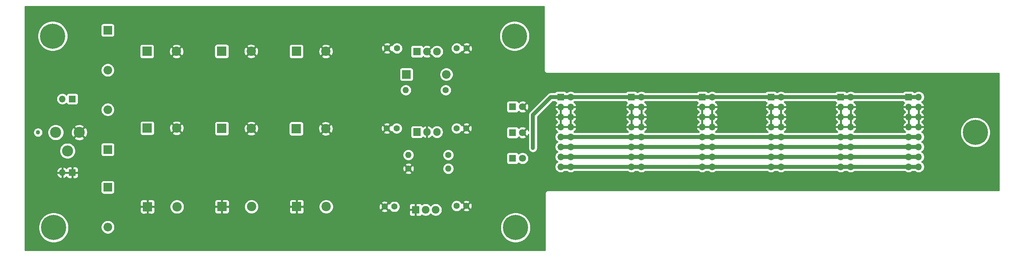
<source format=gbr>
%TF.GenerationSoftware,KiCad,Pcbnew,(5.1.7)-1*%
%TF.CreationDate,2021-02-05T18:36:13-06:00*%
%TF.ProjectId,Power Supply,506f7765-7220-4537-9570-706c792e6b69,rev?*%
%TF.SameCoordinates,Original*%
%TF.FileFunction,Copper,L2,Bot*%
%TF.FilePolarity,Positive*%
%FSLAX46Y46*%
G04 Gerber Fmt 4.6, Leading zero omitted, Abs format (unit mm)*
G04 Created by KiCad (PCBNEW (5.1.7)-1) date 2021-02-05 18:36:13*
%MOMM*%
%LPD*%
G01*
G04 APERTURE LIST*
%TA.AperFunction,ComponentPad*%
%ADD10C,6.400000*%
%TD*%
%TA.AperFunction,ComponentPad*%
%ADD11C,0.800000*%
%TD*%
%TA.AperFunction,ComponentPad*%
%ADD12O,1.905000X2.000000*%
%TD*%
%TA.AperFunction,ComponentPad*%
%ADD13R,1.905000X2.000000*%
%TD*%
%TA.AperFunction,ComponentPad*%
%ADD14C,1.980000*%
%TD*%
%TA.AperFunction,ComponentPad*%
%ADD15R,1.980000X1.980000*%
%TD*%
%TA.AperFunction,ComponentPad*%
%ADD16O,1.600000X1.600000*%
%TD*%
%TA.AperFunction,ComponentPad*%
%ADD17C,1.600000*%
%TD*%
%TA.AperFunction,ComponentPad*%
%ADD18O,1.700000X1.700000*%
%TD*%
%TA.AperFunction,ComponentPad*%
%ADD19R,1.700000X1.700000*%
%TD*%
%TA.AperFunction,ComponentPad*%
%ADD20C,1.100000*%
%TD*%
%TA.AperFunction,ComponentPad*%
%ADD21C,2.830000*%
%TD*%
%TA.AperFunction,ComponentPad*%
%ADD22O,2.200000X2.200000*%
%TD*%
%TA.AperFunction,ComponentPad*%
%ADD23R,2.200000X2.200000*%
%TD*%
%TA.AperFunction,ComponentPad*%
%ADD24C,1.800000*%
%TD*%
%TA.AperFunction,ComponentPad*%
%ADD25R,1.800000X1.800000*%
%TD*%
%TA.AperFunction,ComponentPad*%
%ADD26C,2.400000*%
%TD*%
%TA.AperFunction,ComponentPad*%
%ADD27R,2.400000X2.400000*%
%TD*%
%TA.AperFunction,ViaPad*%
%ADD28C,0.800000*%
%TD*%
%TA.AperFunction,Conductor*%
%ADD29C,1.000000*%
%TD*%
%TA.AperFunction,Conductor*%
%ADD30C,0.254000*%
%TD*%
%TA.AperFunction,Conductor*%
%ADD31C,0.100000*%
%TD*%
G04 APERTURE END LIST*
D10*
%TO.P,REF\u002A\u002A,1*%
%TO.N,N/C*%
X260500000Y-98750000D03*
D11*
X262900000Y-98750000D03*
X262197056Y-100447056D03*
X260500000Y-101150000D03*
X258802944Y-100447056D03*
X258100000Y-98750000D03*
X258802944Y-97052944D03*
X260500000Y-96350000D03*
X262197056Y-97052944D03*
%TD*%
D10*
%TO.P,REF\u002A\u002A,1*%
%TO.N,N/C*%
X25750000Y-74250000D03*
D11*
X28150000Y-74250000D03*
X27447056Y-75947056D03*
X25750000Y-76650000D03*
X24052944Y-75947056D03*
X23350000Y-74250000D03*
X24052944Y-72552944D03*
X25750000Y-71850000D03*
X27447056Y-72552944D03*
%TD*%
%TO.P,REF\u002A\u002A,1*%
%TO.N,N/C*%
X27697056Y-121302944D03*
X26000000Y-120600000D03*
X24302944Y-121302944D03*
X23600000Y-123000000D03*
X24302944Y-124697056D03*
X26000000Y-125400000D03*
X27697056Y-124697056D03*
X28400000Y-123000000D03*
D10*
X26000000Y-123000000D03*
%TD*%
%TO.P,REF\u002A\u002A,1*%
%TO.N,N/C*%
X143500000Y-123000000D03*
D11*
X145900000Y-123000000D03*
X145197056Y-124697056D03*
X143500000Y-125400000D03*
X141802944Y-124697056D03*
X141100000Y-123000000D03*
X141802944Y-121302944D03*
X143500000Y-120600000D03*
X145197056Y-121302944D03*
%TD*%
%TO.P,REF\u002A\u002A,1*%
%TO.N,N/C*%
X144947056Y-72552944D03*
X143250000Y-71850000D03*
X141552944Y-72552944D03*
X140850000Y-74250000D03*
X141552944Y-75947056D03*
X143250000Y-76650000D03*
X144947056Y-75947056D03*
X145650000Y-74250000D03*
D10*
X143250000Y-74250000D03*
%TD*%
D12*
%TO.P,U3,3*%
%TO.N,+5V*%
X123507513Y-98675000D03*
%TO.P,U3,2*%
%TO.N,GND*%
X120967513Y-98675000D03*
D13*
%TO.P,U3,1*%
%TO.N,Net-(C11-Pad1)*%
X118427513Y-98675000D03*
%TD*%
D14*
%TO.P,U2,3*%
%TO.N,-12V*%
X123200000Y-118475000D03*
%TO.P,U2,2*%
%TO.N,Net-(C6-Pad2)*%
X120650000Y-118475000D03*
D15*
%TO.P,U2,1*%
%TO.N,GND*%
X118100000Y-118475000D03*
%TD*%
D16*
%TO.P,R3,2*%
%TO.N,+5V*%
X116240000Y-104500000D03*
D17*
%TO.P,R3,1*%
%TO.N,Net-(D3-Pad1)*%
X126400000Y-104500000D03*
%TD*%
D16*
%TO.P,R2,2*%
%TO.N,Net-(D2-Pad1)*%
X126410000Y-108000000D03*
D17*
%TO.P,R2,1*%
%TO.N,GND*%
X116250000Y-108000000D03*
%TD*%
D16*
%TO.P,R1,2*%
%TO.N,+12V*%
X115590000Y-88000000D03*
D17*
%TO.P,R1,1*%
%TO.N,Net-(D1-Pad1)*%
X125750000Y-88000000D03*
%TD*%
D18*
%TO.P,J4,16*%
%TO.N,/CV*%
X157540000Y-107530000D03*
%TO.P,J4,15*%
X155000000Y-107530000D03*
%TO.P,J4,14*%
%TO.N,/Gate*%
X157540000Y-104990000D03*
%TO.P,J4,13*%
X155000000Y-104990000D03*
%TO.P,J4,12*%
%TO.N,+5V*%
X157540000Y-102450000D03*
%TO.P,J4,11*%
X155000000Y-102450000D03*
%TO.P,J4,10*%
%TO.N,+12V*%
X157540000Y-99910000D03*
%TO.P,J4,9*%
X155000000Y-99910000D03*
%TO.P,J4,8*%
%TO.N,GND*%
X157540000Y-97370000D03*
%TO.P,J4,7*%
X155000000Y-97370000D03*
%TO.P,J4,6*%
X157540000Y-94830000D03*
%TO.P,J4,5*%
X155000000Y-94830000D03*
%TO.P,J4,4*%
X157540000Y-92290000D03*
%TO.P,J4,3*%
X155000000Y-92290000D03*
%TO.P,J4,2*%
%TO.N,-12V*%
X157540000Y-89750000D03*
D19*
%TO.P,J4,1*%
X155000000Y-89750000D03*
%TD*%
D20*
%TO.P,J1,MH1*%
%TO.N,N/C*%
X22025000Y-98775000D03*
D21*
%TO.P,J1,3*%
X29525000Y-103475000D03*
%TO.P,J1,2*%
%TO.N,AC*%
X26525000Y-98775000D03*
%TO.P,J1,1*%
%TO.N,GND*%
X32525000Y-98775000D03*
%TD*%
D22*
%TO.P,D7,2*%
%TO.N,AC*%
X39750000Y-92965000D03*
D23*
%TO.P,D7,1*%
%TO.N,Net-(C11-Pad1)*%
X39750000Y-103125000D03*
%TD*%
D24*
%TO.P,D3,2*%
%TO.N,GND*%
X145290000Y-98825000D03*
D25*
%TO.P,D3,1*%
%TO.N,Net-(D3-Pad1)*%
X142750000Y-98825000D03*
%TD*%
D24*
%TO.P,D2,2*%
%TO.N,-12V*%
X145290000Y-105375000D03*
D25*
%TO.P,D2,1*%
%TO.N,Net-(D2-Pad1)*%
X142750000Y-105375000D03*
%TD*%
D24*
%TO.P,D1,2*%
%TO.N,GND*%
X145290000Y-92250000D03*
D25*
%TO.P,D1,1*%
%TO.N,Net-(D1-Pad1)*%
X142750000Y-92250000D03*
%TD*%
D22*
%TO.P,D4,2*%
%TO.N,+12V*%
X125910000Y-84000000D03*
D23*
%TO.P,D4,1*%
%TO.N,Net-(C1-Pad1)*%
X115750000Y-84000000D03*
%TD*%
D22*
%TO.P,D6,2*%
%TO.N,Net-(C6-Pad2)*%
X39775000Y-122885000D03*
D23*
%TO.P,D6,1*%
%TO.N,AC*%
X39775000Y-112725000D03*
%TD*%
D22*
%TO.P,D5,2*%
%TO.N,AC*%
X39750000Y-82910000D03*
D23*
%TO.P,D5,1*%
%TO.N,Net-(C1-Pad1)*%
X39750000Y-72750000D03*
%TD*%
D26*
%TO.P,C13,2*%
%TO.N,GND*%
X95225000Y-97825000D03*
D27*
%TO.P,C13,1*%
%TO.N,Net-(C11-Pad1)*%
X87725000Y-97825000D03*
%TD*%
D26*
%TO.P,C12,2*%
%TO.N,GND*%
X76275000Y-97775000D03*
D27*
%TO.P,C12,1*%
%TO.N,Net-(C11-Pad1)*%
X68775000Y-97775000D03*
%TD*%
D26*
%TO.P,C11,2*%
%TO.N,GND*%
X57300000Y-97675001D03*
D27*
%TO.P,C11,1*%
%TO.N,Net-(C11-Pad1)*%
X49800000Y-97675001D03*
%TD*%
D26*
%TO.P,C8,2*%
%TO.N,Net-(C6-Pad2)*%
X76324441Y-117675001D03*
D27*
%TO.P,C8,1*%
%TO.N,GND*%
X68824441Y-117675001D03*
%TD*%
D26*
%TO.P,C7,2*%
%TO.N,Net-(C6-Pad2)*%
X95325000Y-117675000D03*
D27*
%TO.P,C7,1*%
%TO.N,GND*%
X87825000Y-117675000D03*
%TD*%
D26*
%TO.P,C6,2*%
%TO.N,Net-(C6-Pad2)*%
X57375000Y-117700000D03*
D27*
%TO.P,C6,1*%
%TO.N,GND*%
X49875000Y-117700000D03*
%TD*%
D26*
%TO.P,C3,2*%
%TO.N,GND*%
X95250000Y-78125000D03*
D27*
%TO.P,C3,1*%
%TO.N,Net-(C1-Pad1)*%
X87750000Y-78125000D03*
%TD*%
D26*
%TO.P,C2,2*%
%TO.N,GND*%
X76250000Y-78100000D03*
D27*
%TO.P,C2,1*%
%TO.N,Net-(C1-Pad1)*%
X68750000Y-78100000D03*
%TD*%
D26*
%TO.P,C1,2*%
%TO.N,GND*%
X57250000Y-78125000D03*
D27*
%TO.P,C1,1*%
%TO.N,Net-(C1-Pad1)*%
X49750000Y-78125000D03*
%TD*%
D15*
%TO.P,U1,1*%
%TO.N,Net-(C1-Pad1)*%
X118427513Y-78183578D03*
D14*
%TO.P,U1,2*%
%TO.N,GND*%
X120977513Y-78183578D03*
%TO.P,U1,3*%
%TO.N,+12V*%
X123527513Y-78183578D03*
%TD*%
D17*
%TO.P,C4,1*%
%TO.N,GND*%
X110825000Y-77358579D03*
%TO.P,C4,2*%
%TO.N,Net-(C1-Pad1)*%
X113325000Y-77358579D03*
%TD*%
%TO.P,C5,2*%
%TO.N,+12V*%
X128552513Y-77358579D03*
%TO.P,C5,1*%
%TO.N,GND*%
X131052513Y-77358579D03*
%TD*%
%TO.P,C9,2*%
%TO.N,GND*%
X110200000Y-117675000D03*
%TO.P,C9,1*%
%TO.N,Net-(C6-Pad2)*%
X112700000Y-117675000D03*
%TD*%
%TO.P,C10,1*%
%TO.N,-12V*%
X128500000Y-117500000D03*
%TO.P,C10,2*%
%TO.N,GND*%
X131000000Y-117500000D03*
%TD*%
%TO.P,C14,2*%
%TO.N,GND*%
X110750000Y-97750000D03*
%TO.P,C14,1*%
%TO.N,Net-(C11-Pad1)*%
X113250000Y-97750000D03*
%TD*%
%TO.P,C15,1*%
%TO.N,+5V*%
X128500000Y-97750000D03*
%TO.P,C15,2*%
%TO.N,GND*%
X131000000Y-97750000D03*
%TD*%
D19*
%TO.P,J2,1*%
%TO.N,AC*%
X30750000Y-90250000D03*
D18*
%TO.P,J2,2*%
X28210000Y-90250000D03*
%TD*%
%TO.P,J3,2*%
%TO.N,GND*%
X28210000Y-109000000D03*
D19*
%TO.P,J3,1*%
X30750000Y-109000000D03*
%TD*%
%TO.P,J5,1*%
%TO.N,-12V*%
X173000000Y-89750000D03*
D18*
%TO.P,J5,2*%
X175540000Y-89750000D03*
%TO.P,J5,3*%
%TO.N,GND*%
X173000000Y-92290000D03*
%TO.P,J5,4*%
X175540000Y-92290000D03*
%TO.P,J5,5*%
X173000000Y-94830000D03*
%TO.P,J5,6*%
X175540000Y-94830000D03*
%TO.P,J5,7*%
X173000000Y-97370000D03*
%TO.P,J5,8*%
X175540000Y-97370000D03*
%TO.P,J5,9*%
%TO.N,+12V*%
X173000000Y-99910000D03*
%TO.P,J5,10*%
X175540000Y-99910000D03*
%TO.P,J5,11*%
%TO.N,+5V*%
X173000000Y-102450000D03*
%TO.P,J5,12*%
X175540000Y-102450000D03*
%TO.P,J5,13*%
%TO.N,/Gate*%
X173000000Y-104990000D03*
%TO.P,J5,14*%
X175540000Y-104990000D03*
%TO.P,J5,15*%
%TO.N,/CV*%
X173000000Y-107530000D03*
%TO.P,J5,16*%
X175540000Y-107530000D03*
%TD*%
%TO.P,J6,16*%
%TO.N,/CV*%
X193540000Y-107530000D03*
%TO.P,J6,15*%
X191000000Y-107530000D03*
%TO.P,J6,14*%
%TO.N,/Gate*%
X193540000Y-104990000D03*
%TO.P,J6,13*%
X191000000Y-104990000D03*
%TO.P,J6,12*%
%TO.N,+5V*%
X193540000Y-102450000D03*
%TO.P,J6,11*%
X191000000Y-102450000D03*
%TO.P,J6,10*%
%TO.N,+12V*%
X193540000Y-99910000D03*
%TO.P,J6,9*%
X191000000Y-99910000D03*
%TO.P,J6,8*%
%TO.N,GND*%
X193540000Y-97370000D03*
%TO.P,J6,7*%
X191000000Y-97370000D03*
%TO.P,J6,6*%
X193540000Y-94830000D03*
%TO.P,J6,5*%
X191000000Y-94830000D03*
%TO.P,J6,4*%
X193540000Y-92290000D03*
%TO.P,J6,3*%
X191000000Y-92290000D03*
%TO.P,J6,2*%
%TO.N,-12V*%
X193540000Y-89750000D03*
D19*
%TO.P,J6,1*%
X191000000Y-89750000D03*
%TD*%
%TO.P,J7,1*%
%TO.N,-12V*%
X208500000Y-89750000D03*
D18*
%TO.P,J7,2*%
X211040000Y-89750000D03*
%TO.P,J7,3*%
%TO.N,GND*%
X208500000Y-92290000D03*
%TO.P,J7,4*%
X211040000Y-92290000D03*
%TO.P,J7,5*%
X208500000Y-94830000D03*
%TO.P,J7,6*%
X211040000Y-94830000D03*
%TO.P,J7,7*%
X208500000Y-97370000D03*
%TO.P,J7,8*%
X211040000Y-97370000D03*
%TO.P,J7,9*%
%TO.N,+12V*%
X208500000Y-99910000D03*
%TO.P,J7,10*%
X211040000Y-99910000D03*
%TO.P,J7,11*%
%TO.N,+5V*%
X208500000Y-102450000D03*
%TO.P,J7,12*%
X211040000Y-102450000D03*
%TO.P,J7,13*%
%TO.N,/Gate*%
X208500000Y-104990000D03*
%TO.P,J7,14*%
X211040000Y-104990000D03*
%TO.P,J7,15*%
%TO.N,/CV*%
X208500000Y-107530000D03*
%TO.P,J7,16*%
X211040000Y-107530000D03*
%TD*%
%TO.P,J8,16*%
%TO.N,/CV*%
X228790000Y-107530000D03*
%TO.P,J8,15*%
X226250000Y-107530000D03*
%TO.P,J8,14*%
%TO.N,/Gate*%
X228790000Y-104990000D03*
%TO.P,J8,13*%
X226250000Y-104990000D03*
%TO.P,J8,12*%
%TO.N,+5V*%
X228790000Y-102450000D03*
%TO.P,J8,11*%
X226250000Y-102450000D03*
%TO.P,J8,10*%
%TO.N,+12V*%
X228790000Y-99910000D03*
%TO.P,J8,9*%
X226250000Y-99910000D03*
%TO.P,J8,8*%
%TO.N,GND*%
X228790000Y-97370000D03*
%TO.P,J8,7*%
X226250000Y-97370000D03*
%TO.P,J8,6*%
X228790000Y-94830000D03*
%TO.P,J8,5*%
X226250000Y-94830000D03*
%TO.P,J8,4*%
X228790000Y-92290000D03*
%TO.P,J8,3*%
X226250000Y-92290000D03*
%TO.P,J8,2*%
%TO.N,-12V*%
X228790000Y-89750000D03*
D19*
%TO.P,J8,1*%
X226250000Y-89750000D03*
%TD*%
%TO.P,J9,1*%
%TO.N,-12V*%
X243500000Y-89750000D03*
D18*
%TO.P,J9,2*%
X246040000Y-89750000D03*
%TO.P,J9,3*%
%TO.N,GND*%
X243500000Y-92290000D03*
%TO.P,J9,4*%
X246040000Y-92290000D03*
%TO.P,J9,5*%
X243500000Y-94830000D03*
%TO.P,J9,6*%
X246040000Y-94830000D03*
%TO.P,J9,7*%
X243500000Y-97370000D03*
%TO.P,J9,8*%
X246040000Y-97370000D03*
%TO.P,J9,9*%
%TO.N,+12V*%
X243500000Y-99910000D03*
%TO.P,J9,10*%
X246040000Y-99910000D03*
%TO.P,J9,11*%
%TO.N,+5V*%
X243500000Y-102450000D03*
%TO.P,J9,12*%
X246040000Y-102450000D03*
%TO.P,J9,13*%
%TO.N,/Gate*%
X243500000Y-104990000D03*
%TO.P,J9,14*%
X246040000Y-104990000D03*
%TO.P,J9,15*%
%TO.N,/CV*%
X243500000Y-107530000D03*
%TO.P,J9,16*%
X246040000Y-107530000D03*
%TD*%
D28*
%TO.N,-12V*%
X147915000Y-102750000D03*
%TD*%
D29*
%TO.N,+12V*%
X157450000Y-100000000D02*
X157540000Y-99910000D01*
X157540000Y-99910000D02*
X246040000Y-99910000D01*
X155000000Y-99910000D02*
X157540000Y-99910000D01*
%TO.N,-12V*%
X147915000Y-102750000D02*
X147915000Y-94335000D01*
X152500000Y-89750000D02*
X157540000Y-89750000D01*
X147915000Y-94335000D02*
X152500000Y-89750000D01*
X157540000Y-89750000D02*
X246040000Y-89750000D01*
%TO.N,+5V*%
X155000000Y-102450000D02*
X246040000Y-102450000D01*
%TO.N,/CV*%
X155000000Y-107530000D02*
X246040000Y-107530000D01*
%TO.N,/Gate*%
X155000000Y-104990000D02*
X246040000Y-104990000D01*
%TD*%
D30*
%TO.N,GND*%
X150815001Y-82966343D02*
X150811686Y-83000000D01*
X150824912Y-83134283D01*
X150864081Y-83263406D01*
X150927688Y-83382407D01*
X151013289Y-83486711D01*
X151117593Y-83572312D01*
X151236594Y-83635919D01*
X151365717Y-83675088D01*
X151466353Y-83685000D01*
X151500000Y-83688314D01*
X151533647Y-83685000D01*
X266565000Y-83685000D01*
X266565001Y-113565000D01*
X151783647Y-113565000D01*
X151750000Y-113561686D01*
X151716353Y-113565000D01*
X151615717Y-113574912D01*
X151486594Y-113614081D01*
X151367593Y-113677688D01*
X151263289Y-113763289D01*
X151177688Y-113867593D01*
X151114081Y-113986594D01*
X151074912Y-114115717D01*
X151061686Y-114250000D01*
X151065000Y-114283647D01*
X151065001Y-128815000D01*
X18685000Y-128815000D01*
X18685000Y-122622285D01*
X22165000Y-122622285D01*
X22165000Y-123377715D01*
X22312377Y-124118628D01*
X22601467Y-124816554D01*
X23021161Y-125444670D01*
X23555330Y-125978839D01*
X24183446Y-126398533D01*
X24881372Y-126687623D01*
X25622285Y-126835000D01*
X26377715Y-126835000D01*
X27118628Y-126687623D01*
X27816554Y-126398533D01*
X28444670Y-125978839D01*
X28978839Y-125444670D01*
X29398533Y-124816554D01*
X29687623Y-124118628D01*
X29835000Y-123377715D01*
X29835000Y-122714117D01*
X38040000Y-122714117D01*
X38040000Y-123055883D01*
X38106675Y-123391081D01*
X38237463Y-123706831D01*
X38427337Y-123990998D01*
X38669002Y-124232663D01*
X38953169Y-124422537D01*
X39268919Y-124553325D01*
X39604117Y-124620000D01*
X39945883Y-124620000D01*
X40281081Y-124553325D01*
X40596831Y-124422537D01*
X40880998Y-124232663D01*
X41122663Y-123990998D01*
X41312537Y-123706831D01*
X41443325Y-123391081D01*
X41510000Y-123055883D01*
X41510000Y-122714117D01*
X41491734Y-122622285D01*
X139665000Y-122622285D01*
X139665000Y-123377715D01*
X139812377Y-124118628D01*
X140101467Y-124816554D01*
X140521161Y-125444670D01*
X141055330Y-125978839D01*
X141683446Y-126398533D01*
X142381372Y-126687623D01*
X143122285Y-126835000D01*
X143877715Y-126835000D01*
X144618628Y-126687623D01*
X145316554Y-126398533D01*
X145944670Y-125978839D01*
X146478839Y-125444670D01*
X146898533Y-124816554D01*
X147187623Y-124118628D01*
X147335000Y-123377715D01*
X147335000Y-122622285D01*
X147187623Y-121881372D01*
X146898533Y-121183446D01*
X146478839Y-120555330D01*
X145944670Y-120021161D01*
X145316554Y-119601467D01*
X144618628Y-119312377D01*
X143877715Y-119165000D01*
X143122285Y-119165000D01*
X142381372Y-119312377D01*
X141683446Y-119601467D01*
X141055330Y-120021161D01*
X140521161Y-120555330D01*
X140101467Y-121183446D01*
X139812377Y-121881372D01*
X139665000Y-122622285D01*
X41491734Y-122622285D01*
X41443325Y-122378919D01*
X41312537Y-122063169D01*
X41122663Y-121779002D01*
X40880998Y-121537337D01*
X40596831Y-121347463D01*
X40281081Y-121216675D01*
X39945883Y-121150000D01*
X39604117Y-121150000D01*
X39268919Y-121216675D01*
X38953169Y-121347463D01*
X38669002Y-121537337D01*
X38427337Y-121779002D01*
X38237463Y-122063169D01*
X38106675Y-122378919D01*
X38040000Y-122714117D01*
X29835000Y-122714117D01*
X29835000Y-122622285D01*
X29687623Y-121881372D01*
X29398533Y-121183446D01*
X28978839Y-120555330D01*
X28444670Y-120021161D01*
X27816554Y-119601467D01*
X27118628Y-119312377D01*
X26377715Y-119165000D01*
X25622285Y-119165000D01*
X24881372Y-119312377D01*
X24183446Y-119601467D01*
X23555330Y-120021161D01*
X23021161Y-120555330D01*
X22601467Y-121183446D01*
X22312377Y-121881372D01*
X22165000Y-122622285D01*
X18685000Y-122622285D01*
X18685000Y-118900000D01*
X48036928Y-118900000D01*
X48049188Y-119024482D01*
X48085498Y-119144180D01*
X48144463Y-119254494D01*
X48223815Y-119351185D01*
X48320506Y-119430537D01*
X48430820Y-119489502D01*
X48550518Y-119525812D01*
X48675000Y-119538072D01*
X49589250Y-119535000D01*
X49748000Y-119376250D01*
X49748000Y-117827000D01*
X50002000Y-117827000D01*
X50002000Y-119376250D01*
X50160750Y-119535000D01*
X51075000Y-119538072D01*
X51199482Y-119525812D01*
X51319180Y-119489502D01*
X51429494Y-119430537D01*
X51526185Y-119351185D01*
X51605537Y-119254494D01*
X51664502Y-119144180D01*
X51700812Y-119024482D01*
X51713072Y-118900000D01*
X51710000Y-117985750D01*
X51551250Y-117827000D01*
X50002000Y-117827000D01*
X49748000Y-117827000D01*
X48198750Y-117827000D01*
X48040000Y-117985750D01*
X48036928Y-118900000D01*
X18685000Y-118900000D01*
X18685000Y-116500000D01*
X48036928Y-116500000D01*
X48040000Y-117414250D01*
X48198750Y-117573000D01*
X49748000Y-117573000D01*
X49748000Y-116023750D01*
X50002000Y-116023750D01*
X50002000Y-117573000D01*
X51551250Y-117573000D01*
X51604982Y-117519268D01*
X55540000Y-117519268D01*
X55540000Y-117880732D01*
X55610518Y-118235250D01*
X55748844Y-118569199D01*
X55949662Y-118869744D01*
X56205256Y-119125338D01*
X56505801Y-119326156D01*
X56839750Y-119464482D01*
X57194268Y-119535000D01*
X57555732Y-119535000D01*
X57910250Y-119464482D01*
X58244199Y-119326156D01*
X58544744Y-119125338D01*
X58795081Y-118875001D01*
X66986369Y-118875001D01*
X66998629Y-118999483D01*
X67034939Y-119119181D01*
X67093904Y-119229495D01*
X67173256Y-119326186D01*
X67269947Y-119405538D01*
X67380261Y-119464503D01*
X67499959Y-119500813D01*
X67624441Y-119513073D01*
X68538691Y-119510001D01*
X68697441Y-119351251D01*
X68697441Y-117802001D01*
X68951441Y-117802001D01*
X68951441Y-119351251D01*
X69110191Y-119510001D01*
X70024441Y-119513073D01*
X70148923Y-119500813D01*
X70268621Y-119464503D01*
X70378935Y-119405538D01*
X70475626Y-119326186D01*
X70554978Y-119229495D01*
X70613943Y-119119181D01*
X70650253Y-118999483D01*
X70662513Y-118875001D01*
X70659441Y-117960751D01*
X70500691Y-117802001D01*
X68951441Y-117802001D01*
X68697441Y-117802001D01*
X67148191Y-117802001D01*
X66989441Y-117960751D01*
X66986369Y-118875001D01*
X58795081Y-118875001D01*
X58800338Y-118869744D01*
X59001156Y-118569199D01*
X59139482Y-118235250D01*
X59210000Y-117880732D01*
X59210000Y-117519268D01*
X59139482Y-117164750D01*
X59001156Y-116830801D01*
X58800338Y-116530256D01*
X58745083Y-116475001D01*
X66986369Y-116475001D01*
X66989441Y-117389251D01*
X67148191Y-117548001D01*
X68697441Y-117548001D01*
X68697441Y-115998751D01*
X68951441Y-115998751D01*
X68951441Y-117548001D01*
X70500691Y-117548001D01*
X70554423Y-117494269D01*
X74489441Y-117494269D01*
X74489441Y-117855733D01*
X74559959Y-118210251D01*
X74698285Y-118544200D01*
X74899103Y-118844745D01*
X75154697Y-119100339D01*
X75455242Y-119301157D01*
X75789191Y-119439483D01*
X76143709Y-119510001D01*
X76505173Y-119510001D01*
X76859691Y-119439483D01*
X77193640Y-119301157D01*
X77494185Y-119100339D01*
X77719524Y-118875000D01*
X85986928Y-118875000D01*
X85999188Y-118999482D01*
X86035498Y-119119180D01*
X86094463Y-119229494D01*
X86173815Y-119326185D01*
X86270506Y-119405537D01*
X86380820Y-119464502D01*
X86500518Y-119500812D01*
X86625000Y-119513072D01*
X87539250Y-119510000D01*
X87698000Y-119351250D01*
X87698000Y-117802000D01*
X87952000Y-117802000D01*
X87952000Y-119351250D01*
X88110750Y-119510000D01*
X89025000Y-119513072D01*
X89149482Y-119500812D01*
X89269180Y-119464502D01*
X89379494Y-119405537D01*
X89476185Y-119326185D01*
X89555537Y-119229494D01*
X89614502Y-119119180D01*
X89650812Y-118999482D01*
X89663072Y-118875000D01*
X89660000Y-117960750D01*
X89501250Y-117802000D01*
X87952000Y-117802000D01*
X87698000Y-117802000D01*
X86148750Y-117802000D01*
X85990000Y-117960750D01*
X85986928Y-118875000D01*
X77719524Y-118875000D01*
X77749779Y-118844745D01*
X77950597Y-118544200D01*
X78088923Y-118210251D01*
X78159441Y-117855733D01*
X78159441Y-117494269D01*
X78088923Y-117139751D01*
X77950597Y-116805802D01*
X77749779Y-116505257D01*
X77719522Y-116475000D01*
X85986928Y-116475000D01*
X85990000Y-117389250D01*
X86148750Y-117548000D01*
X87698000Y-117548000D01*
X87698000Y-115998750D01*
X87952000Y-115998750D01*
X87952000Y-117548000D01*
X89501250Y-117548000D01*
X89554982Y-117494268D01*
X93490000Y-117494268D01*
X93490000Y-117855732D01*
X93560518Y-118210250D01*
X93698844Y-118544199D01*
X93899662Y-118844744D01*
X94155256Y-119100338D01*
X94455801Y-119301156D01*
X94789750Y-119439482D01*
X95144268Y-119510000D01*
X95505732Y-119510000D01*
X95731962Y-119465000D01*
X116471928Y-119465000D01*
X116484188Y-119589482D01*
X116520498Y-119709180D01*
X116579463Y-119819494D01*
X116658815Y-119916185D01*
X116755506Y-119995537D01*
X116865820Y-120054502D01*
X116985518Y-120090812D01*
X117110000Y-120103072D01*
X117814250Y-120100000D01*
X117973000Y-119941250D01*
X117973000Y-118602000D01*
X116633750Y-118602000D01*
X116475000Y-118760750D01*
X116471928Y-119465000D01*
X95731962Y-119465000D01*
X95860250Y-119439482D01*
X96194199Y-119301156D01*
X96494744Y-119100338D01*
X96750338Y-118844744D01*
X96868633Y-118667702D01*
X109386903Y-118667702D01*
X109458486Y-118911671D01*
X109713996Y-119032571D01*
X109988184Y-119101300D01*
X110270512Y-119115217D01*
X110550130Y-119073787D01*
X110816292Y-118978603D01*
X110941514Y-118911671D01*
X111013097Y-118667702D01*
X110200000Y-117854605D01*
X109386903Y-118667702D01*
X96868633Y-118667702D01*
X96951156Y-118544199D01*
X97089482Y-118210250D01*
X97160000Y-117855732D01*
X97160000Y-117745512D01*
X108759783Y-117745512D01*
X108801213Y-118025130D01*
X108896397Y-118291292D01*
X108963329Y-118416514D01*
X109207298Y-118488097D01*
X110020395Y-117675000D01*
X110379605Y-117675000D01*
X111192702Y-118488097D01*
X111436671Y-118416514D01*
X111450324Y-118387659D01*
X111585363Y-118589759D01*
X111785241Y-118789637D01*
X112020273Y-118946680D01*
X112281426Y-119054853D01*
X112558665Y-119110000D01*
X112841335Y-119110000D01*
X113118574Y-119054853D01*
X113379727Y-118946680D01*
X113614759Y-118789637D01*
X113814637Y-118589759D01*
X113971680Y-118354727D01*
X114079853Y-118093574D01*
X114135000Y-117816335D01*
X114135000Y-117533665D01*
X114125320Y-117485000D01*
X116471928Y-117485000D01*
X116475000Y-118189250D01*
X116633750Y-118348000D01*
X117973000Y-118348000D01*
X117973000Y-117008750D01*
X118227000Y-117008750D01*
X118227000Y-118348000D01*
X118247000Y-118348000D01*
X118247000Y-118602000D01*
X118227000Y-118602000D01*
X118227000Y-119941250D01*
X118385750Y-120100000D01*
X119090000Y-120103072D01*
X119214482Y-120090812D01*
X119334180Y-120054502D01*
X119444494Y-119995537D01*
X119541185Y-119916185D01*
X119620537Y-119819494D01*
X119651253Y-119762029D01*
X119880274Y-119915057D01*
X120176005Y-120037552D01*
X120489951Y-120100000D01*
X120810049Y-120100000D01*
X121123995Y-120037552D01*
X121419726Y-119915057D01*
X121685877Y-119737220D01*
X121912220Y-119510877D01*
X121925000Y-119491750D01*
X121937780Y-119510877D01*
X122164123Y-119737220D01*
X122430274Y-119915057D01*
X122726005Y-120037552D01*
X123039951Y-120100000D01*
X123360049Y-120100000D01*
X123673995Y-120037552D01*
X123969726Y-119915057D01*
X124235877Y-119737220D01*
X124462220Y-119510877D01*
X124640057Y-119244726D01*
X124762552Y-118948995D01*
X124825000Y-118635049D01*
X124825000Y-118314951D01*
X124762552Y-118001005D01*
X124640057Y-117705274D01*
X124462220Y-117439123D01*
X124381762Y-117358665D01*
X127065000Y-117358665D01*
X127065000Y-117641335D01*
X127120147Y-117918574D01*
X127228320Y-118179727D01*
X127385363Y-118414759D01*
X127585241Y-118614637D01*
X127820273Y-118771680D01*
X128081426Y-118879853D01*
X128358665Y-118935000D01*
X128641335Y-118935000D01*
X128918574Y-118879853D01*
X129179727Y-118771680D01*
X129414759Y-118614637D01*
X129536694Y-118492702D01*
X130186903Y-118492702D01*
X130258486Y-118736671D01*
X130513996Y-118857571D01*
X130788184Y-118926300D01*
X131070512Y-118940217D01*
X131350130Y-118898787D01*
X131616292Y-118803603D01*
X131741514Y-118736671D01*
X131813097Y-118492702D01*
X131000000Y-117679605D01*
X130186903Y-118492702D01*
X129536694Y-118492702D01*
X129614637Y-118414759D01*
X129748692Y-118214131D01*
X129763329Y-118241514D01*
X130007298Y-118313097D01*
X130820395Y-117500000D01*
X131179605Y-117500000D01*
X131992702Y-118313097D01*
X132236671Y-118241514D01*
X132357571Y-117986004D01*
X132426300Y-117711816D01*
X132440217Y-117429488D01*
X132398787Y-117149870D01*
X132303603Y-116883708D01*
X132236671Y-116758486D01*
X131992702Y-116686903D01*
X131179605Y-117500000D01*
X130820395Y-117500000D01*
X130007298Y-116686903D01*
X129763329Y-116758486D01*
X129749676Y-116787341D01*
X129614637Y-116585241D01*
X129536694Y-116507298D01*
X130186903Y-116507298D01*
X131000000Y-117320395D01*
X131813097Y-116507298D01*
X131741514Y-116263329D01*
X131486004Y-116142429D01*
X131211816Y-116073700D01*
X130929488Y-116059783D01*
X130649870Y-116101213D01*
X130383708Y-116196397D01*
X130258486Y-116263329D01*
X130186903Y-116507298D01*
X129536694Y-116507298D01*
X129414759Y-116385363D01*
X129179727Y-116228320D01*
X128918574Y-116120147D01*
X128641335Y-116065000D01*
X128358665Y-116065000D01*
X128081426Y-116120147D01*
X127820273Y-116228320D01*
X127585241Y-116385363D01*
X127385363Y-116585241D01*
X127228320Y-116820273D01*
X127120147Y-117081426D01*
X127065000Y-117358665D01*
X124381762Y-117358665D01*
X124235877Y-117212780D01*
X123969726Y-117034943D01*
X123673995Y-116912448D01*
X123360049Y-116850000D01*
X123039951Y-116850000D01*
X122726005Y-116912448D01*
X122430274Y-117034943D01*
X122164123Y-117212780D01*
X121937780Y-117439123D01*
X121925000Y-117458250D01*
X121912220Y-117439123D01*
X121685877Y-117212780D01*
X121419726Y-117034943D01*
X121123995Y-116912448D01*
X120810049Y-116850000D01*
X120489951Y-116850000D01*
X120176005Y-116912448D01*
X119880274Y-117034943D01*
X119651253Y-117187971D01*
X119620537Y-117130506D01*
X119541185Y-117033815D01*
X119444494Y-116954463D01*
X119334180Y-116895498D01*
X119214482Y-116859188D01*
X119090000Y-116846928D01*
X118385750Y-116850000D01*
X118227000Y-117008750D01*
X117973000Y-117008750D01*
X117814250Y-116850000D01*
X117110000Y-116846928D01*
X116985518Y-116859188D01*
X116865820Y-116895498D01*
X116755506Y-116954463D01*
X116658815Y-117033815D01*
X116579463Y-117130506D01*
X116520498Y-117240820D01*
X116484188Y-117360518D01*
X116471928Y-117485000D01*
X114125320Y-117485000D01*
X114079853Y-117256426D01*
X113971680Y-116995273D01*
X113814637Y-116760241D01*
X113614759Y-116560363D01*
X113379727Y-116403320D01*
X113118574Y-116295147D01*
X112841335Y-116240000D01*
X112558665Y-116240000D01*
X112281426Y-116295147D01*
X112020273Y-116403320D01*
X111785241Y-116560363D01*
X111585363Y-116760241D01*
X111451308Y-116960869D01*
X111436671Y-116933486D01*
X111192702Y-116861903D01*
X110379605Y-117675000D01*
X110020395Y-117675000D01*
X109207298Y-116861903D01*
X108963329Y-116933486D01*
X108842429Y-117188996D01*
X108773700Y-117463184D01*
X108759783Y-117745512D01*
X97160000Y-117745512D01*
X97160000Y-117494268D01*
X97089482Y-117139750D01*
X96951156Y-116805801D01*
X96868634Y-116682298D01*
X109386903Y-116682298D01*
X110200000Y-117495395D01*
X111013097Y-116682298D01*
X110941514Y-116438329D01*
X110686004Y-116317429D01*
X110411816Y-116248700D01*
X110129488Y-116234783D01*
X109849870Y-116276213D01*
X109583708Y-116371397D01*
X109458486Y-116438329D01*
X109386903Y-116682298D01*
X96868634Y-116682298D01*
X96750338Y-116505256D01*
X96494744Y-116249662D01*
X96194199Y-116048844D01*
X95860250Y-115910518D01*
X95505732Y-115840000D01*
X95144268Y-115840000D01*
X94789750Y-115910518D01*
X94455801Y-116048844D01*
X94155256Y-116249662D01*
X93899662Y-116505256D01*
X93698844Y-116805801D01*
X93560518Y-117139750D01*
X93490000Y-117494268D01*
X89554982Y-117494268D01*
X89660000Y-117389250D01*
X89663072Y-116475000D01*
X89650812Y-116350518D01*
X89614502Y-116230820D01*
X89555537Y-116120506D01*
X89476185Y-116023815D01*
X89379494Y-115944463D01*
X89269180Y-115885498D01*
X89149482Y-115849188D01*
X89025000Y-115836928D01*
X88110750Y-115840000D01*
X87952000Y-115998750D01*
X87698000Y-115998750D01*
X87539250Y-115840000D01*
X86625000Y-115836928D01*
X86500518Y-115849188D01*
X86380820Y-115885498D01*
X86270506Y-115944463D01*
X86173815Y-116023815D01*
X86094463Y-116120506D01*
X86035498Y-116230820D01*
X85999188Y-116350518D01*
X85986928Y-116475000D01*
X77719522Y-116475000D01*
X77494185Y-116249663D01*
X77193640Y-116048845D01*
X76859691Y-115910519D01*
X76505173Y-115840001D01*
X76143709Y-115840001D01*
X75789191Y-115910519D01*
X75455242Y-116048845D01*
X75154697Y-116249663D01*
X74899103Y-116505257D01*
X74698285Y-116805802D01*
X74559959Y-117139751D01*
X74489441Y-117494269D01*
X70554423Y-117494269D01*
X70659441Y-117389251D01*
X70662513Y-116475001D01*
X70650253Y-116350519D01*
X70613943Y-116230821D01*
X70554978Y-116120507D01*
X70475626Y-116023816D01*
X70378935Y-115944464D01*
X70268621Y-115885499D01*
X70148923Y-115849189D01*
X70024441Y-115836929D01*
X69110191Y-115840001D01*
X68951441Y-115998751D01*
X68697441Y-115998751D01*
X68538691Y-115840001D01*
X67624441Y-115836929D01*
X67499959Y-115849189D01*
X67380261Y-115885499D01*
X67269947Y-115944464D01*
X67173256Y-116023816D01*
X67093904Y-116120507D01*
X67034939Y-116230821D01*
X66998629Y-116350519D01*
X66986369Y-116475001D01*
X58745083Y-116475001D01*
X58544744Y-116274662D01*
X58244199Y-116073844D01*
X57910250Y-115935518D01*
X57555732Y-115865000D01*
X57194268Y-115865000D01*
X56839750Y-115935518D01*
X56505801Y-116073844D01*
X56205256Y-116274662D01*
X55949662Y-116530256D01*
X55748844Y-116830801D01*
X55610518Y-117164750D01*
X55540000Y-117519268D01*
X51604982Y-117519268D01*
X51710000Y-117414250D01*
X51713072Y-116500000D01*
X51700812Y-116375518D01*
X51664502Y-116255820D01*
X51605537Y-116145506D01*
X51526185Y-116048815D01*
X51429494Y-115969463D01*
X51319180Y-115910498D01*
X51199482Y-115874188D01*
X51075000Y-115861928D01*
X50160750Y-115865000D01*
X50002000Y-116023750D01*
X49748000Y-116023750D01*
X49589250Y-115865000D01*
X48675000Y-115861928D01*
X48550518Y-115874188D01*
X48430820Y-115910498D01*
X48320506Y-115969463D01*
X48223815Y-116048815D01*
X48144463Y-116145506D01*
X48085498Y-116255820D01*
X48049188Y-116375518D01*
X48036928Y-116500000D01*
X18685000Y-116500000D01*
X18685000Y-111625000D01*
X38036928Y-111625000D01*
X38036928Y-113825000D01*
X38049188Y-113949482D01*
X38085498Y-114069180D01*
X38144463Y-114179494D01*
X38223815Y-114276185D01*
X38320506Y-114355537D01*
X38430820Y-114414502D01*
X38550518Y-114450812D01*
X38675000Y-114463072D01*
X40875000Y-114463072D01*
X40999482Y-114450812D01*
X41119180Y-114414502D01*
X41229494Y-114355537D01*
X41326185Y-114276185D01*
X41405537Y-114179494D01*
X41464502Y-114069180D01*
X41500812Y-113949482D01*
X41513072Y-113825000D01*
X41513072Y-111625000D01*
X41500812Y-111500518D01*
X41464502Y-111380820D01*
X41405537Y-111270506D01*
X41326185Y-111173815D01*
X41229494Y-111094463D01*
X41119180Y-111035498D01*
X40999482Y-110999188D01*
X40875000Y-110986928D01*
X38675000Y-110986928D01*
X38550518Y-110999188D01*
X38430820Y-111035498D01*
X38320506Y-111094463D01*
X38223815Y-111173815D01*
X38144463Y-111270506D01*
X38085498Y-111380820D01*
X38049188Y-111500518D01*
X38036928Y-111625000D01*
X18685000Y-111625000D01*
X18685000Y-109356891D01*
X26768519Y-109356891D01*
X26865843Y-109631252D01*
X27014822Y-109881355D01*
X27209731Y-110097588D01*
X27443080Y-110271641D01*
X27705901Y-110396825D01*
X27853110Y-110441476D01*
X28083000Y-110320155D01*
X28083000Y-109127000D01*
X28337000Y-109127000D01*
X28337000Y-110320155D01*
X28566890Y-110441476D01*
X28714099Y-110396825D01*
X28976920Y-110271641D01*
X29210269Y-110097588D01*
X29286034Y-110013534D01*
X29310498Y-110094180D01*
X29369463Y-110204494D01*
X29448815Y-110301185D01*
X29545506Y-110380537D01*
X29655820Y-110439502D01*
X29775518Y-110475812D01*
X29900000Y-110488072D01*
X30464250Y-110485000D01*
X30623000Y-110326250D01*
X30623000Y-109127000D01*
X30877000Y-109127000D01*
X30877000Y-110326250D01*
X31035750Y-110485000D01*
X31600000Y-110488072D01*
X31724482Y-110475812D01*
X31844180Y-110439502D01*
X31954494Y-110380537D01*
X32051185Y-110301185D01*
X32130537Y-110204494D01*
X32189502Y-110094180D01*
X32225812Y-109974482D01*
X32238072Y-109850000D01*
X32235000Y-109285750D01*
X32076250Y-109127000D01*
X30877000Y-109127000D01*
X30623000Y-109127000D01*
X28337000Y-109127000D01*
X28083000Y-109127000D01*
X26889186Y-109127000D01*
X26768519Y-109356891D01*
X18685000Y-109356891D01*
X18685000Y-108992702D01*
X115436903Y-108992702D01*
X115508486Y-109236671D01*
X115763996Y-109357571D01*
X116038184Y-109426300D01*
X116320512Y-109440217D01*
X116600130Y-109398787D01*
X116866292Y-109303603D01*
X116991514Y-109236671D01*
X117063097Y-108992702D01*
X116250000Y-108179605D01*
X115436903Y-108992702D01*
X18685000Y-108992702D01*
X18685000Y-108643109D01*
X26768519Y-108643109D01*
X26889186Y-108873000D01*
X28083000Y-108873000D01*
X28083000Y-107679845D01*
X28337000Y-107679845D01*
X28337000Y-108873000D01*
X30623000Y-108873000D01*
X30623000Y-107673750D01*
X30877000Y-107673750D01*
X30877000Y-108873000D01*
X32076250Y-108873000D01*
X32235000Y-108714250D01*
X32238072Y-108150000D01*
X32230244Y-108070512D01*
X114809783Y-108070512D01*
X114851213Y-108350130D01*
X114946397Y-108616292D01*
X115013329Y-108741514D01*
X115257298Y-108813097D01*
X116070395Y-108000000D01*
X116429605Y-108000000D01*
X117242702Y-108813097D01*
X117486671Y-108741514D01*
X117607571Y-108486004D01*
X117676300Y-108211816D01*
X117690217Y-107929488D01*
X117679724Y-107858665D01*
X124975000Y-107858665D01*
X124975000Y-108141335D01*
X125030147Y-108418574D01*
X125138320Y-108679727D01*
X125295363Y-108914759D01*
X125495241Y-109114637D01*
X125730273Y-109271680D01*
X125991426Y-109379853D01*
X126268665Y-109435000D01*
X126551335Y-109435000D01*
X126828574Y-109379853D01*
X127089727Y-109271680D01*
X127324759Y-109114637D01*
X127524637Y-108914759D01*
X127681680Y-108679727D01*
X127789853Y-108418574D01*
X127845000Y-108141335D01*
X127845000Y-107858665D01*
X127789853Y-107581426D01*
X127681680Y-107320273D01*
X127524637Y-107085241D01*
X127324759Y-106885363D01*
X127089727Y-106728320D01*
X126828574Y-106620147D01*
X126551335Y-106565000D01*
X126268665Y-106565000D01*
X125991426Y-106620147D01*
X125730273Y-106728320D01*
X125495241Y-106885363D01*
X125295363Y-107085241D01*
X125138320Y-107320273D01*
X125030147Y-107581426D01*
X124975000Y-107858665D01*
X117679724Y-107858665D01*
X117648787Y-107649870D01*
X117553603Y-107383708D01*
X117486671Y-107258486D01*
X117242702Y-107186903D01*
X116429605Y-108000000D01*
X116070395Y-108000000D01*
X115257298Y-107186903D01*
X115013329Y-107258486D01*
X114892429Y-107513996D01*
X114823700Y-107788184D01*
X114809783Y-108070512D01*
X32230244Y-108070512D01*
X32225812Y-108025518D01*
X32189502Y-107905820D01*
X32130537Y-107795506D01*
X32051185Y-107698815D01*
X31954494Y-107619463D01*
X31844180Y-107560498D01*
X31724482Y-107524188D01*
X31600000Y-107511928D01*
X31035750Y-107515000D01*
X30877000Y-107673750D01*
X30623000Y-107673750D01*
X30464250Y-107515000D01*
X29900000Y-107511928D01*
X29775518Y-107524188D01*
X29655820Y-107560498D01*
X29545506Y-107619463D01*
X29448815Y-107698815D01*
X29369463Y-107795506D01*
X29310498Y-107905820D01*
X29286034Y-107986466D01*
X29210269Y-107902412D01*
X28976920Y-107728359D01*
X28714099Y-107603175D01*
X28566890Y-107558524D01*
X28337000Y-107679845D01*
X28083000Y-107679845D01*
X27853110Y-107558524D01*
X27705901Y-107603175D01*
X27443080Y-107728359D01*
X27209731Y-107902412D01*
X27014822Y-108118645D01*
X26865843Y-108368748D01*
X26768519Y-108643109D01*
X18685000Y-108643109D01*
X18685000Y-107007298D01*
X115436903Y-107007298D01*
X116250000Y-107820395D01*
X117063097Y-107007298D01*
X116991514Y-106763329D01*
X116736004Y-106642429D01*
X116461816Y-106573700D01*
X116179488Y-106559783D01*
X115899870Y-106601213D01*
X115633708Y-106696397D01*
X115508486Y-106763329D01*
X115436903Y-107007298D01*
X18685000Y-107007298D01*
X18685000Y-103273093D01*
X27475000Y-103273093D01*
X27475000Y-103676907D01*
X27553780Y-104072963D01*
X27708314Y-104446039D01*
X27932661Y-104781799D01*
X28218201Y-105067339D01*
X28553961Y-105291686D01*
X28927037Y-105446220D01*
X29323093Y-105525000D01*
X29726907Y-105525000D01*
X30122963Y-105446220D01*
X30496039Y-105291686D01*
X30831799Y-105067339D01*
X31117339Y-104781799D01*
X31341686Y-104446039D01*
X31496220Y-104072963D01*
X31575000Y-103676907D01*
X31575000Y-103273093D01*
X31496220Y-102877037D01*
X31341686Y-102503961D01*
X31117339Y-102168201D01*
X30974138Y-102025000D01*
X38011928Y-102025000D01*
X38011928Y-104225000D01*
X38024188Y-104349482D01*
X38060498Y-104469180D01*
X38119463Y-104579494D01*
X38198815Y-104676185D01*
X38295506Y-104755537D01*
X38405820Y-104814502D01*
X38525518Y-104850812D01*
X38650000Y-104863072D01*
X40850000Y-104863072D01*
X40974482Y-104850812D01*
X41094180Y-104814502D01*
X41204494Y-104755537D01*
X41301185Y-104676185D01*
X41380537Y-104579494D01*
X41439502Y-104469180D01*
X41473026Y-104358665D01*
X114805000Y-104358665D01*
X114805000Y-104641335D01*
X114860147Y-104918574D01*
X114968320Y-105179727D01*
X115125363Y-105414759D01*
X115325241Y-105614637D01*
X115560273Y-105771680D01*
X115821426Y-105879853D01*
X116098665Y-105935000D01*
X116381335Y-105935000D01*
X116658574Y-105879853D01*
X116919727Y-105771680D01*
X117154759Y-105614637D01*
X117354637Y-105414759D01*
X117511680Y-105179727D01*
X117619853Y-104918574D01*
X117675000Y-104641335D01*
X117675000Y-104358665D01*
X124965000Y-104358665D01*
X124965000Y-104641335D01*
X125020147Y-104918574D01*
X125128320Y-105179727D01*
X125285363Y-105414759D01*
X125485241Y-105614637D01*
X125720273Y-105771680D01*
X125981426Y-105879853D01*
X126258665Y-105935000D01*
X126541335Y-105935000D01*
X126818574Y-105879853D01*
X127079727Y-105771680D01*
X127314759Y-105614637D01*
X127514637Y-105414759D01*
X127671680Y-105179727D01*
X127779853Y-104918574D01*
X127835000Y-104641335D01*
X127835000Y-104475000D01*
X141211928Y-104475000D01*
X141211928Y-106275000D01*
X141224188Y-106399482D01*
X141260498Y-106519180D01*
X141319463Y-106629494D01*
X141398815Y-106726185D01*
X141495506Y-106805537D01*
X141605820Y-106864502D01*
X141725518Y-106900812D01*
X141850000Y-106913072D01*
X143650000Y-106913072D01*
X143774482Y-106900812D01*
X143894180Y-106864502D01*
X144004494Y-106805537D01*
X144101185Y-106726185D01*
X144180537Y-106629494D01*
X144239502Y-106519180D01*
X144245056Y-106500873D01*
X144311495Y-106567312D01*
X144562905Y-106735299D01*
X144842257Y-106851011D01*
X145138816Y-106910000D01*
X145441184Y-106910000D01*
X145737743Y-106851011D01*
X146017095Y-106735299D01*
X146268505Y-106567312D01*
X146482312Y-106353505D01*
X146650299Y-106102095D01*
X146766011Y-105822743D01*
X146825000Y-105526184D01*
X146825000Y-105223816D01*
X146766011Y-104927257D01*
X146650299Y-104647905D01*
X146482312Y-104396495D01*
X146268505Y-104182688D01*
X146017095Y-104014701D01*
X145737743Y-103898989D01*
X145441184Y-103840000D01*
X145138816Y-103840000D01*
X144842257Y-103898989D01*
X144562905Y-104014701D01*
X144311495Y-104182688D01*
X144245056Y-104249127D01*
X144239502Y-104230820D01*
X144180537Y-104120506D01*
X144101185Y-104023815D01*
X144004494Y-103944463D01*
X143894180Y-103885498D01*
X143774482Y-103849188D01*
X143650000Y-103836928D01*
X141850000Y-103836928D01*
X141725518Y-103849188D01*
X141605820Y-103885498D01*
X141495506Y-103944463D01*
X141398815Y-104023815D01*
X141319463Y-104120506D01*
X141260498Y-104230820D01*
X141224188Y-104350518D01*
X141211928Y-104475000D01*
X127835000Y-104475000D01*
X127835000Y-104358665D01*
X127779853Y-104081426D01*
X127671680Y-103820273D01*
X127514637Y-103585241D01*
X127314759Y-103385363D01*
X127079727Y-103228320D01*
X126818574Y-103120147D01*
X126541335Y-103065000D01*
X126258665Y-103065000D01*
X125981426Y-103120147D01*
X125720273Y-103228320D01*
X125485241Y-103385363D01*
X125285363Y-103585241D01*
X125128320Y-103820273D01*
X125020147Y-104081426D01*
X124965000Y-104358665D01*
X117675000Y-104358665D01*
X117619853Y-104081426D01*
X117511680Y-103820273D01*
X117354637Y-103585241D01*
X117154759Y-103385363D01*
X116919727Y-103228320D01*
X116658574Y-103120147D01*
X116381335Y-103065000D01*
X116098665Y-103065000D01*
X115821426Y-103120147D01*
X115560273Y-103228320D01*
X115325241Y-103385363D01*
X115125363Y-103585241D01*
X114968320Y-103820273D01*
X114860147Y-104081426D01*
X114805000Y-104358665D01*
X41473026Y-104358665D01*
X41475812Y-104349482D01*
X41488072Y-104225000D01*
X41488072Y-102025000D01*
X41475812Y-101900518D01*
X41439502Y-101780820D01*
X41380537Y-101670506D01*
X41301185Y-101573815D01*
X41204494Y-101494463D01*
X41094180Y-101435498D01*
X40974482Y-101399188D01*
X40850000Y-101386928D01*
X38650000Y-101386928D01*
X38525518Y-101399188D01*
X38405820Y-101435498D01*
X38295506Y-101494463D01*
X38198815Y-101573815D01*
X38119463Y-101670506D01*
X38060498Y-101780820D01*
X38024188Y-101900518D01*
X38011928Y-102025000D01*
X30974138Y-102025000D01*
X30831799Y-101882661D01*
X30496039Y-101658314D01*
X30122963Y-101503780D01*
X29726907Y-101425000D01*
X29323093Y-101425000D01*
X28927037Y-101503780D01*
X28553961Y-101658314D01*
X28218201Y-101882661D01*
X27932661Y-102168201D01*
X27708314Y-102503961D01*
X27553780Y-102877037D01*
X27475000Y-103273093D01*
X18685000Y-103273093D01*
X18685000Y-98658288D01*
X20840000Y-98658288D01*
X20840000Y-98891712D01*
X20885539Y-99120652D01*
X20974866Y-99336308D01*
X21104550Y-99530394D01*
X21269606Y-99695450D01*
X21463692Y-99825134D01*
X21679348Y-99914461D01*
X21908288Y-99960000D01*
X22141712Y-99960000D01*
X22370652Y-99914461D01*
X22586308Y-99825134D01*
X22780394Y-99695450D01*
X22945450Y-99530394D01*
X23075134Y-99336308D01*
X23164461Y-99120652D01*
X23210000Y-98891712D01*
X23210000Y-98658288D01*
X23193054Y-98573093D01*
X24475000Y-98573093D01*
X24475000Y-98976907D01*
X24553780Y-99372963D01*
X24708314Y-99746039D01*
X24932661Y-100081799D01*
X25218201Y-100367339D01*
X25553961Y-100591686D01*
X25927037Y-100746220D01*
X26323093Y-100825000D01*
X26726907Y-100825000D01*
X27122963Y-100746220D01*
X27496039Y-100591686D01*
X27831799Y-100367339D01*
X27993009Y-100206129D01*
X31273476Y-100206129D01*
X31419259Y-100512988D01*
X31779570Y-100695312D01*
X32168528Y-100803839D01*
X32571184Y-100834400D01*
X32972065Y-100785819D01*
X33355766Y-100659964D01*
X33630741Y-100512988D01*
X33776524Y-100206129D01*
X32525000Y-98954605D01*
X31273476Y-100206129D01*
X27993009Y-100206129D01*
X28117339Y-100081799D01*
X28341686Y-99746039D01*
X28496220Y-99372963D01*
X28575000Y-98976907D01*
X28575000Y-98821184D01*
X30465600Y-98821184D01*
X30514181Y-99222065D01*
X30640036Y-99605766D01*
X30787012Y-99880741D01*
X31093871Y-100026524D01*
X32345395Y-98775000D01*
X32704605Y-98775000D01*
X33956129Y-100026524D01*
X34262988Y-99880741D01*
X34445312Y-99520430D01*
X34553839Y-99131472D01*
X34584400Y-98728816D01*
X34535819Y-98327935D01*
X34409964Y-97944234D01*
X34262988Y-97669259D01*
X33956129Y-97523476D01*
X32704605Y-98775000D01*
X32345395Y-98775000D01*
X31093871Y-97523476D01*
X30787012Y-97669259D01*
X30604688Y-98029570D01*
X30496161Y-98418528D01*
X30465600Y-98821184D01*
X28575000Y-98821184D01*
X28575000Y-98573093D01*
X28496220Y-98177037D01*
X28341686Y-97803961D01*
X28117339Y-97468201D01*
X27993009Y-97343871D01*
X31273476Y-97343871D01*
X32525000Y-98595395D01*
X33776524Y-97343871D01*
X33630741Y-97037012D01*
X33270430Y-96854688D01*
X32881472Y-96746161D01*
X32478816Y-96715600D01*
X32077935Y-96764181D01*
X31694234Y-96890036D01*
X31419259Y-97037012D01*
X31273476Y-97343871D01*
X27993009Y-97343871D01*
X27831799Y-97182661D01*
X27496039Y-96958314D01*
X27122963Y-96803780D01*
X26726907Y-96725000D01*
X26323093Y-96725000D01*
X25927037Y-96803780D01*
X25553961Y-96958314D01*
X25218201Y-97182661D01*
X24932661Y-97468201D01*
X24708314Y-97803961D01*
X24553780Y-98177037D01*
X24475000Y-98573093D01*
X23193054Y-98573093D01*
X23164461Y-98429348D01*
X23075134Y-98213692D01*
X22945450Y-98019606D01*
X22780394Y-97854550D01*
X22586308Y-97724866D01*
X22370652Y-97635539D01*
X22141712Y-97590000D01*
X21908288Y-97590000D01*
X21679348Y-97635539D01*
X21463692Y-97724866D01*
X21269606Y-97854550D01*
X21104550Y-98019606D01*
X20974866Y-98213692D01*
X20885539Y-98429348D01*
X20840000Y-98658288D01*
X18685000Y-98658288D01*
X18685000Y-96475001D01*
X47961928Y-96475001D01*
X47961928Y-98875001D01*
X47974188Y-98999483D01*
X48010498Y-99119181D01*
X48069463Y-99229495D01*
X48148815Y-99326186D01*
X48245506Y-99405538D01*
X48355820Y-99464503D01*
X48475518Y-99500813D01*
X48600000Y-99513073D01*
X51000000Y-99513073D01*
X51124482Y-99500813D01*
X51244180Y-99464503D01*
X51354494Y-99405538D01*
X51451185Y-99326186D01*
X51530537Y-99229495D01*
X51589502Y-99119181D01*
X51625812Y-98999483D01*
X51630391Y-98952981D01*
X56201626Y-98952981D01*
X56321514Y-99237837D01*
X56645210Y-99398700D01*
X56994069Y-99493323D01*
X57354684Y-99518068D01*
X57713198Y-99471986D01*
X58055833Y-99356847D01*
X58278486Y-99237837D01*
X58398374Y-98952981D01*
X57300000Y-97854606D01*
X56201626Y-98952981D01*
X51630391Y-98952981D01*
X51638072Y-98875001D01*
X51638072Y-97729685D01*
X55456933Y-97729685D01*
X55503015Y-98088199D01*
X55618154Y-98430834D01*
X55737164Y-98653487D01*
X56022020Y-98773375D01*
X57120395Y-97675001D01*
X57479605Y-97675001D01*
X58577980Y-98773375D01*
X58862836Y-98653487D01*
X59023699Y-98329791D01*
X59118322Y-97980932D01*
X59143067Y-97620317D01*
X59096985Y-97261803D01*
X58981846Y-96919168D01*
X58862836Y-96696515D01*
X58577980Y-96576627D01*
X57479605Y-97675001D01*
X57120395Y-97675001D01*
X56022020Y-96576627D01*
X55737164Y-96696515D01*
X55576301Y-97020211D01*
X55481678Y-97369070D01*
X55456933Y-97729685D01*
X51638072Y-97729685D01*
X51638072Y-96475001D01*
X51630392Y-96397021D01*
X56201626Y-96397021D01*
X57300000Y-97495396D01*
X58220395Y-96575000D01*
X66936928Y-96575000D01*
X66936928Y-98975000D01*
X66949188Y-99099482D01*
X66985498Y-99219180D01*
X67044463Y-99329494D01*
X67123815Y-99426185D01*
X67220506Y-99505537D01*
X67330820Y-99564502D01*
X67450518Y-99600812D01*
X67575000Y-99613072D01*
X69975000Y-99613072D01*
X70099482Y-99600812D01*
X70219180Y-99564502D01*
X70329494Y-99505537D01*
X70426185Y-99426185D01*
X70505537Y-99329494D01*
X70564502Y-99219180D01*
X70600812Y-99099482D01*
X70605391Y-99052980D01*
X75176626Y-99052980D01*
X75296514Y-99337836D01*
X75620210Y-99498699D01*
X75969069Y-99593322D01*
X76329684Y-99618067D01*
X76688198Y-99571985D01*
X77030833Y-99456846D01*
X77253486Y-99337836D01*
X77373374Y-99052980D01*
X76275000Y-97954605D01*
X75176626Y-99052980D01*
X70605391Y-99052980D01*
X70613072Y-98975000D01*
X70613072Y-97829684D01*
X74431933Y-97829684D01*
X74478015Y-98188198D01*
X74593154Y-98530833D01*
X74712164Y-98753486D01*
X74997020Y-98873374D01*
X76095395Y-97775000D01*
X76454605Y-97775000D01*
X77552980Y-98873374D01*
X77837836Y-98753486D01*
X77998699Y-98429790D01*
X78093322Y-98080931D01*
X78118067Y-97720316D01*
X78071985Y-97361802D01*
X77956846Y-97019167D01*
X77837836Y-96796514D01*
X77552980Y-96676626D01*
X76454605Y-97775000D01*
X76095395Y-97775000D01*
X74997020Y-96676626D01*
X74712164Y-96796514D01*
X74551301Y-97120210D01*
X74456678Y-97469069D01*
X74431933Y-97829684D01*
X70613072Y-97829684D01*
X70613072Y-96575000D01*
X70605392Y-96497020D01*
X75176626Y-96497020D01*
X76275000Y-97595395D01*
X77245394Y-96625000D01*
X85886928Y-96625000D01*
X85886928Y-99025000D01*
X85899188Y-99149482D01*
X85935498Y-99269180D01*
X85994463Y-99379494D01*
X86073815Y-99476185D01*
X86170506Y-99555537D01*
X86280820Y-99614502D01*
X86400518Y-99650812D01*
X86525000Y-99663072D01*
X88925000Y-99663072D01*
X89049482Y-99650812D01*
X89169180Y-99614502D01*
X89279494Y-99555537D01*
X89376185Y-99476185D01*
X89455537Y-99379494D01*
X89514502Y-99269180D01*
X89550812Y-99149482D01*
X89555391Y-99102980D01*
X94126626Y-99102980D01*
X94246514Y-99387836D01*
X94570210Y-99548699D01*
X94919069Y-99643322D01*
X95279684Y-99668067D01*
X95638198Y-99621985D01*
X95980833Y-99506846D01*
X96203486Y-99387836D01*
X96323374Y-99102980D01*
X95225000Y-98004605D01*
X94126626Y-99102980D01*
X89555391Y-99102980D01*
X89563072Y-99025000D01*
X89563072Y-97879684D01*
X93381933Y-97879684D01*
X93428015Y-98238198D01*
X93543154Y-98580833D01*
X93662164Y-98803486D01*
X93947020Y-98923374D01*
X95045395Y-97825000D01*
X95404605Y-97825000D01*
X96502980Y-98923374D01*
X96787836Y-98803486D01*
X96818043Y-98742702D01*
X109936903Y-98742702D01*
X110008486Y-98986671D01*
X110263996Y-99107571D01*
X110538184Y-99176300D01*
X110820512Y-99190217D01*
X111100130Y-99148787D01*
X111366292Y-99053603D01*
X111491514Y-98986671D01*
X111563097Y-98742702D01*
X110750000Y-97929605D01*
X109936903Y-98742702D01*
X96818043Y-98742702D01*
X96948699Y-98479790D01*
X97043322Y-98130931D01*
X97064622Y-97820512D01*
X109309783Y-97820512D01*
X109351213Y-98100130D01*
X109446397Y-98366292D01*
X109513329Y-98491514D01*
X109757298Y-98563097D01*
X110570395Y-97750000D01*
X110929605Y-97750000D01*
X111742702Y-98563097D01*
X111986671Y-98491514D01*
X112000324Y-98462659D01*
X112135363Y-98664759D01*
X112335241Y-98864637D01*
X112570273Y-99021680D01*
X112831426Y-99129853D01*
X113108665Y-99185000D01*
X113391335Y-99185000D01*
X113668574Y-99129853D01*
X113929727Y-99021680D01*
X114164759Y-98864637D01*
X114364637Y-98664759D01*
X114521680Y-98429727D01*
X114629853Y-98168574D01*
X114685000Y-97891335D01*
X114685000Y-97675000D01*
X116836941Y-97675000D01*
X116836941Y-99675000D01*
X116849201Y-99799482D01*
X116885511Y-99919180D01*
X116944476Y-100029494D01*
X117023828Y-100126185D01*
X117120519Y-100205537D01*
X117230833Y-100264502D01*
X117350531Y-100300812D01*
X117475013Y-100313072D01*
X119380013Y-100313072D01*
X119504495Y-100300812D01*
X119624193Y-100264502D01*
X119734507Y-100205537D01*
X119831198Y-100126185D01*
X119910550Y-100029494D01*
X119959572Y-99937781D01*
X120100590Y-100050969D01*
X120376419Y-100194571D01*
X120594533Y-100265563D01*
X120840513Y-100145594D01*
X120840513Y-98802000D01*
X120820513Y-98802000D01*
X120820513Y-98548000D01*
X120840513Y-98548000D01*
X120840513Y-97204406D01*
X121094513Y-97204406D01*
X121094513Y-98548000D01*
X121114513Y-98548000D01*
X121114513Y-98802000D01*
X121094513Y-98802000D01*
X121094513Y-100145594D01*
X121340493Y-100265563D01*
X121558607Y-100194571D01*
X121834436Y-100050969D01*
X122076950Y-99856315D01*
X122232350Y-99671101D01*
X122379550Y-99850463D01*
X122621279Y-100048845D01*
X122897065Y-100196255D01*
X123196310Y-100287030D01*
X123507513Y-100317681D01*
X123818717Y-100287030D01*
X124117962Y-100196255D01*
X124393748Y-100048845D01*
X124635476Y-99850463D01*
X124833858Y-99608734D01*
X124981268Y-99332948D01*
X125072043Y-99033703D01*
X125095013Y-98800485D01*
X125095013Y-98549514D01*
X125072043Y-98316296D01*
X124981268Y-98017051D01*
X124833858Y-97741265D01*
X124725036Y-97608665D01*
X127065000Y-97608665D01*
X127065000Y-97891335D01*
X127120147Y-98168574D01*
X127228320Y-98429727D01*
X127385363Y-98664759D01*
X127585241Y-98864637D01*
X127820273Y-99021680D01*
X128081426Y-99129853D01*
X128358665Y-99185000D01*
X128641335Y-99185000D01*
X128918574Y-99129853D01*
X129179727Y-99021680D01*
X129414759Y-98864637D01*
X129536694Y-98742702D01*
X130186903Y-98742702D01*
X130258486Y-98986671D01*
X130513996Y-99107571D01*
X130788184Y-99176300D01*
X131070512Y-99190217D01*
X131350130Y-99148787D01*
X131616292Y-99053603D01*
X131741514Y-98986671D01*
X131813097Y-98742702D01*
X131000000Y-97929605D01*
X130186903Y-98742702D01*
X129536694Y-98742702D01*
X129614637Y-98664759D01*
X129748692Y-98464131D01*
X129763329Y-98491514D01*
X130007298Y-98563097D01*
X130820395Y-97750000D01*
X131179605Y-97750000D01*
X131992702Y-98563097D01*
X132236671Y-98491514D01*
X132357571Y-98236004D01*
X132426300Y-97961816D01*
X132428114Y-97925000D01*
X141211928Y-97925000D01*
X141211928Y-99725000D01*
X141224188Y-99849482D01*
X141260498Y-99969180D01*
X141319463Y-100079494D01*
X141398815Y-100176185D01*
X141495506Y-100255537D01*
X141605820Y-100314502D01*
X141725518Y-100350812D01*
X141850000Y-100363072D01*
X143650000Y-100363072D01*
X143774482Y-100350812D01*
X143894180Y-100314502D01*
X144004494Y-100255537D01*
X144101185Y-100176185D01*
X144180537Y-100079494D01*
X144239502Y-99969180D01*
X144242813Y-99958265D01*
X144289578Y-100005030D01*
X144405526Y-99889082D01*
X144489208Y-100143261D01*
X144761775Y-100274158D01*
X145054642Y-100349365D01*
X145356553Y-100365991D01*
X145655907Y-100323397D01*
X145941199Y-100223222D01*
X146090792Y-100143261D01*
X146174475Y-99889080D01*
X145290000Y-99004605D01*
X145275858Y-99018748D01*
X145096253Y-98839143D01*
X145110395Y-98825000D01*
X145469605Y-98825000D01*
X146354080Y-99709475D01*
X146608261Y-99625792D01*
X146739158Y-99353225D01*
X146780000Y-99194179D01*
X146780000Y-102805751D01*
X146796423Y-102972498D01*
X146861324Y-103186446D01*
X146966716Y-103383623D01*
X147108551Y-103556449D01*
X147281377Y-103698284D01*
X147478553Y-103803676D01*
X147692501Y-103868577D01*
X147915000Y-103890491D01*
X148137498Y-103868577D01*
X148351446Y-103803676D01*
X148548623Y-103698284D01*
X148721449Y-103556449D01*
X148863284Y-103383623D01*
X148968676Y-103186447D01*
X149033577Y-102972499D01*
X149050000Y-102805752D01*
X149050000Y-99763740D01*
X153515000Y-99763740D01*
X153515000Y-100056260D01*
X153572068Y-100343158D01*
X153684010Y-100613411D01*
X153846525Y-100856632D01*
X154053368Y-101063475D01*
X154227760Y-101180000D01*
X154053368Y-101296525D01*
X153846525Y-101503368D01*
X153684010Y-101746589D01*
X153572068Y-102016842D01*
X153515000Y-102303740D01*
X153515000Y-102596260D01*
X153572068Y-102883158D01*
X153684010Y-103153411D01*
X153846525Y-103396632D01*
X154053368Y-103603475D01*
X154227760Y-103720000D01*
X154053368Y-103836525D01*
X153846525Y-104043368D01*
X153684010Y-104286589D01*
X153572068Y-104556842D01*
X153515000Y-104843740D01*
X153515000Y-105136260D01*
X153572068Y-105423158D01*
X153684010Y-105693411D01*
X153846525Y-105936632D01*
X154053368Y-106143475D01*
X154227760Y-106260000D01*
X154053368Y-106376525D01*
X153846525Y-106583368D01*
X153684010Y-106826589D01*
X153572068Y-107096842D01*
X153515000Y-107383740D01*
X153515000Y-107676260D01*
X153572068Y-107963158D01*
X153684010Y-108233411D01*
X153846525Y-108476632D01*
X154053368Y-108683475D01*
X154296589Y-108845990D01*
X154566842Y-108957932D01*
X154853740Y-109015000D01*
X155146260Y-109015000D01*
X155433158Y-108957932D01*
X155703411Y-108845990D01*
X155946632Y-108683475D01*
X155965107Y-108665000D01*
X156574893Y-108665000D01*
X156593368Y-108683475D01*
X156836589Y-108845990D01*
X157106842Y-108957932D01*
X157393740Y-109015000D01*
X157686260Y-109015000D01*
X157973158Y-108957932D01*
X158243411Y-108845990D01*
X158486632Y-108683475D01*
X158505107Y-108665000D01*
X172034893Y-108665000D01*
X172053368Y-108683475D01*
X172296589Y-108845990D01*
X172566842Y-108957932D01*
X172853740Y-109015000D01*
X173146260Y-109015000D01*
X173433158Y-108957932D01*
X173703411Y-108845990D01*
X173946632Y-108683475D01*
X173965107Y-108665000D01*
X174574893Y-108665000D01*
X174593368Y-108683475D01*
X174836589Y-108845990D01*
X175106842Y-108957932D01*
X175393740Y-109015000D01*
X175686260Y-109015000D01*
X175973158Y-108957932D01*
X176243411Y-108845990D01*
X176486632Y-108683475D01*
X176505107Y-108665000D01*
X190034893Y-108665000D01*
X190053368Y-108683475D01*
X190296589Y-108845990D01*
X190566842Y-108957932D01*
X190853740Y-109015000D01*
X191146260Y-109015000D01*
X191433158Y-108957932D01*
X191703411Y-108845990D01*
X191946632Y-108683475D01*
X191965107Y-108665000D01*
X192574893Y-108665000D01*
X192593368Y-108683475D01*
X192836589Y-108845990D01*
X193106842Y-108957932D01*
X193393740Y-109015000D01*
X193686260Y-109015000D01*
X193973158Y-108957932D01*
X194243411Y-108845990D01*
X194486632Y-108683475D01*
X194505107Y-108665000D01*
X207534893Y-108665000D01*
X207553368Y-108683475D01*
X207796589Y-108845990D01*
X208066842Y-108957932D01*
X208353740Y-109015000D01*
X208646260Y-109015000D01*
X208933158Y-108957932D01*
X209203411Y-108845990D01*
X209446632Y-108683475D01*
X209465107Y-108665000D01*
X210074893Y-108665000D01*
X210093368Y-108683475D01*
X210336589Y-108845990D01*
X210606842Y-108957932D01*
X210893740Y-109015000D01*
X211186260Y-109015000D01*
X211473158Y-108957932D01*
X211743411Y-108845990D01*
X211986632Y-108683475D01*
X212005107Y-108665000D01*
X225284893Y-108665000D01*
X225303368Y-108683475D01*
X225546589Y-108845990D01*
X225816842Y-108957932D01*
X226103740Y-109015000D01*
X226396260Y-109015000D01*
X226683158Y-108957932D01*
X226953411Y-108845990D01*
X227196632Y-108683475D01*
X227215107Y-108665000D01*
X227824893Y-108665000D01*
X227843368Y-108683475D01*
X228086589Y-108845990D01*
X228356842Y-108957932D01*
X228643740Y-109015000D01*
X228936260Y-109015000D01*
X229223158Y-108957932D01*
X229493411Y-108845990D01*
X229736632Y-108683475D01*
X229755107Y-108665000D01*
X242534893Y-108665000D01*
X242553368Y-108683475D01*
X242796589Y-108845990D01*
X243066842Y-108957932D01*
X243353740Y-109015000D01*
X243646260Y-109015000D01*
X243933158Y-108957932D01*
X244203411Y-108845990D01*
X244446632Y-108683475D01*
X244465107Y-108665000D01*
X245074893Y-108665000D01*
X245093368Y-108683475D01*
X245336589Y-108845990D01*
X245606842Y-108957932D01*
X245893740Y-109015000D01*
X246186260Y-109015000D01*
X246473158Y-108957932D01*
X246743411Y-108845990D01*
X246986632Y-108683475D01*
X247193475Y-108476632D01*
X247355990Y-108233411D01*
X247467932Y-107963158D01*
X247525000Y-107676260D01*
X247525000Y-107383740D01*
X247467932Y-107096842D01*
X247355990Y-106826589D01*
X247193475Y-106583368D01*
X246986632Y-106376525D01*
X246812240Y-106260000D01*
X246986632Y-106143475D01*
X247193475Y-105936632D01*
X247355990Y-105693411D01*
X247467932Y-105423158D01*
X247525000Y-105136260D01*
X247525000Y-104843740D01*
X247467932Y-104556842D01*
X247355990Y-104286589D01*
X247193475Y-104043368D01*
X246986632Y-103836525D01*
X246812240Y-103720000D01*
X246986632Y-103603475D01*
X247193475Y-103396632D01*
X247355990Y-103153411D01*
X247467932Y-102883158D01*
X247525000Y-102596260D01*
X247525000Y-102303740D01*
X247467932Y-102016842D01*
X247355990Y-101746589D01*
X247193475Y-101503368D01*
X246986632Y-101296525D01*
X246812240Y-101180000D01*
X246986632Y-101063475D01*
X247193475Y-100856632D01*
X247355990Y-100613411D01*
X247467932Y-100343158D01*
X247525000Y-100056260D01*
X247525000Y-99763740D01*
X247467932Y-99476842D01*
X247355990Y-99206589D01*
X247193475Y-98963368D01*
X246986632Y-98756525D01*
X246804466Y-98634805D01*
X246921355Y-98565178D01*
X247135351Y-98372285D01*
X256665000Y-98372285D01*
X256665000Y-99127715D01*
X256812377Y-99868628D01*
X257101467Y-100566554D01*
X257521161Y-101194670D01*
X258055330Y-101728839D01*
X258683446Y-102148533D01*
X259381372Y-102437623D01*
X260122285Y-102585000D01*
X260877715Y-102585000D01*
X261618628Y-102437623D01*
X262316554Y-102148533D01*
X262944670Y-101728839D01*
X263478839Y-101194670D01*
X263898533Y-100566554D01*
X264187623Y-99868628D01*
X264335000Y-99127715D01*
X264335000Y-98372285D01*
X264187623Y-97631372D01*
X263898533Y-96933446D01*
X263478839Y-96305330D01*
X262944670Y-95771161D01*
X262316554Y-95351467D01*
X261618628Y-95062377D01*
X260877715Y-94915000D01*
X260122285Y-94915000D01*
X259381372Y-95062377D01*
X258683446Y-95351467D01*
X258055330Y-95771161D01*
X257521161Y-96305330D01*
X257101467Y-96933446D01*
X256812377Y-97631372D01*
X256665000Y-98372285D01*
X247135351Y-98372285D01*
X247137588Y-98370269D01*
X247311641Y-98136920D01*
X247436825Y-97874099D01*
X247481476Y-97726890D01*
X247360155Y-97497000D01*
X246167000Y-97497000D01*
X246167000Y-97517000D01*
X245913000Y-97517000D01*
X245913000Y-97497000D01*
X243627000Y-97497000D01*
X243627000Y-97517000D01*
X243373000Y-97517000D01*
X243373000Y-97497000D01*
X242179845Y-97497000D01*
X242058524Y-97726890D01*
X242103175Y-97874099D01*
X242228359Y-98136920D01*
X242402412Y-98370269D01*
X242618645Y-98565178D01*
X242735534Y-98634805D01*
X242553368Y-98756525D01*
X242534893Y-98775000D01*
X229755107Y-98775000D01*
X229736632Y-98756525D01*
X229554466Y-98634805D01*
X229671355Y-98565178D01*
X229887588Y-98370269D01*
X230061641Y-98136920D01*
X230186825Y-97874099D01*
X230231476Y-97726890D01*
X230110155Y-97497000D01*
X228917000Y-97497000D01*
X228917000Y-97517000D01*
X228663000Y-97517000D01*
X228663000Y-97497000D01*
X226377000Y-97497000D01*
X226377000Y-97517000D01*
X226123000Y-97517000D01*
X226123000Y-97497000D01*
X224929845Y-97497000D01*
X224808524Y-97726890D01*
X224853175Y-97874099D01*
X224978359Y-98136920D01*
X225152412Y-98370269D01*
X225368645Y-98565178D01*
X225485534Y-98634805D01*
X225303368Y-98756525D01*
X225284893Y-98775000D01*
X212005107Y-98775000D01*
X211986632Y-98756525D01*
X211804466Y-98634805D01*
X211921355Y-98565178D01*
X212137588Y-98370269D01*
X212311641Y-98136920D01*
X212436825Y-97874099D01*
X212481476Y-97726890D01*
X212360155Y-97497000D01*
X211167000Y-97497000D01*
X211167000Y-97517000D01*
X210913000Y-97517000D01*
X210913000Y-97497000D01*
X208627000Y-97497000D01*
X208627000Y-97517000D01*
X208373000Y-97517000D01*
X208373000Y-97497000D01*
X207179845Y-97497000D01*
X207058524Y-97726890D01*
X207103175Y-97874099D01*
X207228359Y-98136920D01*
X207402412Y-98370269D01*
X207618645Y-98565178D01*
X207735534Y-98634805D01*
X207553368Y-98756525D01*
X207534893Y-98775000D01*
X194505107Y-98775000D01*
X194486632Y-98756525D01*
X194304466Y-98634805D01*
X194421355Y-98565178D01*
X194637588Y-98370269D01*
X194811641Y-98136920D01*
X194936825Y-97874099D01*
X194981476Y-97726890D01*
X194860155Y-97497000D01*
X193667000Y-97497000D01*
X193667000Y-97517000D01*
X193413000Y-97517000D01*
X193413000Y-97497000D01*
X191127000Y-97497000D01*
X191127000Y-97517000D01*
X190873000Y-97517000D01*
X190873000Y-97497000D01*
X189679845Y-97497000D01*
X189558524Y-97726890D01*
X189603175Y-97874099D01*
X189728359Y-98136920D01*
X189902412Y-98370269D01*
X190118645Y-98565178D01*
X190235534Y-98634805D01*
X190053368Y-98756525D01*
X190034893Y-98775000D01*
X176505107Y-98775000D01*
X176486632Y-98756525D01*
X176304466Y-98634805D01*
X176421355Y-98565178D01*
X176637588Y-98370269D01*
X176811641Y-98136920D01*
X176936825Y-97874099D01*
X176981476Y-97726890D01*
X176860155Y-97497000D01*
X175667000Y-97497000D01*
X175667000Y-97517000D01*
X175413000Y-97517000D01*
X175413000Y-97497000D01*
X173127000Y-97497000D01*
X173127000Y-97517000D01*
X172873000Y-97517000D01*
X172873000Y-97497000D01*
X171679845Y-97497000D01*
X171558524Y-97726890D01*
X171603175Y-97874099D01*
X171728359Y-98136920D01*
X171902412Y-98370269D01*
X172118645Y-98565178D01*
X172235534Y-98634805D01*
X172053368Y-98756525D01*
X172034893Y-98775000D01*
X158505107Y-98775000D01*
X158486632Y-98756525D01*
X158304466Y-98634805D01*
X158421355Y-98565178D01*
X158637588Y-98370269D01*
X158811641Y-98136920D01*
X158936825Y-97874099D01*
X158981476Y-97726890D01*
X158860155Y-97497000D01*
X157667000Y-97497000D01*
X157667000Y-97517000D01*
X157413000Y-97517000D01*
X157413000Y-97497000D01*
X155127000Y-97497000D01*
X155127000Y-97517000D01*
X154873000Y-97517000D01*
X154873000Y-97497000D01*
X153679845Y-97497000D01*
X153558524Y-97726890D01*
X153603175Y-97874099D01*
X153728359Y-98136920D01*
X153902412Y-98370269D01*
X154118645Y-98565178D01*
X154235534Y-98634805D01*
X154053368Y-98756525D01*
X153846525Y-98963368D01*
X153684010Y-99206589D01*
X153572068Y-99476842D01*
X153515000Y-99763740D01*
X149050000Y-99763740D01*
X149050000Y-95186890D01*
X153558524Y-95186890D01*
X153603175Y-95334099D01*
X153728359Y-95596920D01*
X153902412Y-95830269D01*
X154118645Y-96025178D01*
X154244255Y-96100000D01*
X154118645Y-96174822D01*
X153902412Y-96369731D01*
X153728359Y-96603080D01*
X153603175Y-96865901D01*
X153558524Y-97013110D01*
X153679845Y-97243000D01*
X154873000Y-97243000D01*
X154873000Y-94957000D01*
X155127000Y-94957000D01*
X155127000Y-97243000D01*
X157413000Y-97243000D01*
X157413000Y-94957000D01*
X157667000Y-94957000D01*
X157667000Y-97243000D01*
X158860155Y-97243000D01*
X158981476Y-97013110D01*
X158936825Y-96865901D01*
X158811641Y-96603080D01*
X158637588Y-96369731D01*
X158421355Y-96174822D01*
X158295745Y-96100000D01*
X158421355Y-96025178D01*
X158637588Y-95830269D01*
X158811641Y-95596920D01*
X158936825Y-95334099D01*
X158981476Y-95186890D01*
X171558524Y-95186890D01*
X171603175Y-95334099D01*
X171728359Y-95596920D01*
X171902412Y-95830269D01*
X172118645Y-96025178D01*
X172244255Y-96100000D01*
X172118645Y-96174822D01*
X171902412Y-96369731D01*
X171728359Y-96603080D01*
X171603175Y-96865901D01*
X171558524Y-97013110D01*
X171679845Y-97243000D01*
X172873000Y-97243000D01*
X172873000Y-94957000D01*
X173127000Y-94957000D01*
X173127000Y-97243000D01*
X175413000Y-97243000D01*
X175413000Y-94957000D01*
X175667000Y-94957000D01*
X175667000Y-97243000D01*
X176860155Y-97243000D01*
X176981476Y-97013110D01*
X176936825Y-96865901D01*
X176811641Y-96603080D01*
X176637588Y-96369731D01*
X176421355Y-96174822D01*
X176295745Y-96100000D01*
X176421355Y-96025178D01*
X176637588Y-95830269D01*
X176811641Y-95596920D01*
X176936825Y-95334099D01*
X176981476Y-95186890D01*
X189558524Y-95186890D01*
X189603175Y-95334099D01*
X189728359Y-95596920D01*
X189902412Y-95830269D01*
X190118645Y-96025178D01*
X190244255Y-96100000D01*
X190118645Y-96174822D01*
X189902412Y-96369731D01*
X189728359Y-96603080D01*
X189603175Y-96865901D01*
X189558524Y-97013110D01*
X189679845Y-97243000D01*
X190873000Y-97243000D01*
X190873000Y-94957000D01*
X191127000Y-94957000D01*
X191127000Y-97243000D01*
X193413000Y-97243000D01*
X193413000Y-94957000D01*
X193667000Y-94957000D01*
X193667000Y-97243000D01*
X194860155Y-97243000D01*
X194981476Y-97013110D01*
X194936825Y-96865901D01*
X194811641Y-96603080D01*
X194637588Y-96369731D01*
X194421355Y-96174822D01*
X194295745Y-96100000D01*
X194421355Y-96025178D01*
X194637588Y-95830269D01*
X194811641Y-95596920D01*
X194936825Y-95334099D01*
X194981476Y-95186890D01*
X207058524Y-95186890D01*
X207103175Y-95334099D01*
X207228359Y-95596920D01*
X207402412Y-95830269D01*
X207618645Y-96025178D01*
X207744255Y-96100000D01*
X207618645Y-96174822D01*
X207402412Y-96369731D01*
X207228359Y-96603080D01*
X207103175Y-96865901D01*
X207058524Y-97013110D01*
X207179845Y-97243000D01*
X208373000Y-97243000D01*
X208373000Y-94957000D01*
X208627000Y-94957000D01*
X208627000Y-97243000D01*
X210913000Y-97243000D01*
X210913000Y-94957000D01*
X211167000Y-94957000D01*
X211167000Y-97243000D01*
X212360155Y-97243000D01*
X212481476Y-97013110D01*
X212436825Y-96865901D01*
X212311641Y-96603080D01*
X212137588Y-96369731D01*
X211921355Y-96174822D01*
X211795745Y-96100000D01*
X211921355Y-96025178D01*
X212137588Y-95830269D01*
X212311641Y-95596920D01*
X212436825Y-95334099D01*
X212481476Y-95186890D01*
X224808524Y-95186890D01*
X224853175Y-95334099D01*
X224978359Y-95596920D01*
X225152412Y-95830269D01*
X225368645Y-96025178D01*
X225494255Y-96100000D01*
X225368645Y-96174822D01*
X225152412Y-96369731D01*
X224978359Y-96603080D01*
X224853175Y-96865901D01*
X224808524Y-97013110D01*
X224929845Y-97243000D01*
X226123000Y-97243000D01*
X226123000Y-94957000D01*
X226377000Y-94957000D01*
X226377000Y-97243000D01*
X228663000Y-97243000D01*
X228663000Y-94957000D01*
X228917000Y-94957000D01*
X228917000Y-97243000D01*
X230110155Y-97243000D01*
X230231476Y-97013110D01*
X230186825Y-96865901D01*
X230061641Y-96603080D01*
X229887588Y-96369731D01*
X229671355Y-96174822D01*
X229545745Y-96100000D01*
X229671355Y-96025178D01*
X229887588Y-95830269D01*
X230061641Y-95596920D01*
X230186825Y-95334099D01*
X230231476Y-95186890D01*
X242058524Y-95186890D01*
X242103175Y-95334099D01*
X242228359Y-95596920D01*
X242402412Y-95830269D01*
X242618645Y-96025178D01*
X242744255Y-96100000D01*
X242618645Y-96174822D01*
X242402412Y-96369731D01*
X242228359Y-96603080D01*
X242103175Y-96865901D01*
X242058524Y-97013110D01*
X242179845Y-97243000D01*
X243373000Y-97243000D01*
X243373000Y-94957000D01*
X243627000Y-94957000D01*
X243627000Y-97243000D01*
X245913000Y-97243000D01*
X245913000Y-94957000D01*
X246167000Y-94957000D01*
X246167000Y-97243000D01*
X247360155Y-97243000D01*
X247481476Y-97013110D01*
X247436825Y-96865901D01*
X247311641Y-96603080D01*
X247137588Y-96369731D01*
X246921355Y-96174822D01*
X246795745Y-96100000D01*
X246921355Y-96025178D01*
X247137588Y-95830269D01*
X247311641Y-95596920D01*
X247436825Y-95334099D01*
X247481476Y-95186890D01*
X247360155Y-94957000D01*
X246167000Y-94957000D01*
X245913000Y-94957000D01*
X243627000Y-94957000D01*
X243373000Y-94957000D01*
X242179845Y-94957000D01*
X242058524Y-95186890D01*
X230231476Y-95186890D01*
X230110155Y-94957000D01*
X228917000Y-94957000D01*
X228663000Y-94957000D01*
X226377000Y-94957000D01*
X226123000Y-94957000D01*
X224929845Y-94957000D01*
X224808524Y-95186890D01*
X212481476Y-95186890D01*
X212360155Y-94957000D01*
X211167000Y-94957000D01*
X210913000Y-94957000D01*
X208627000Y-94957000D01*
X208373000Y-94957000D01*
X207179845Y-94957000D01*
X207058524Y-95186890D01*
X194981476Y-95186890D01*
X194860155Y-94957000D01*
X193667000Y-94957000D01*
X193413000Y-94957000D01*
X191127000Y-94957000D01*
X190873000Y-94957000D01*
X189679845Y-94957000D01*
X189558524Y-95186890D01*
X176981476Y-95186890D01*
X176860155Y-94957000D01*
X175667000Y-94957000D01*
X175413000Y-94957000D01*
X173127000Y-94957000D01*
X172873000Y-94957000D01*
X171679845Y-94957000D01*
X171558524Y-95186890D01*
X158981476Y-95186890D01*
X158860155Y-94957000D01*
X157667000Y-94957000D01*
X157413000Y-94957000D01*
X155127000Y-94957000D01*
X154873000Y-94957000D01*
X153679845Y-94957000D01*
X153558524Y-95186890D01*
X149050000Y-95186890D01*
X149050000Y-94805131D01*
X151208241Y-92646890D01*
X153558524Y-92646890D01*
X153603175Y-92794099D01*
X153728359Y-93056920D01*
X153902412Y-93290269D01*
X154118645Y-93485178D01*
X154244255Y-93560000D01*
X154118645Y-93634822D01*
X153902412Y-93829731D01*
X153728359Y-94063080D01*
X153603175Y-94325901D01*
X153558524Y-94473110D01*
X153679845Y-94703000D01*
X154873000Y-94703000D01*
X154873000Y-92417000D01*
X155127000Y-92417000D01*
X155127000Y-94703000D01*
X157413000Y-94703000D01*
X157413000Y-92417000D01*
X157667000Y-92417000D01*
X157667000Y-94703000D01*
X158860155Y-94703000D01*
X158981476Y-94473110D01*
X158936825Y-94325901D01*
X158811641Y-94063080D01*
X158637588Y-93829731D01*
X158421355Y-93634822D01*
X158295745Y-93560000D01*
X158421355Y-93485178D01*
X158637588Y-93290269D01*
X158811641Y-93056920D01*
X158936825Y-92794099D01*
X158981476Y-92646890D01*
X171558524Y-92646890D01*
X171603175Y-92794099D01*
X171728359Y-93056920D01*
X171902412Y-93290269D01*
X172118645Y-93485178D01*
X172244255Y-93560000D01*
X172118645Y-93634822D01*
X171902412Y-93829731D01*
X171728359Y-94063080D01*
X171603175Y-94325901D01*
X171558524Y-94473110D01*
X171679845Y-94703000D01*
X172873000Y-94703000D01*
X172873000Y-92417000D01*
X173127000Y-92417000D01*
X173127000Y-94703000D01*
X175413000Y-94703000D01*
X175413000Y-92417000D01*
X175667000Y-92417000D01*
X175667000Y-94703000D01*
X176860155Y-94703000D01*
X176981476Y-94473110D01*
X176936825Y-94325901D01*
X176811641Y-94063080D01*
X176637588Y-93829731D01*
X176421355Y-93634822D01*
X176295745Y-93560000D01*
X176421355Y-93485178D01*
X176637588Y-93290269D01*
X176811641Y-93056920D01*
X176936825Y-92794099D01*
X176981476Y-92646890D01*
X189558524Y-92646890D01*
X189603175Y-92794099D01*
X189728359Y-93056920D01*
X189902412Y-93290269D01*
X190118645Y-93485178D01*
X190244255Y-93560000D01*
X190118645Y-93634822D01*
X189902412Y-93829731D01*
X189728359Y-94063080D01*
X189603175Y-94325901D01*
X189558524Y-94473110D01*
X189679845Y-94703000D01*
X190873000Y-94703000D01*
X190873000Y-92417000D01*
X191127000Y-92417000D01*
X191127000Y-94703000D01*
X193413000Y-94703000D01*
X193413000Y-92417000D01*
X193667000Y-92417000D01*
X193667000Y-94703000D01*
X194860155Y-94703000D01*
X194981476Y-94473110D01*
X194936825Y-94325901D01*
X194811641Y-94063080D01*
X194637588Y-93829731D01*
X194421355Y-93634822D01*
X194295745Y-93560000D01*
X194421355Y-93485178D01*
X194637588Y-93290269D01*
X194811641Y-93056920D01*
X194936825Y-92794099D01*
X194981476Y-92646890D01*
X207058524Y-92646890D01*
X207103175Y-92794099D01*
X207228359Y-93056920D01*
X207402412Y-93290269D01*
X207618645Y-93485178D01*
X207744255Y-93560000D01*
X207618645Y-93634822D01*
X207402412Y-93829731D01*
X207228359Y-94063080D01*
X207103175Y-94325901D01*
X207058524Y-94473110D01*
X207179845Y-94703000D01*
X208373000Y-94703000D01*
X208373000Y-92417000D01*
X208627000Y-92417000D01*
X208627000Y-94703000D01*
X210913000Y-94703000D01*
X210913000Y-92417000D01*
X211167000Y-92417000D01*
X211167000Y-94703000D01*
X212360155Y-94703000D01*
X212481476Y-94473110D01*
X212436825Y-94325901D01*
X212311641Y-94063080D01*
X212137588Y-93829731D01*
X211921355Y-93634822D01*
X211795745Y-93560000D01*
X211921355Y-93485178D01*
X212137588Y-93290269D01*
X212311641Y-93056920D01*
X212436825Y-92794099D01*
X212481476Y-92646890D01*
X224808524Y-92646890D01*
X224853175Y-92794099D01*
X224978359Y-93056920D01*
X225152412Y-93290269D01*
X225368645Y-93485178D01*
X225494255Y-93560000D01*
X225368645Y-93634822D01*
X225152412Y-93829731D01*
X224978359Y-94063080D01*
X224853175Y-94325901D01*
X224808524Y-94473110D01*
X224929845Y-94703000D01*
X226123000Y-94703000D01*
X226123000Y-92417000D01*
X226377000Y-92417000D01*
X226377000Y-94703000D01*
X228663000Y-94703000D01*
X228663000Y-92417000D01*
X228917000Y-92417000D01*
X228917000Y-94703000D01*
X230110155Y-94703000D01*
X230231476Y-94473110D01*
X230186825Y-94325901D01*
X230061641Y-94063080D01*
X229887588Y-93829731D01*
X229671355Y-93634822D01*
X229545745Y-93560000D01*
X229671355Y-93485178D01*
X229887588Y-93290269D01*
X230061641Y-93056920D01*
X230186825Y-92794099D01*
X230231476Y-92646890D01*
X242058524Y-92646890D01*
X242103175Y-92794099D01*
X242228359Y-93056920D01*
X242402412Y-93290269D01*
X242618645Y-93485178D01*
X242744255Y-93560000D01*
X242618645Y-93634822D01*
X242402412Y-93829731D01*
X242228359Y-94063080D01*
X242103175Y-94325901D01*
X242058524Y-94473110D01*
X242179845Y-94703000D01*
X243373000Y-94703000D01*
X243373000Y-92417000D01*
X243627000Y-92417000D01*
X243627000Y-94703000D01*
X245913000Y-94703000D01*
X245913000Y-92417000D01*
X246167000Y-92417000D01*
X246167000Y-94703000D01*
X247360155Y-94703000D01*
X247481476Y-94473110D01*
X247436825Y-94325901D01*
X247311641Y-94063080D01*
X247137588Y-93829731D01*
X246921355Y-93634822D01*
X246795745Y-93560000D01*
X246921355Y-93485178D01*
X247137588Y-93290269D01*
X247311641Y-93056920D01*
X247436825Y-92794099D01*
X247481476Y-92646890D01*
X247360155Y-92417000D01*
X246167000Y-92417000D01*
X245913000Y-92417000D01*
X243627000Y-92417000D01*
X243373000Y-92417000D01*
X242179845Y-92417000D01*
X242058524Y-92646890D01*
X230231476Y-92646890D01*
X230110155Y-92417000D01*
X228917000Y-92417000D01*
X228663000Y-92417000D01*
X226377000Y-92417000D01*
X226123000Y-92417000D01*
X224929845Y-92417000D01*
X224808524Y-92646890D01*
X212481476Y-92646890D01*
X212360155Y-92417000D01*
X211167000Y-92417000D01*
X210913000Y-92417000D01*
X208627000Y-92417000D01*
X208373000Y-92417000D01*
X207179845Y-92417000D01*
X207058524Y-92646890D01*
X194981476Y-92646890D01*
X194860155Y-92417000D01*
X193667000Y-92417000D01*
X193413000Y-92417000D01*
X191127000Y-92417000D01*
X190873000Y-92417000D01*
X189679845Y-92417000D01*
X189558524Y-92646890D01*
X176981476Y-92646890D01*
X176860155Y-92417000D01*
X175667000Y-92417000D01*
X175413000Y-92417000D01*
X173127000Y-92417000D01*
X172873000Y-92417000D01*
X171679845Y-92417000D01*
X171558524Y-92646890D01*
X158981476Y-92646890D01*
X158860155Y-92417000D01*
X157667000Y-92417000D01*
X157413000Y-92417000D01*
X155127000Y-92417000D01*
X154873000Y-92417000D01*
X153679845Y-92417000D01*
X153558524Y-92646890D01*
X151208241Y-92646890D01*
X152970132Y-90885000D01*
X153582317Y-90885000D01*
X153619463Y-90954494D01*
X153698815Y-91051185D01*
X153795506Y-91130537D01*
X153905820Y-91189502D01*
X153986466Y-91213966D01*
X153902412Y-91289731D01*
X153728359Y-91523080D01*
X153603175Y-91785901D01*
X153558524Y-91933110D01*
X153679845Y-92163000D01*
X154873000Y-92163000D01*
X154873000Y-92143000D01*
X155127000Y-92143000D01*
X155127000Y-92163000D01*
X157413000Y-92163000D01*
X157413000Y-92143000D01*
X157667000Y-92143000D01*
X157667000Y-92163000D01*
X158860155Y-92163000D01*
X158981476Y-91933110D01*
X158936825Y-91785901D01*
X158811641Y-91523080D01*
X158637588Y-91289731D01*
X158421355Y-91094822D01*
X158304466Y-91025195D01*
X158486632Y-90903475D01*
X158505107Y-90885000D01*
X171582317Y-90885000D01*
X171619463Y-90954494D01*
X171698815Y-91051185D01*
X171795506Y-91130537D01*
X171905820Y-91189502D01*
X171986466Y-91213966D01*
X171902412Y-91289731D01*
X171728359Y-91523080D01*
X171603175Y-91785901D01*
X171558524Y-91933110D01*
X171679845Y-92163000D01*
X172873000Y-92163000D01*
X172873000Y-92143000D01*
X173127000Y-92143000D01*
X173127000Y-92163000D01*
X175413000Y-92163000D01*
X175413000Y-92143000D01*
X175667000Y-92143000D01*
X175667000Y-92163000D01*
X176860155Y-92163000D01*
X176981476Y-91933110D01*
X176936825Y-91785901D01*
X176811641Y-91523080D01*
X176637588Y-91289731D01*
X176421355Y-91094822D01*
X176304466Y-91025195D01*
X176486632Y-90903475D01*
X176505107Y-90885000D01*
X189582317Y-90885000D01*
X189619463Y-90954494D01*
X189698815Y-91051185D01*
X189795506Y-91130537D01*
X189905820Y-91189502D01*
X189986466Y-91213966D01*
X189902412Y-91289731D01*
X189728359Y-91523080D01*
X189603175Y-91785901D01*
X189558524Y-91933110D01*
X189679845Y-92163000D01*
X190873000Y-92163000D01*
X190873000Y-92143000D01*
X191127000Y-92143000D01*
X191127000Y-92163000D01*
X193413000Y-92163000D01*
X193413000Y-92143000D01*
X193667000Y-92143000D01*
X193667000Y-92163000D01*
X194860155Y-92163000D01*
X194981476Y-91933110D01*
X194936825Y-91785901D01*
X194811641Y-91523080D01*
X194637588Y-91289731D01*
X194421355Y-91094822D01*
X194304466Y-91025195D01*
X194486632Y-90903475D01*
X194505107Y-90885000D01*
X207082317Y-90885000D01*
X207119463Y-90954494D01*
X207198815Y-91051185D01*
X207295506Y-91130537D01*
X207405820Y-91189502D01*
X207486466Y-91213966D01*
X207402412Y-91289731D01*
X207228359Y-91523080D01*
X207103175Y-91785901D01*
X207058524Y-91933110D01*
X207179845Y-92163000D01*
X208373000Y-92163000D01*
X208373000Y-92143000D01*
X208627000Y-92143000D01*
X208627000Y-92163000D01*
X210913000Y-92163000D01*
X210913000Y-92143000D01*
X211167000Y-92143000D01*
X211167000Y-92163000D01*
X212360155Y-92163000D01*
X212481476Y-91933110D01*
X212436825Y-91785901D01*
X212311641Y-91523080D01*
X212137588Y-91289731D01*
X211921355Y-91094822D01*
X211804466Y-91025195D01*
X211986632Y-90903475D01*
X212005107Y-90885000D01*
X224832317Y-90885000D01*
X224869463Y-90954494D01*
X224948815Y-91051185D01*
X225045506Y-91130537D01*
X225155820Y-91189502D01*
X225236466Y-91213966D01*
X225152412Y-91289731D01*
X224978359Y-91523080D01*
X224853175Y-91785901D01*
X224808524Y-91933110D01*
X224929845Y-92163000D01*
X226123000Y-92163000D01*
X226123000Y-92143000D01*
X226377000Y-92143000D01*
X226377000Y-92163000D01*
X228663000Y-92163000D01*
X228663000Y-92143000D01*
X228917000Y-92143000D01*
X228917000Y-92163000D01*
X230110155Y-92163000D01*
X230231476Y-91933110D01*
X230186825Y-91785901D01*
X230061641Y-91523080D01*
X229887588Y-91289731D01*
X229671355Y-91094822D01*
X229554466Y-91025195D01*
X229736632Y-90903475D01*
X229755107Y-90885000D01*
X242082317Y-90885000D01*
X242119463Y-90954494D01*
X242198815Y-91051185D01*
X242295506Y-91130537D01*
X242405820Y-91189502D01*
X242486466Y-91213966D01*
X242402412Y-91289731D01*
X242228359Y-91523080D01*
X242103175Y-91785901D01*
X242058524Y-91933110D01*
X242179845Y-92163000D01*
X243373000Y-92163000D01*
X243373000Y-92143000D01*
X243627000Y-92143000D01*
X243627000Y-92163000D01*
X245913000Y-92163000D01*
X245913000Y-92143000D01*
X246167000Y-92143000D01*
X246167000Y-92163000D01*
X247360155Y-92163000D01*
X247481476Y-91933110D01*
X247436825Y-91785901D01*
X247311641Y-91523080D01*
X247137588Y-91289731D01*
X246921355Y-91094822D01*
X246804466Y-91025195D01*
X246986632Y-90903475D01*
X247193475Y-90696632D01*
X247355990Y-90453411D01*
X247467932Y-90183158D01*
X247525000Y-89896260D01*
X247525000Y-89603740D01*
X247467932Y-89316842D01*
X247355990Y-89046589D01*
X247193475Y-88803368D01*
X246986632Y-88596525D01*
X246743411Y-88434010D01*
X246473158Y-88322068D01*
X246186260Y-88265000D01*
X245893740Y-88265000D01*
X245606842Y-88322068D01*
X245336589Y-88434010D01*
X245093368Y-88596525D01*
X245074893Y-88615000D01*
X244917683Y-88615000D01*
X244880537Y-88545506D01*
X244801185Y-88448815D01*
X244704494Y-88369463D01*
X244594180Y-88310498D01*
X244474482Y-88274188D01*
X244350000Y-88261928D01*
X242650000Y-88261928D01*
X242525518Y-88274188D01*
X242405820Y-88310498D01*
X242295506Y-88369463D01*
X242198815Y-88448815D01*
X242119463Y-88545506D01*
X242082317Y-88615000D01*
X229755107Y-88615000D01*
X229736632Y-88596525D01*
X229493411Y-88434010D01*
X229223158Y-88322068D01*
X228936260Y-88265000D01*
X228643740Y-88265000D01*
X228356842Y-88322068D01*
X228086589Y-88434010D01*
X227843368Y-88596525D01*
X227824893Y-88615000D01*
X227667683Y-88615000D01*
X227630537Y-88545506D01*
X227551185Y-88448815D01*
X227454494Y-88369463D01*
X227344180Y-88310498D01*
X227224482Y-88274188D01*
X227100000Y-88261928D01*
X225400000Y-88261928D01*
X225275518Y-88274188D01*
X225155820Y-88310498D01*
X225045506Y-88369463D01*
X224948815Y-88448815D01*
X224869463Y-88545506D01*
X224832317Y-88615000D01*
X212005107Y-88615000D01*
X211986632Y-88596525D01*
X211743411Y-88434010D01*
X211473158Y-88322068D01*
X211186260Y-88265000D01*
X210893740Y-88265000D01*
X210606842Y-88322068D01*
X210336589Y-88434010D01*
X210093368Y-88596525D01*
X210074893Y-88615000D01*
X209917683Y-88615000D01*
X209880537Y-88545506D01*
X209801185Y-88448815D01*
X209704494Y-88369463D01*
X209594180Y-88310498D01*
X209474482Y-88274188D01*
X209350000Y-88261928D01*
X207650000Y-88261928D01*
X207525518Y-88274188D01*
X207405820Y-88310498D01*
X207295506Y-88369463D01*
X207198815Y-88448815D01*
X207119463Y-88545506D01*
X207082317Y-88615000D01*
X194505107Y-88615000D01*
X194486632Y-88596525D01*
X194243411Y-88434010D01*
X193973158Y-88322068D01*
X193686260Y-88265000D01*
X193393740Y-88265000D01*
X193106842Y-88322068D01*
X192836589Y-88434010D01*
X192593368Y-88596525D01*
X192574893Y-88615000D01*
X192417683Y-88615000D01*
X192380537Y-88545506D01*
X192301185Y-88448815D01*
X192204494Y-88369463D01*
X192094180Y-88310498D01*
X191974482Y-88274188D01*
X191850000Y-88261928D01*
X190150000Y-88261928D01*
X190025518Y-88274188D01*
X189905820Y-88310498D01*
X189795506Y-88369463D01*
X189698815Y-88448815D01*
X189619463Y-88545506D01*
X189582317Y-88615000D01*
X176505107Y-88615000D01*
X176486632Y-88596525D01*
X176243411Y-88434010D01*
X175973158Y-88322068D01*
X175686260Y-88265000D01*
X175393740Y-88265000D01*
X175106842Y-88322068D01*
X174836589Y-88434010D01*
X174593368Y-88596525D01*
X174574893Y-88615000D01*
X174417683Y-88615000D01*
X174380537Y-88545506D01*
X174301185Y-88448815D01*
X174204494Y-88369463D01*
X174094180Y-88310498D01*
X173974482Y-88274188D01*
X173850000Y-88261928D01*
X172150000Y-88261928D01*
X172025518Y-88274188D01*
X171905820Y-88310498D01*
X171795506Y-88369463D01*
X171698815Y-88448815D01*
X171619463Y-88545506D01*
X171582317Y-88615000D01*
X158505107Y-88615000D01*
X158486632Y-88596525D01*
X158243411Y-88434010D01*
X157973158Y-88322068D01*
X157686260Y-88265000D01*
X157393740Y-88265000D01*
X157106842Y-88322068D01*
X156836589Y-88434010D01*
X156593368Y-88596525D01*
X156574893Y-88615000D01*
X156417683Y-88615000D01*
X156380537Y-88545506D01*
X156301185Y-88448815D01*
X156204494Y-88369463D01*
X156094180Y-88310498D01*
X155974482Y-88274188D01*
X155850000Y-88261928D01*
X154150000Y-88261928D01*
X154025518Y-88274188D01*
X153905820Y-88310498D01*
X153795506Y-88369463D01*
X153698815Y-88448815D01*
X153619463Y-88545506D01*
X153582317Y-88615000D01*
X152555743Y-88615000D01*
X152499999Y-88609510D01*
X152444255Y-88615000D01*
X152444248Y-88615000D01*
X152298493Y-88629356D01*
X152277500Y-88631423D01*
X152227705Y-88646529D01*
X152063553Y-88696324D01*
X151866377Y-88801716D01*
X151693551Y-88943551D01*
X151658009Y-88986859D01*
X147151860Y-93493009D01*
X147108552Y-93528551D01*
X146966717Y-93701377D01*
X146926931Y-93775812D01*
X146861324Y-93898554D01*
X146796423Y-94112502D01*
X146774509Y-94335000D01*
X146780001Y-94390761D01*
X146780001Y-98435180D01*
X146688222Y-98173801D01*
X146608261Y-98024208D01*
X146354080Y-97940525D01*
X145469605Y-98825000D01*
X145110395Y-98825000D01*
X145096253Y-98810858D01*
X145275858Y-98631253D01*
X145290000Y-98645395D01*
X146174475Y-97760920D01*
X146090792Y-97506739D01*
X145818225Y-97375842D01*
X145525358Y-97300635D01*
X145223447Y-97284009D01*
X144924093Y-97326603D01*
X144638801Y-97426778D01*
X144489208Y-97506739D01*
X144405526Y-97760918D01*
X144289578Y-97644970D01*
X144242813Y-97691735D01*
X144239502Y-97680820D01*
X144180537Y-97570506D01*
X144101185Y-97473815D01*
X144004494Y-97394463D01*
X143894180Y-97335498D01*
X143774482Y-97299188D01*
X143650000Y-97286928D01*
X141850000Y-97286928D01*
X141725518Y-97299188D01*
X141605820Y-97335498D01*
X141495506Y-97394463D01*
X141398815Y-97473815D01*
X141319463Y-97570506D01*
X141260498Y-97680820D01*
X141224188Y-97800518D01*
X141211928Y-97925000D01*
X132428114Y-97925000D01*
X132440217Y-97679488D01*
X132398787Y-97399870D01*
X132303603Y-97133708D01*
X132236671Y-97008486D01*
X131992702Y-96936903D01*
X131179605Y-97750000D01*
X130820395Y-97750000D01*
X130007298Y-96936903D01*
X129763329Y-97008486D01*
X129749676Y-97037341D01*
X129614637Y-96835241D01*
X129536694Y-96757298D01*
X130186903Y-96757298D01*
X131000000Y-97570395D01*
X131813097Y-96757298D01*
X131741514Y-96513329D01*
X131486004Y-96392429D01*
X131211816Y-96323700D01*
X130929488Y-96309783D01*
X130649870Y-96351213D01*
X130383708Y-96446397D01*
X130258486Y-96513329D01*
X130186903Y-96757298D01*
X129536694Y-96757298D01*
X129414759Y-96635363D01*
X129179727Y-96478320D01*
X128918574Y-96370147D01*
X128641335Y-96315000D01*
X128358665Y-96315000D01*
X128081426Y-96370147D01*
X127820273Y-96478320D01*
X127585241Y-96635363D01*
X127385363Y-96835241D01*
X127228320Y-97070273D01*
X127120147Y-97331426D01*
X127065000Y-97608665D01*
X124725036Y-97608665D01*
X124635476Y-97499537D01*
X124393747Y-97301155D01*
X124117961Y-97153745D01*
X123818716Y-97062970D01*
X123507513Y-97032319D01*
X123196309Y-97062970D01*
X122897064Y-97153745D01*
X122621278Y-97301155D01*
X122379550Y-97499537D01*
X122232351Y-97678900D01*
X122076950Y-97493685D01*
X121834436Y-97299031D01*
X121558607Y-97155429D01*
X121340493Y-97084437D01*
X121094513Y-97204406D01*
X120840513Y-97204406D01*
X120594533Y-97084437D01*
X120376419Y-97155429D01*
X120100590Y-97299031D01*
X119959572Y-97412219D01*
X119910550Y-97320506D01*
X119831198Y-97223815D01*
X119734507Y-97144463D01*
X119624193Y-97085498D01*
X119504495Y-97049188D01*
X119380013Y-97036928D01*
X117475013Y-97036928D01*
X117350531Y-97049188D01*
X117230833Y-97085498D01*
X117120519Y-97144463D01*
X117023828Y-97223815D01*
X116944476Y-97320506D01*
X116885511Y-97430820D01*
X116849201Y-97550518D01*
X116836941Y-97675000D01*
X114685000Y-97675000D01*
X114685000Y-97608665D01*
X114629853Y-97331426D01*
X114521680Y-97070273D01*
X114364637Y-96835241D01*
X114164759Y-96635363D01*
X113929727Y-96478320D01*
X113668574Y-96370147D01*
X113391335Y-96315000D01*
X113108665Y-96315000D01*
X112831426Y-96370147D01*
X112570273Y-96478320D01*
X112335241Y-96635363D01*
X112135363Y-96835241D01*
X112001308Y-97035869D01*
X111986671Y-97008486D01*
X111742702Y-96936903D01*
X110929605Y-97750000D01*
X110570395Y-97750000D01*
X109757298Y-96936903D01*
X109513329Y-97008486D01*
X109392429Y-97263996D01*
X109323700Y-97538184D01*
X109309783Y-97820512D01*
X97064622Y-97820512D01*
X97068067Y-97770316D01*
X97021985Y-97411802D01*
X96906846Y-97069167D01*
X96787836Y-96846514D01*
X96575858Y-96757298D01*
X109936903Y-96757298D01*
X110750000Y-97570395D01*
X111563097Y-96757298D01*
X111491514Y-96513329D01*
X111236004Y-96392429D01*
X110961816Y-96323700D01*
X110679488Y-96309783D01*
X110399870Y-96351213D01*
X110133708Y-96446397D01*
X110008486Y-96513329D01*
X109936903Y-96757298D01*
X96575858Y-96757298D01*
X96502980Y-96726626D01*
X95404605Y-97825000D01*
X95045395Y-97825000D01*
X93947020Y-96726626D01*
X93662164Y-96846514D01*
X93501301Y-97170210D01*
X93406678Y-97519069D01*
X93381933Y-97879684D01*
X89563072Y-97879684D01*
X89563072Y-96625000D01*
X89555392Y-96547020D01*
X94126626Y-96547020D01*
X95225000Y-97645395D01*
X96323374Y-96547020D01*
X96203486Y-96262164D01*
X95879790Y-96101301D01*
X95530931Y-96006678D01*
X95170316Y-95981933D01*
X94811802Y-96028015D01*
X94469167Y-96143154D01*
X94246514Y-96262164D01*
X94126626Y-96547020D01*
X89555392Y-96547020D01*
X89550812Y-96500518D01*
X89514502Y-96380820D01*
X89455537Y-96270506D01*
X89376185Y-96173815D01*
X89279494Y-96094463D01*
X89169180Y-96035498D01*
X89049482Y-95999188D01*
X88925000Y-95986928D01*
X86525000Y-95986928D01*
X86400518Y-95999188D01*
X86280820Y-96035498D01*
X86170506Y-96094463D01*
X86073815Y-96173815D01*
X85994463Y-96270506D01*
X85935498Y-96380820D01*
X85899188Y-96500518D01*
X85886928Y-96625000D01*
X77245394Y-96625000D01*
X77373374Y-96497020D01*
X77253486Y-96212164D01*
X76929790Y-96051301D01*
X76580931Y-95956678D01*
X76220316Y-95931933D01*
X75861802Y-95978015D01*
X75519167Y-96093154D01*
X75296514Y-96212164D01*
X75176626Y-96497020D01*
X70605392Y-96497020D01*
X70600812Y-96450518D01*
X70564502Y-96330820D01*
X70505537Y-96220506D01*
X70426185Y-96123815D01*
X70329494Y-96044463D01*
X70219180Y-95985498D01*
X70099482Y-95949188D01*
X69975000Y-95936928D01*
X67575000Y-95936928D01*
X67450518Y-95949188D01*
X67330820Y-95985498D01*
X67220506Y-96044463D01*
X67123815Y-96123815D01*
X67044463Y-96220506D01*
X66985498Y-96330820D01*
X66949188Y-96450518D01*
X66936928Y-96575000D01*
X58220395Y-96575000D01*
X58398374Y-96397021D01*
X58278486Y-96112165D01*
X57954790Y-95951302D01*
X57605931Y-95856679D01*
X57245316Y-95831934D01*
X56886802Y-95878016D01*
X56544167Y-95993155D01*
X56321514Y-96112165D01*
X56201626Y-96397021D01*
X51630392Y-96397021D01*
X51625812Y-96350519D01*
X51589502Y-96230821D01*
X51530537Y-96120507D01*
X51451185Y-96023816D01*
X51354494Y-95944464D01*
X51244180Y-95885499D01*
X51124482Y-95849189D01*
X51000000Y-95836929D01*
X48600000Y-95836929D01*
X48475518Y-95849189D01*
X48355820Y-95885499D01*
X48245506Y-95944464D01*
X48148815Y-96023816D01*
X48069463Y-96120507D01*
X48010498Y-96230821D01*
X47974188Y-96350519D01*
X47961928Y-96475001D01*
X18685000Y-96475001D01*
X18685000Y-92794117D01*
X38015000Y-92794117D01*
X38015000Y-93135883D01*
X38081675Y-93471081D01*
X38212463Y-93786831D01*
X38402337Y-94070998D01*
X38644002Y-94312663D01*
X38928169Y-94502537D01*
X39243919Y-94633325D01*
X39579117Y-94700000D01*
X39920883Y-94700000D01*
X40256081Y-94633325D01*
X40571831Y-94502537D01*
X40855998Y-94312663D01*
X41097663Y-94070998D01*
X41287537Y-93786831D01*
X41418325Y-93471081D01*
X41485000Y-93135883D01*
X41485000Y-92794117D01*
X41418325Y-92458919D01*
X41287537Y-92143169D01*
X41097663Y-91859002D01*
X40855998Y-91617337D01*
X40571831Y-91427463D01*
X40384819Y-91350000D01*
X141211928Y-91350000D01*
X141211928Y-93150000D01*
X141224188Y-93274482D01*
X141260498Y-93394180D01*
X141319463Y-93504494D01*
X141398815Y-93601185D01*
X141495506Y-93680537D01*
X141605820Y-93739502D01*
X141725518Y-93775812D01*
X141850000Y-93788072D01*
X143650000Y-93788072D01*
X143774482Y-93775812D01*
X143894180Y-93739502D01*
X144004494Y-93680537D01*
X144101185Y-93601185D01*
X144180537Y-93504494D01*
X144239502Y-93394180D01*
X144242813Y-93383265D01*
X144289578Y-93430030D01*
X144405526Y-93314082D01*
X144489208Y-93568261D01*
X144761775Y-93699158D01*
X145054642Y-93774365D01*
X145356553Y-93790991D01*
X145655907Y-93748397D01*
X145941199Y-93648222D01*
X146090792Y-93568261D01*
X146174475Y-93314080D01*
X145290000Y-92429605D01*
X145275858Y-92443748D01*
X145096253Y-92264143D01*
X145110395Y-92250000D01*
X145469605Y-92250000D01*
X146354080Y-93134475D01*
X146608261Y-93050792D01*
X146739158Y-92778225D01*
X146814365Y-92485358D01*
X146830991Y-92183447D01*
X146788397Y-91884093D01*
X146688222Y-91598801D01*
X146608261Y-91449208D01*
X146354080Y-91365525D01*
X145469605Y-92250000D01*
X145110395Y-92250000D01*
X145096253Y-92235858D01*
X145275858Y-92056253D01*
X145290000Y-92070395D01*
X146174475Y-91185920D01*
X146090792Y-90931739D01*
X145818225Y-90800842D01*
X145525358Y-90725635D01*
X145223447Y-90709009D01*
X144924093Y-90751603D01*
X144638801Y-90851778D01*
X144489208Y-90931739D01*
X144405526Y-91185918D01*
X144289578Y-91069970D01*
X144242813Y-91116735D01*
X144239502Y-91105820D01*
X144180537Y-90995506D01*
X144101185Y-90898815D01*
X144004494Y-90819463D01*
X143894180Y-90760498D01*
X143774482Y-90724188D01*
X143650000Y-90711928D01*
X141850000Y-90711928D01*
X141725518Y-90724188D01*
X141605820Y-90760498D01*
X141495506Y-90819463D01*
X141398815Y-90898815D01*
X141319463Y-90995506D01*
X141260498Y-91105820D01*
X141224188Y-91225518D01*
X141211928Y-91350000D01*
X40384819Y-91350000D01*
X40256081Y-91296675D01*
X39920883Y-91230000D01*
X39579117Y-91230000D01*
X39243919Y-91296675D01*
X38928169Y-91427463D01*
X38644002Y-91617337D01*
X38402337Y-91859002D01*
X38212463Y-92143169D01*
X38081675Y-92458919D01*
X38015000Y-92794117D01*
X18685000Y-92794117D01*
X18685000Y-90103740D01*
X26725000Y-90103740D01*
X26725000Y-90396260D01*
X26782068Y-90683158D01*
X26894010Y-90953411D01*
X27056525Y-91196632D01*
X27263368Y-91403475D01*
X27506589Y-91565990D01*
X27776842Y-91677932D01*
X28063740Y-91735000D01*
X28356260Y-91735000D01*
X28643158Y-91677932D01*
X28913411Y-91565990D01*
X29156632Y-91403475D01*
X29288487Y-91271620D01*
X29310498Y-91344180D01*
X29369463Y-91454494D01*
X29448815Y-91551185D01*
X29545506Y-91630537D01*
X29655820Y-91689502D01*
X29775518Y-91725812D01*
X29900000Y-91738072D01*
X31600000Y-91738072D01*
X31724482Y-91725812D01*
X31844180Y-91689502D01*
X31954494Y-91630537D01*
X32051185Y-91551185D01*
X32130537Y-91454494D01*
X32189502Y-91344180D01*
X32225812Y-91224482D01*
X32238072Y-91100000D01*
X32238072Y-89400000D01*
X32225812Y-89275518D01*
X32189502Y-89155820D01*
X32130537Y-89045506D01*
X32051185Y-88948815D01*
X31954494Y-88869463D01*
X31844180Y-88810498D01*
X31724482Y-88774188D01*
X31600000Y-88761928D01*
X29900000Y-88761928D01*
X29775518Y-88774188D01*
X29655820Y-88810498D01*
X29545506Y-88869463D01*
X29448815Y-88948815D01*
X29369463Y-89045506D01*
X29310498Y-89155820D01*
X29288487Y-89228380D01*
X29156632Y-89096525D01*
X28913411Y-88934010D01*
X28643158Y-88822068D01*
X28356260Y-88765000D01*
X28063740Y-88765000D01*
X27776842Y-88822068D01*
X27506589Y-88934010D01*
X27263368Y-89096525D01*
X27056525Y-89303368D01*
X26894010Y-89546589D01*
X26782068Y-89816842D01*
X26725000Y-90103740D01*
X18685000Y-90103740D01*
X18685000Y-87858665D01*
X114155000Y-87858665D01*
X114155000Y-88141335D01*
X114210147Y-88418574D01*
X114318320Y-88679727D01*
X114475363Y-88914759D01*
X114675241Y-89114637D01*
X114910273Y-89271680D01*
X115171426Y-89379853D01*
X115448665Y-89435000D01*
X115731335Y-89435000D01*
X116008574Y-89379853D01*
X116269727Y-89271680D01*
X116504759Y-89114637D01*
X116704637Y-88914759D01*
X116861680Y-88679727D01*
X116969853Y-88418574D01*
X117025000Y-88141335D01*
X117025000Y-87858665D01*
X124315000Y-87858665D01*
X124315000Y-88141335D01*
X124370147Y-88418574D01*
X124478320Y-88679727D01*
X124635363Y-88914759D01*
X124835241Y-89114637D01*
X125070273Y-89271680D01*
X125331426Y-89379853D01*
X125608665Y-89435000D01*
X125891335Y-89435000D01*
X126168574Y-89379853D01*
X126429727Y-89271680D01*
X126664759Y-89114637D01*
X126864637Y-88914759D01*
X127021680Y-88679727D01*
X127129853Y-88418574D01*
X127185000Y-88141335D01*
X127185000Y-87858665D01*
X127129853Y-87581426D01*
X127021680Y-87320273D01*
X126864637Y-87085241D01*
X126664759Y-86885363D01*
X126429727Y-86728320D01*
X126168574Y-86620147D01*
X125891335Y-86565000D01*
X125608665Y-86565000D01*
X125331426Y-86620147D01*
X125070273Y-86728320D01*
X124835241Y-86885363D01*
X124635363Y-87085241D01*
X124478320Y-87320273D01*
X124370147Y-87581426D01*
X124315000Y-87858665D01*
X117025000Y-87858665D01*
X116969853Y-87581426D01*
X116861680Y-87320273D01*
X116704637Y-87085241D01*
X116504759Y-86885363D01*
X116269727Y-86728320D01*
X116008574Y-86620147D01*
X115731335Y-86565000D01*
X115448665Y-86565000D01*
X115171426Y-86620147D01*
X114910273Y-86728320D01*
X114675241Y-86885363D01*
X114475363Y-87085241D01*
X114318320Y-87320273D01*
X114210147Y-87581426D01*
X114155000Y-87858665D01*
X18685000Y-87858665D01*
X18685000Y-82739117D01*
X38015000Y-82739117D01*
X38015000Y-83080883D01*
X38081675Y-83416081D01*
X38212463Y-83731831D01*
X38402337Y-84015998D01*
X38644002Y-84257663D01*
X38928169Y-84447537D01*
X39243919Y-84578325D01*
X39579117Y-84645000D01*
X39920883Y-84645000D01*
X40256081Y-84578325D01*
X40571831Y-84447537D01*
X40855998Y-84257663D01*
X41097663Y-84015998D01*
X41287537Y-83731831D01*
X41418325Y-83416081D01*
X41485000Y-83080883D01*
X41485000Y-82900000D01*
X114011928Y-82900000D01*
X114011928Y-85100000D01*
X114024188Y-85224482D01*
X114060498Y-85344180D01*
X114119463Y-85454494D01*
X114198815Y-85551185D01*
X114295506Y-85630537D01*
X114405820Y-85689502D01*
X114525518Y-85725812D01*
X114650000Y-85738072D01*
X116850000Y-85738072D01*
X116974482Y-85725812D01*
X117094180Y-85689502D01*
X117204494Y-85630537D01*
X117301185Y-85551185D01*
X117380537Y-85454494D01*
X117439502Y-85344180D01*
X117475812Y-85224482D01*
X117488072Y-85100000D01*
X117488072Y-83829117D01*
X124175000Y-83829117D01*
X124175000Y-84170883D01*
X124241675Y-84506081D01*
X124372463Y-84821831D01*
X124562337Y-85105998D01*
X124804002Y-85347663D01*
X125088169Y-85537537D01*
X125403919Y-85668325D01*
X125739117Y-85735000D01*
X126080883Y-85735000D01*
X126416081Y-85668325D01*
X126731831Y-85537537D01*
X127015998Y-85347663D01*
X127257663Y-85105998D01*
X127447537Y-84821831D01*
X127578325Y-84506081D01*
X127645000Y-84170883D01*
X127645000Y-83829117D01*
X127578325Y-83493919D01*
X127447537Y-83178169D01*
X127257663Y-82894002D01*
X127015998Y-82652337D01*
X126731831Y-82462463D01*
X126416081Y-82331675D01*
X126080883Y-82265000D01*
X125739117Y-82265000D01*
X125403919Y-82331675D01*
X125088169Y-82462463D01*
X124804002Y-82652337D01*
X124562337Y-82894002D01*
X124372463Y-83178169D01*
X124241675Y-83493919D01*
X124175000Y-83829117D01*
X117488072Y-83829117D01*
X117488072Y-82900000D01*
X117475812Y-82775518D01*
X117439502Y-82655820D01*
X117380537Y-82545506D01*
X117301185Y-82448815D01*
X117204494Y-82369463D01*
X117094180Y-82310498D01*
X116974482Y-82274188D01*
X116850000Y-82261928D01*
X114650000Y-82261928D01*
X114525518Y-82274188D01*
X114405820Y-82310498D01*
X114295506Y-82369463D01*
X114198815Y-82448815D01*
X114119463Y-82545506D01*
X114060498Y-82655820D01*
X114024188Y-82775518D01*
X114011928Y-82900000D01*
X41485000Y-82900000D01*
X41485000Y-82739117D01*
X41418325Y-82403919D01*
X41287537Y-82088169D01*
X41097663Y-81804002D01*
X40855998Y-81562337D01*
X40571831Y-81372463D01*
X40256081Y-81241675D01*
X39920883Y-81175000D01*
X39579117Y-81175000D01*
X39243919Y-81241675D01*
X38928169Y-81372463D01*
X38644002Y-81562337D01*
X38402337Y-81804002D01*
X38212463Y-82088169D01*
X38081675Y-82403919D01*
X38015000Y-82739117D01*
X18685000Y-82739117D01*
X18685000Y-73872285D01*
X21915000Y-73872285D01*
X21915000Y-74627715D01*
X22062377Y-75368628D01*
X22351467Y-76066554D01*
X22771161Y-76694670D01*
X23305330Y-77228839D01*
X23933446Y-77648533D01*
X24631372Y-77937623D01*
X25372285Y-78085000D01*
X26127715Y-78085000D01*
X26868628Y-77937623D01*
X27566554Y-77648533D01*
X28194670Y-77228839D01*
X28498509Y-76925000D01*
X47911928Y-76925000D01*
X47911928Y-79325000D01*
X47924188Y-79449482D01*
X47960498Y-79569180D01*
X48019463Y-79679494D01*
X48098815Y-79776185D01*
X48195506Y-79855537D01*
X48305820Y-79914502D01*
X48425518Y-79950812D01*
X48550000Y-79963072D01*
X50950000Y-79963072D01*
X51074482Y-79950812D01*
X51194180Y-79914502D01*
X51304494Y-79855537D01*
X51401185Y-79776185D01*
X51480537Y-79679494D01*
X51539502Y-79569180D01*
X51575812Y-79449482D01*
X51580391Y-79402980D01*
X56151626Y-79402980D01*
X56271514Y-79687836D01*
X56595210Y-79848699D01*
X56944069Y-79943322D01*
X57304684Y-79968067D01*
X57663198Y-79921985D01*
X58005833Y-79806846D01*
X58228486Y-79687836D01*
X58348374Y-79402980D01*
X57250000Y-78304605D01*
X56151626Y-79402980D01*
X51580391Y-79402980D01*
X51588072Y-79325000D01*
X51588072Y-78179684D01*
X55406933Y-78179684D01*
X55453015Y-78538198D01*
X55568154Y-78880833D01*
X55687164Y-79103486D01*
X55972020Y-79223374D01*
X57070395Y-78125000D01*
X57429605Y-78125000D01*
X58527980Y-79223374D01*
X58812836Y-79103486D01*
X58973699Y-78779790D01*
X59068322Y-78430931D01*
X59093067Y-78070316D01*
X59046985Y-77711802D01*
X58931846Y-77369167D01*
X58812836Y-77146514D01*
X58527980Y-77026626D01*
X57429605Y-78125000D01*
X57070395Y-78125000D01*
X55972020Y-77026626D01*
X55687164Y-77146514D01*
X55526301Y-77470210D01*
X55431678Y-77819069D01*
X55406933Y-78179684D01*
X51588072Y-78179684D01*
X51588072Y-76925000D01*
X51580392Y-76847020D01*
X56151626Y-76847020D01*
X57250000Y-77945395D01*
X58295394Y-76900000D01*
X66911928Y-76900000D01*
X66911928Y-79300000D01*
X66924188Y-79424482D01*
X66960498Y-79544180D01*
X67019463Y-79654494D01*
X67098815Y-79751185D01*
X67195506Y-79830537D01*
X67305820Y-79889502D01*
X67425518Y-79925812D01*
X67550000Y-79938072D01*
X69950000Y-79938072D01*
X70074482Y-79925812D01*
X70194180Y-79889502D01*
X70304494Y-79830537D01*
X70401185Y-79751185D01*
X70480537Y-79654494D01*
X70539502Y-79544180D01*
X70575812Y-79424482D01*
X70580391Y-79377980D01*
X75151626Y-79377980D01*
X75271514Y-79662836D01*
X75595210Y-79823699D01*
X75944069Y-79918322D01*
X76304684Y-79943067D01*
X76663198Y-79896985D01*
X77005833Y-79781846D01*
X77228486Y-79662836D01*
X77348374Y-79377980D01*
X76250000Y-78279605D01*
X75151626Y-79377980D01*
X70580391Y-79377980D01*
X70588072Y-79300000D01*
X70588072Y-78154684D01*
X74406933Y-78154684D01*
X74453015Y-78513198D01*
X74568154Y-78855833D01*
X74687164Y-79078486D01*
X74972020Y-79198374D01*
X76070395Y-78100000D01*
X76429605Y-78100000D01*
X77527980Y-79198374D01*
X77812836Y-79078486D01*
X77973699Y-78754790D01*
X78068322Y-78405931D01*
X78093067Y-78045316D01*
X78046985Y-77686802D01*
X77931846Y-77344167D01*
X77812836Y-77121514D01*
X77527980Y-77001626D01*
X76429605Y-78100000D01*
X76070395Y-78100000D01*
X74972020Y-77001626D01*
X74687164Y-77121514D01*
X74526301Y-77445210D01*
X74431678Y-77794069D01*
X74406933Y-78154684D01*
X70588072Y-78154684D01*
X70588072Y-76900000D01*
X70580392Y-76822020D01*
X75151626Y-76822020D01*
X76250000Y-77920395D01*
X77245394Y-76925000D01*
X85911928Y-76925000D01*
X85911928Y-79325000D01*
X85924188Y-79449482D01*
X85960498Y-79569180D01*
X86019463Y-79679494D01*
X86098815Y-79776185D01*
X86195506Y-79855537D01*
X86305820Y-79914502D01*
X86425518Y-79950812D01*
X86550000Y-79963072D01*
X88950000Y-79963072D01*
X89074482Y-79950812D01*
X89194180Y-79914502D01*
X89304494Y-79855537D01*
X89401185Y-79776185D01*
X89480537Y-79679494D01*
X89539502Y-79569180D01*
X89575812Y-79449482D01*
X89580391Y-79402980D01*
X94151626Y-79402980D01*
X94271514Y-79687836D01*
X94595210Y-79848699D01*
X94944069Y-79943322D01*
X95304684Y-79968067D01*
X95663198Y-79921985D01*
X96005833Y-79806846D01*
X96228486Y-79687836D01*
X96348374Y-79402980D01*
X95250000Y-78304605D01*
X94151626Y-79402980D01*
X89580391Y-79402980D01*
X89588072Y-79325000D01*
X89588072Y-78179684D01*
X93406933Y-78179684D01*
X93453015Y-78538198D01*
X93568154Y-78880833D01*
X93687164Y-79103486D01*
X93972020Y-79223374D01*
X95070395Y-78125000D01*
X95429605Y-78125000D01*
X96527980Y-79223374D01*
X96812836Y-79103486D01*
X96973699Y-78779790D01*
X97068322Y-78430931D01*
X97073787Y-78351281D01*
X110011903Y-78351281D01*
X110083486Y-78595250D01*
X110338996Y-78716150D01*
X110613184Y-78784879D01*
X110895512Y-78798796D01*
X111175130Y-78757366D01*
X111441292Y-78662182D01*
X111566514Y-78595250D01*
X111638097Y-78351281D01*
X110825000Y-77538184D01*
X110011903Y-78351281D01*
X97073787Y-78351281D01*
X97093067Y-78070316D01*
X97046985Y-77711802D01*
X96951983Y-77429091D01*
X109384783Y-77429091D01*
X109426213Y-77708709D01*
X109521397Y-77974871D01*
X109588329Y-78100093D01*
X109832298Y-78171676D01*
X110645395Y-77358579D01*
X111004605Y-77358579D01*
X111817702Y-78171676D01*
X112061671Y-78100093D01*
X112075324Y-78071238D01*
X112210363Y-78273338D01*
X112410241Y-78473216D01*
X112645273Y-78630259D01*
X112906426Y-78738432D01*
X113183665Y-78793579D01*
X113466335Y-78793579D01*
X113743574Y-78738432D01*
X114004727Y-78630259D01*
X114239759Y-78473216D01*
X114439637Y-78273338D01*
X114596680Y-78038306D01*
X114704853Y-77777153D01*
X114760000Y-77499914D01*
X114760000Y-77217244D01*
X114755293Y-77193578D01*
X116799441Y-77193578D01*
X116799441Y-79173578D01*
X116811701Y-79298060D01*
X116848011Y-79417758D01*
X116906976Y-79528072D01*
X116986328Y-79624763D01*
X117083019Y-79704115D01*
X117193333Y-79763080D01*
X117313031Y-79799390D01*
X117437513Y-79811650D01*
X119417513Y-79811650D01*
X119541995Y-79799390D01*
X119661693Y-79763080D01*
X119772007Y-79704115D01*
X119868698Y-79624763D01*
X119948050Y-79528072D01*
X120007015Y-79417758D01*
X120034420Y-79327415D01*
X120123393Y-79575239D01*
X120411304Y-79715129D01*
X120720975Y-79796162D01*
X121040503Y-79815224D01*
X121357612Y-79771584D01*
X121660113Y-79666917D01*
X121831633Y-79575239D01*
X121926190Y-79311860D01*
X120977513Y-78363183D01*
X120963371Y-78377326D01*
X120783766Y-78197721D01*
X120797908Y-78183578D01*
X121157118Y-78183578D01*
X122105795Y-79132255D01*
X122187442Y-79102943D01*
X122265293Y-79219455D01*
X122491636Y-79445798D01*
X122757787Y-79623635D01*
X123053518Y-79746130D01*
X123367464Y-79808578D01*
X123687562Y-79808578D01*
X124001508Y-79746130D01*
X124297239Y-79623635D01*
X124563390Y-79445798D01*
X124789733Y-79219455D01*
X124967570Y-78953304D01*
X125090065Y-78657573D01*
X125152513Y-78343627D01*
X125152513Y-78023529D01*
X125090065Y-77709583D01*
X124967570Y-77413852D01*
X124836201Y-77217244D01*
X127117513Y-77217244D01*
X127117513Y-77499914D01*
X127172660Y-77777153D01*
X127280833Y-78038306D01*
X127437876Y-78273338D01*
X127637754Y-78473216D01*
X127872786Y-78630259D01*
X128133939Y-78738432D01*
X128411178Y-78793579D01*
X128693848Y-78793579D01*
X128971087Y-78738432D01*
X129232240Y-78630259D01*
X129467272Y-78473216D01*
X129589207Y-78351281D01*
X130239416Y-78351281D01*
X130310999Y-78595250D01*
X130566509Y-78716150D01*
X130840697Y-78784879D01*
X131123025Y-78798796D01*
X131402643Y-78757366D01*
X131668805Y-78662182D01*
X131794027Y-78595250D01*
X131865610Y-78351281D01*
X131052513Y-77538184D01*
X130239416Y-78351281D01*
X129589207Y-78351281D01*
X129667150Y-78273338D01*
X129801205Y-78072710D01*
X129815842Y-78100093D01*
X130059811Y-78171676D01*
X130872908Y-77358579D01*
X131232118Y-77358579D01*
X132045215Y-78171676D01*
X132289184Y-78100093D01*
X132410084Y-77844583D01*
X132478813Y-77570395D01*
X132492730Y-77288067D01*
X132451300Y-77008449D01*
X132356116Y-76742287D01*
X132289184Y-76617065D01*
X132045215Y-76545482D01*
X131232118Y-77358579D01*
X130872908Y-77358579D01*
X130059811Y-76545482D01*
X129815842Y-76617065D01*
X129802189Y-76645920D01*
X129667150Y-76443820D01*
X129589207Y-76365877D01*
X130239416Y-76365877D01*
X131052513Y-77178974D01*
X131865610Y-76365877D01*
X131794027Y-76121908D01*
X131538517Y-76001008D01*
X131264329Y-75932279D01*
X130982001Y-75918362D01*
X130702383Y-75959792D01*
X130436221Y-76054976D01*
X130310999Y-76121908D01*
X130239416Y-76365877D01*
X129589207Y-76365877D01*
X129467272Y-76243942D01*
X129232240Y-76086899D01*
X128971087Y-75978726D01*
X128693848Y-75923579D01*
X128411178Y-75923579D01*
X128133939Y-75978726D01*
X127872786Y-76086899D01*
X127637754Y-76243942D01*
X127437876Y-76443820D01*
X127280833Y-76678852D01*
X127172660Y-76940005D01*
X127117513Y-77217244D01*
X124836201Y-77217244D01*
X124789733Y-77147701D01*
X124563390Y-76921358D01*
X124297239Y-76743521D01*
X124001508Y-76621026D01*
X123687562Y-76558578D01*
X123367464Y-76558578D01*
X123053518Y-76621026D01*
X122757787Y-76743521D01*
X122491636Y-76921358D01*
X122265293Y-77147701D01*
X122187442Y-77264213D01*
X122105795Y-77234901D01*
X121157118Y-78183578D01*
X120797908Y-78183578D01*
X120783766Y-78169436D01*
X120963371Y-77989831D01*
X120977513Y-78003973D01*
X121926190Y-77055296D01*
X121831633Y-76791917D01*
X121543722Y-76652027D01*
X121234051Y-76570994D01*
X120914523Y-76551932D01*
X120597414Y-76595572D01*
X120294913Y-76700239D01*
X120123393Y-76791917D01*
X120034420Y-77039741D01*
X120007015Y-76949398D01*
X119948050Y-76839084D01*
X119868698Y-76742393D01*
X119772007Y-76663041D01*
X119661693Y-76604076D01*
X119541995Y-76567766D01*
X119417513Y-76555506D01*
X117437513Y-76555506D01*
X117313031Y-76567766D01*
X117193333Y-76604076D01*
X117083019Y-76663041D01*
X116986328Y-76742393D01*
X116906976Y-76839084D01*
X116848011Y-76949398D01*
X116811701Y-77069096D01*
X116799441Y-77193578D01*
X114755293Y-77193578D01*
X114704853Y-76940005D01*
X114596680Y-76678852D01*
X114439637Y-76443820D01*
X114239759Y-76243942D01*
X114004727Y-76086899D01*
X113743574Y-75978726D01*
X113466335Y-75923579D01*
X113183665Y-75923579D01*
X112906426Y-75978726D01*
X112645273Y-76086899D01*
X112410241Y-76243942D01*
X112210363Y-76443820D01*
X112076308Y-76644448D01*
X112061671Y-76617065D01*
X111817702Y-76545482D01*
X111004605Y-77358579D01*
X110645395Y-77358579D01*
X109832298Y-76545482D01*
X109588329Y-76617065D01*
X109467429Y-76872575D01*
X109398700Y-77146763D01*
X109384783Y-77429091D01*
X96951983Y-77429091D01*
X96931846Y-77369167D01*
X96812836Y-77146514D01*
X96527980Y-77026626D01*
X95429605Y-78125000D01*
X95070395Y-78125000D01*
X93972020Y-77026626D01*
X93687164Y-77146514D01*
X93526301Y-77470210D01*
X93431678Y-77819069D01*
X93406933Y-78179684D01*
X89588072Y-78179684D01*
X89588072Y-76925000D01*
X89580392Y-76847020D01*
X94151626Y-76847020D01*
X95250000Y-77945395D01*
X96348374Y-76847020D01*
X96228486Y-76562164D01*
X95904790Y-76401301D01*
X95774188Y-76365877D01*
X110011903Y-76365877D01*
X110825000Y-77178974D01*
X111638097Y-76365877D01*
X111566514Y-76121908D01*
X111311004Y-76001008D01*
X111036816Y-75932279D01*
X110754488Y-75918362D01*
X110474870Y-75959792D01*
X110208708Y-76054976D01*
X110083486Y-76121908D01*
X110011903Y-76365877D01*
X95774188Y-76365877D01*
X95555931Y-76306678D01*
X95195316Y-76281933D01*
X94836802Y-76328015D01*
X94494167Y-76443154D01*
X94271514Y-76562164D01*
X94151626Y-76847020D01*
X89580392Y-76847020D01*
X89575812Y-76800518D01*
X89539502Y-76680820D01*
X89480537Y-76570506D01*
X89401185Y-76473815D01*
X89304494Y-76394463D01*
X89194180Y-76335498D01*
X89074482Y-76299188D01*
X88950000Y-76286928D01*
X86550000Y-76286928D01*
X86425518Y-76299188D01*
X86305820Y-76335498D01*
X86195506Y-76394463D01*
X86098815Y-76473815D01*
X86019463Y-76570506D01*
X85960498Y-76680820D01*
X85924188Y-76800518D01*
X85911928Y-76925000D01*
X77245394Y-76925000D01*
X77348374Y-76822020D01*
X77228486Y-76537164D01*
X76904790Y-76376301D01*
X76555931Y-76281678D01*
X76195316Y-76256933D01*
X75836802Y-76303015D01*
X75494167Y-76418154D01*
X75271514Y-76537164D01*
X75151626Y-76822020D01*
X70580392Y-76822020D01*
X70575812Y-76775518D01*
X70539502Y-76655820D01*
X70480537Y-76545506D01*
X70401185Y-76448815D01*
X70304494Y-76369463D01*
X70194180Y-76310498D01*
X70074482Y-76274188D01*
X69950000Y-76261928D01*
X67550000Y-76261928D01*
X67425518Y-76274188D01*
X67305820Y-76310498D01*
X67195506Y-76369463D01*
X67098815Y-76448815D01*
X67019463Y-76545506D01*
X66960498Y-76655820D01*
X66924188Y-76775518D01*
X66911928Y-76900000D01*
X58295394Y-76900000D01*
X58348374Y-76847020D01*
X58228486Y-76562164D01*
X57904790Y-76401301D01*
X57555931Y-76306678D01*
X57195316Y-76281933D01*
X56836802Y-76328015D01*
X56494167Y-76443154D01*
X56271514Y-76562164D01*
X56151626Y-76847020D01*
X51580392Y-76847020D01*
X51575812Y-76800518D01*
X51539502Y-76680820D01*
X51480537Y-76570506D01*
X51401185Y-76473815D01*
X51304494Y-76394463D01*
X51194180Y-76335498D01*
X51074482Y-76299188D01*
X50950000Y-76286928D01*
X48550000Y-76286928D01*
X48425518Y-76299188D01*
X48305820Y-76335498D01*
X48195506Y-76394463D01*
X48098815Y-76473815D01*
X48019463Y-76570506D01*
X47960498Y-76680820D01*
X47924188Y-76800518D01*
X47911928Y-76925000D01*
X28498509Y-76925000D01*
X28728839Y-76694670D01*
X29148533Y-76066554D01*
X29437623Y-75368628D01*
X29585000Y-74627715D01*
X29585000Y-73872285D01*
X29437623Y-73131372D01*
X29148533Y-72433446D01*
X28728839Y-71805330D01*
X28573509Y-71650000D01*
X38011928Y-71650000D01*
X38011928Y-73850000D01*
X38024188Y-73974482D01*
X38060498Y-74094180D01*
X38119463Y-74204494D01*
X38198815Y-74301185D01*
X38295506Y-74380537D01*
X38405820Y-74439502D01*
X38525518Y-74475812D01*
X38650000Y-74488072D01*
X40850000Y-74488072D01*
X40974482Y-74475812D01*
X41094180Y-74439502D01*
X41204494Y-74380537D01*
X41301185Y-74301185D01*
X41380537Y-74204494D01*
X41439502Y-74094180D01*
X41475812Y-73974482D01*
X41485877Y-73872285D01*
X139415000Y-73872285D01*
X139415000Y-74627715D01*
X139562377Y-75368628D01*
X139851467Y-76066554D01*
X140271161Y-76694670D01*
X140805330Y-77228839D01*
X141433446Y-77648533D01*
X142131372Y-77937623D01*
X142872285Y-78085000D01*
X143627715Y-78085000D01*
X144368628Y-77937623D01*
X145066554Y-77648533D01*
X145694670Y-77228839D01*
X146228839Y-76694670D01*
X146648533Y-76066554D01*
X146937623Y-75368628D01*
X147085000Y-74627715D01*
X147085000Y-73872285D01*
X146937623Y-73131372D01*
X146648533Y-72433446D01*
X146228839Y-71805330D01*
X145694670Y-71271161D01*
X145066554Y-70851467D01*
X144368628Y-70562377D01*
X143627715Y-70415000D01*
X142872285Y-70415000D01*
X142131372Y-70562377D01*
X141433446Y-70851467D01*
X140805330Y-71271161D01*
X140271161Y-71805330D01*
X139851467Y-72433446D01*
X139562377Y-73131372D01*
X139415000Y-73872285D01*
X41485877Y-73872285D01*
X41488072Y-73850000D01*
X41488072Y-71650000D01*
X41475812Y-71525518D01*
X41439502Y-71405820D01*
X41380537Y-71295506D01*
X41301185Y-71198815D01*
X41204494Y-71119463D01*
X41094180Y-71060498D01*
X40974482Y-71024188D01*
X40850000Y-71011928D01*
X38650000Y-71011928D01*
X38525518Y-71024188D01*
X38405820Y-71060498D01*
X38295506Y-71119463D01*
X38198815Y-71198815D01*
X38119463Y-71295506D01*
X38060498Y-71405820D01*
X38024188Y-71525518D01*
X38011928Y-71650000D01*
X28573509Y-71650000D01*
X28194670Y-71271161D01*
X27566554Y-70851467D01*
X26868628Y-70562377D01*
X26127715Y-70415000D01*
X25372285Y-70415000D01*
X24631372Y-70562377D01*
X23933446Y-70851467D01*
X23305330Y-71271161D01*
X22771161Y-71805330D01*
X22351467Y-72433446D01*
X22062377Y-73131372D01*
X21915000Y-73872285D01*
X18685000Y-73872285D01*
X18685000Y-66685000D01*
X150815000Y-66685000D01*
X150815001Y-82966343D01*
%TA.AperFunction,Conductor*%
D31*
G36*
X150815001Y-82966343D02*
G01*
X150811686Y-83000000D01*
X150824912Y-83134283D01*
X150864081Y-83263406D01*
X150927688Y-83382407D01*
X151013289Y-83486711D01*
X151117593Y-83572312D01*
X151236594Y-83635919D01*
X151365717Y-83675088D01*
X151466353Y-83685000D01*
X151500000Y-83688314D01*
X151533647Y-83685000D01*
X266565000Y-83685000D01*
X266565001Y-113565000D01*
X151783647Y-113565000D01*
X151750000Y-113561686D01*
X151716353Y-113565000D01*
X151615717Y-113574912D01*
X151486594Y-113614081D01*
X151367593Y-113677688D01*
X151263289Y-113763289D01*
X151177688Y-113867593D01*
X151114081Y-113986594D01*
X151074912Y-114115717D01*
X151061686Y-114250000D01*
X151065000Y-114283647D01*
X151065001Y-128815000D01*
X18685000Y-128815000D01*
X18685000Y-122622285D01*
X22165000Y-122622285D01*
X22165000Y-123377715D01*
X22312377Y-124118628D01*
X22601467Y-124816554D01*
X23021161Y-125444670D01*
X23555330Y-125978839D01*
X24183446Y-126398533D01*
X24881372Y-126687623D01*
X25622285Y-126835000D01*
X26377715Y-126835000D01*
X27118628Y-126687623D01*
X27816554Y-126398533D01*
X28444670Y-125978839D01*
X28978839Y-125444670D01*
X29398533Y-124816554D01*
X29687623Y-124118628D01*
X29835000Y-123377715D01*
X29835000Y-122714117D01*
X38040000Y-122714117D01*
X38040000Y-123055883D01*
X38106675Y-123391081D01*
X38237463Y-123706831D01*
X38427337Y-123990998D01*
X38669002Y-124232663D01*
X38953169Y-124422537D01*
X39268919Y-124553325D01*
X39604117Y-124620000D01*
X39945883Y-124620000D01*
X40281081Y-124553325D01*
X40596831Y-124422537D01*
X40880998Y-124232663D01*
X41122663Y-123990998D01*
X41312537Y-123706831D01*
X41443325Y-123391081D01*
X41510000Y-123055883D01*
X41510000Y-122714117D01*
X41491734Y-122622285D01*
X139665000Y-122622285D01*
X139665000Y-123377715D01*
X139812377Y-124118628D01*
X140101467Y-124816554D01*
X140521161Y-125444670D01*
X141055330Y-125978839D01*
X141683446Y-126398533D01*
X142381372Y-126687623D01*
X143122285Y-126835000D01*
X143877715Y-126835000D01*
X144618628Y-126687623D01*
X145316554Y-126398533D01*
X145944670Y-125978839D01*
X146478839Y-125444670D01*
X146898533Y-124816554D01*
X147187623Y-124118628D01*
X147335000Y-123377715D01*
X147335000Y-122622285D01*
X147187623Y-121881372D01*
X146898533Y-121183446D01*
X146478839Y-120555330D01*
X145944670Y-120021161D01*
X145316554Y-119601467D01*
X144618628Y-119312377D01*
X143877715Y-119165000D01*
X143122285Y-119165000D01*
X142381372Y-119312377D01*
X141683446Y-119601467D01*
X141055330Y-120021161D01*
X140521161Y-120555330D01*
X140101467Y-121183446D01*
X139812377Y-121881372D01*
X139665000Y-122622285D01*
X41491734Y-122622285D01*
X41443325Y-122378919D01*
X41312537Y-122063169D01*
X41122663Y-121779002D01*
X40880998Y-121537337D01*
X40596831Y-121347463D01*
X40281081Y-121216675D01*
X39945883Y-121150000D01*
X39604117Y-121150000D01*
X39268919Y-121216675D01*
X38953169Y-121347463D01*
X38669002Y-121537337D01*
X38427337Y-121779002D01*
X38237463Y-122063169D01*
X38106675Y-122378919D01*
X38040000Y-122714117D01*
X29835000Y-122714117D01*
X29835000Y-122622285D01*
X29687623Y-121881372D01*
X29398533Y-121183446D01*
X28978839Y-120555330D01*
X28444670Y-120021161D01*
X27816554Y-119601467D01*
X27118628Y-119312377D01*
X26377715Y-119165000D01*
X25622285Y-119165000D01*
X24881372Y-119312377D01*
X24183446Y-119601467D01*
X23555330Y-120021161D01*
X23021161Y-120555330D01*
X22601467Y-121183446D01*
X22312377Y-121881372D01*
X22165000Y-122622285D01*
X18685000Y-122622285D01*
X18685000Y-118900000D01*
X48036928Y-118900000D01*
X48049188Y-119024482D01*
X48085498Y-119144180D01*
X48144463Y-119254494D01*
X48223815Y-119351185D01*
X48320506Y-119430537D01*
X48430820Y-119489502D01*
X48550518Y-119525812D01*
X48675000Y-119538072D01*
X49589250Y-119535000D01*
X49748000Y-119376250D01*
X49748000Y-117827000D01*
X50002000Y-117827000D01*
X50002000Y-119376250D01*
X50160750Y-119535000D01*
X51075000Y-119538072D01*
X51199482Y-119525812D01*
X51319180Y-119489502D01*
X51429494Y-119430537D01*
X51526185Y-119351185D01*
X51605537Y-119254494D01*
X51664502Y-119144180D01*
X51700812Y-119024482D01*
X51713072Y-118900000D01*
X51710000Y-117985750D01*
X51551250Y-117827000D01*
X50002000Y-117827000D01*
X49748000Y-117827000D01*
X48198750Y-117827000D01*
X48040000Y-117985750D01*
X48036928Y-118900000D01*
X18685000Y-118900000D01*
X18685000Y-116500000D01*
X48036928Y-116500000D01*
X48040000Y-117414250D01*
X48198750Y-117573000D01*
X49748000Y-117573000D01*
X49748000Y-116023750D01*
X50002000Y-116023750D01*
X50002000Y-117573000D01*
X51551250Y-117573000D01*
X51604982Y-117519268D01*
X55540000Y-117519268D01*
X55540000Y-117880732D01*
X55610518Y-118235250D01*
X55748844Y-118569199D01*
X55949662Y-118869744D01*
X56205256Y-119125338D01*
X56505801Y-119326156D01*
X56839750Y-119464482D01*
X57194268Y-119535000D01*
X57555732Y-119535000D01*
X57910250Y-119464482D01*
X58244199Y-119326156D01*
X58544744Y-119125338D01*
X58795081Y-118875001D01*
X66986369Y-118875001D01*
X66998629Y-118999483D01*
X67034939Y-119119181D01*
X67093904Y-119229495D01*
X67173256Y-119326186D01*
X67269947Y-119405538D01*
X67380261Y-119464503D01*
X67499959Y-119500813D01*
X67624441Y-119513073D01*
X68538691Y-119510001D01*
X68697441Y-119351251D01*
X68697441Y-117802001D01*
X68951441Y-117802001D01*
X68951441Y-119351251D01*
X69110191Y-119510001D01*
X70024441Y-119513073D01*
X70148923Y-119500813D01*
X70268621Y-119464503D01*
X70378935Y-119405538D01*
X70475626Y-119326186D01*
X70554978Y-119229495D01*
X70613943Y-119119181D01*
X70650253Y-118999483D01*
X70662513Y-118875001D01*
X70659441Y-117960751D01*
X70500691Y-117802001D01*
X68951441Y-117802001D01*
X68697441Y-117802001D01*
X67148191Y-117802001D01*
X66989441Y-117960751D01*
X66986369Y-118875001D01*
X58795081Y-118875001D01*
X58800338Y-118869744D01*
X59001156Y-118569199D01*
X59139482Y-118235250D01*
X59210000Y-117880732D01*
X59210000Y-117519268D01*
X59139482Y-117164750D01*
X59001156Y-116830801D01*
X58800338Y-116530256D01*
X58745083Y-116475001D01*
X66986369Y-116475001D01*
X66989441Y-117389251D01*
X67148191Y-117548001D01*
X68697441Y-117548001D01*
X68697441Y-115998751D01*
X68951441Y-115998751D01*
X68951441Y-117548001D01*
X70500691Y-117548001D01*
X70554423Y-117494269D01*
X74489441Y-117494269D01*
X74489441Y-117855733D01*
X74559959Y-118210251D01*
X74698285Y-118544200D01*
X74899103Y-118844745D01*
X75154697Y-119100339D01*
X75455242Y-119301157D01*
X75789191Y-119439483D01*
X76143709Y-119510001D01*
X76505173Y-119510001D01*
X76859691Y-119439483D01*
X77193640Y-119301157D01*
X77494185Y-119100339D01*
X77719524Y-118875000D01*
X85986928Y-118875000D01*
X85999188Y-118999482D01*
X86035498Y-119119180D01*
X86094463Y-119229494D01*
X86173815Y-119326185D01*
X86270506Y-119405537D01*
X86380820Y-119464502D01*
X86500518Y-119500812D01*
X86625000Y-119513072D01*
X87539250Y-119510000D01*
X87698000Y-119351250D01*
X87698000Y-117802000D01*
X87952000Y-117802000D01*
X87952000Y-119351250D01*
X88110750Y-119510000D01*
X89025000Y-119513072D01*
X89149482Y-119500812D01*
X89269180Y-119464502D01*
X89379494Y-119405537D01*
X89476185Y-119326185D01*
X89555537Y-119229494D01*
X89614502Y-119119180D01*
X89650812Y-118999482D01*
X89663072Y-118875000D01*
X89660000Y-117960750D01*
X89501250Y-117802000D01*
X87952000Y-117802000D01*
X87698000Y-117802000D01*
X86148750Y-117802000D01*
X85990000Y-117960750D01*
X85986928Y-118875000D01*
X77719524Y-118875000D01*
X77749779Y-118844745D01*
X77950597Y-118544200D01*
X78088923Y-118210251D01*
X78159441Y-117855733D01*
X78159441Y-117494269D01*
X78088923Y-117139751D01*
X77950597Y-116805802D01*
X77749779Y-116505257D01*
X77719522Y-116475000D01*
X85986928Y-116475000D01*
X85990000Y-117389250D01*
X86148750Y-117548000D01*
X87698000Y-117548000D01*
X87698000Y-115998750D01*
X87952000Y-115998750D01*
X87952000Y-117548000D01*
X89501250Y-117548000D01*
X89554982Y-117494268D01*
X93490000Y-117494268D01*
X93490000Y-117855732D01*
X93560518Y-118210250D01*
X93698844Y-118544199D01*
X93899662Y-118844744D01*
X94155256Y-119100338D01*
X94455801Y-119301156D01*
X94789750Y-119439482D01*
X95144268Y-119510000D01*
X95505732Y-119510000D01*
X95731962Y-119465000D01*
X116471928Y-119465000D01*
X116484188Y-119589482D01*
X116520498Y-119709180D01*
X116579463Y-119819494D01*
X116658815Y-119916185D01*
X116755506Y-119995537D01*
X116865820Y-120054502D01*
X116985518Y-120090812D01*
X117110000Y-120103072D01*
X117814250Y-120100000D01*
X117973000Y-119941250D01*
X117973000Y-118602000D01*
X116633750Y-118602000D01*
X116475000Y-118760750D01*
X116471928Y-119465000D01*
X95731962Y-119465000D01*
X95860250Y-119439482D01*
X96194199Y-119301156D01*
X96494744Y-119100338D01*
X96750338Y-118844744D01*
X96868633Y-118667702D01*
X109386903Y-118667702D01*
X109458486Y-118911671D01*
X109713996Y-119032571D01*
X109988184Y-119101300D01*
X110270512Y-119115217D01*
X110550130Y-119073787D01*
X110816292Y-118978603D01*
X110941514Y-118911671D01*
X111013097Y-118667702D01*
X110200000Y-117854605D01*
X109386903Y-118667702D01*
X96868633Y-118667702D01*
X96951156Y-118544199D01*
X97089482Y-118210250D01*
X97160000Y-117855732D01*
X97160000Y-117745512D01*
X108759783Y-117745512D01*
X108801213Y-118025130D01*
X108896397Y-118291292D01*
X108963329Y-118416514D01*
X109207298Y-118488097D01*
X110020395Y-117675000D01*
X110379605Y-117675000D01*
X111192702Y-118488097D01*
X111436671Y-118416514D01*
X111450324Y-118387659D01*
X111585363Y-118589759D01*
X111785241Y-118789637D01*
X112020273Y-118946680D01*
X112281426Y-119054853D01*
X112558665Y-119110000D01*
X112841335Y-119110000D01*
X113118574Y-119054853D01*
X113379727Y-118946680D01*
X113614759Y-118789637D01*
X113814637Y-118589759D01*
X113971680Y-118354727D01*
X114079853Y-118093574D01*
X114135000Y-117816335D01*
X114135000Y-117533665D01*
X114125320Y-117485000D01*
X116471928Y-117485000D01*
X116475000Y-118189250D01*
X116633750Y-118348000D01*
X117973000Y-118348000D01*
X117973000Y-117008750D01*
X118227000Y-117008750D01*
X118227000Y-118348000D01*
X118247000Y-118348000D01*
X118247000Y-118602000D01*
X118227000Y-118602000D01*
X118227000Y-119941250D01*
X118385750Y-120100000D01*
X119090000Y-120103072D01*
X119214482Y-120090812D01*
X119334180Y-120054502D01*
X119444494Y-119995537D01*
X119541185Y-119916185D01*
X119620537Y-119819494D01*
X119651253Y-119762029D01*
X119880274Y-119915057D01*
X120176005Y-120037552D01*
X120489951Y-120100000D01*
X120810049Y-120100000D01*
X121123995Y-120037552D01*
X121419726Y-119915057D01*
X121685877Y-119737220D01*
X121912220Y-119510877D01*
X121925000Y-119491750D01*
X121937780Y-119510877D01*
X122164123Y-119737220D01*
X122430274Y-119915057D01*
X122726005Y-120037552D01*
X123039951Y-120100000D01*
X123360049Y-120100000D01*
X123673995Y-120037552D01*
X123969726Y-119915057D01*
X124235877Y-119737220D01*
X124462220Y-119510877D01*
X124640057Y-119244726D01*
X124762552Y-118948995D01*
X124825000Y-118635049D01*
X124825000Y-118314951D01*
X124762552Y-118001005D01*
X124640057Y-117705274D01*
X124462220Y-117439123D01*
X124381762Y-117358665D01*
X127065000Y-117358665D01*
X127065000Y-117641335D01*
X127120147Y-117918574D01*
X127228320Y-118179727D01*
X127385363Y-118414759D01*
X127585241Y-118614637D01*
X127820273Y-118771680D01*
X128081426Y-118879853D01*
X128358665Y-118935000D01*
X128641335Y-118935000D01*
X128918574Y-118879853D01*
X129179727Y-118771680D01*
X129414759Y-118614637D01*
X129536694Y-118492702D01*
X130186903Y-118492702D01*
X130258486Y-118736671D01*
X130513996Y-118857571D01*
X130788184Y-118926300D01*
X131070512Y-118940217D01*
X131350130Y-118898787D01*
X131616292Y-118803603D01*
X131741514Y-118736671D01*
X131813097Y-118492702D01*
X131000000Y-117679605D01*
X130186903Y-118492702D01*
X129536694Y-118492702D01*
X129614637Y-118414759D01*
X129748692Y-118214131D01*
X129763329Y-118241514D01*
X130007298Y-118313097D01*
X130820395Y-117500000D01*
X131179605Y-117500000D01*
X131992702Y-118313097D01*
X132236671Y-118241514D01*
X132357571Y-117986004D01*
X132426300Y-117711816D01*
X132440217Y-117429488D01*
X132398787Y-117149870D01*
X132303603Y-116883708D01*
X132236671Y-116758486D01*
X131992702Y-116686903D01*
X131179605Y-117500000D01*
X130820395Y-117500000D01*
X130007298Y-116686903D01*
X129763329Y-116758486D01*
X129749676Y-116787341D01*
X129614637Y-116585241D01*
X129536694Y-116507298D01*
X130186903Y-116507298D01*
X131000000Y-117320395D01*
X131813097Y-116507298D01*
X131741514Y-116263329D01*
X131486004Y-116142429D01*
X131211816Y-116073700D01*
X130929488Y-116059783D01*
X130649870Y-116101213D01*
X130383708Y-116196397D01*
X130258486Y-116263329D01*
X130186903Y-116507298D01*
X129536694Y-116507298D01*
X129414759Y-116385363D01*
X129179727Y-116228320D01*
X128918574Y-116120147D01*
X128641335Y-116065000D01*
X128358665Y-116065000D01*
X128081426Y-116120147D01*
X127820273Y-116228320D01*
X127585241Y-116385363D01*
X127385363Y-116585241D01*
X127228320Y-116820273D01*
X127120147Y-117081426D01*
X127065000Y-117358665D01*
X124381762Y-117358665D01*
X124235877Y-117212780D01*
X123969726Y-117034943D01*
X123673995Y-116912448D01*
X123360049Y-116850000D01*
X123039951Y-116850000D01*
X122726005Y-116912448D01*
X122430274Y-117034943D01*
X122164123Y-117212780D01*
X121937780Y-117439123D01*
X121925000Y-117458250D01*
X121912220Y-117439123D01*
X121685877Y-117212780D01*
X121419726Y-117034943D01*
X121123995Y-116912448D01*
X120810049Y-116850000D01*
X120489951Y-116850000D01*
X120176005Y-116912448D01*
X119880274Y-117034943D01*
X119651253Y-117187971D01*
X119620537Y-117130506D01*
X119541185Y-117033815D01*
X119444494Y-116954463D01*
X119334180Y-116895498D01*
X119214482Y-116859188D01*
X119090000Y-116846928D01*
X118385750Y-116850000D01*
X118227000Y-117008750D01*
X117973000Y-117008750D01*
X117814250Y-116850000D01*
X117110000Y-116846928D01*
X116985518Y-116859188D01*
X116865820Y-116895498D01*
X116755506Y-116954463D01*
X116658815Y-117033815D01*
X116579463Y-117130506D01*
X116520498Y-117240820D01*
X116484188Y-117360518D01*
X116471928Y-117485000D01*
X114125320Y-117485000D01*
X114079853Y-117256426D01*
X113971680Y-116995273D01*
X113814637Y-116760241D01*
X113614759Y-116560363D01*
X113379727Y-116403320D01*
X113118574Y-116295147D01*
X112841335Y-116240000D01*
X112558665Y-116240000D01*
X112281426Y-116295147D01*
X112020273Y-116403320D01*
X111785241Y-116560363D01*
X111585363Y-116760241D01*
X111451308Y-116960869D01*
X111436671Y-116933486D01*
X111192702Y-116861903D01*
X110379605Y-117675000D01*
X110020395Y-117675000D01*
X109207298Y-116861903D01*
X108963329Y-116933486D01*
X108842429Y-117188996D01*
X108773700Y-117463184D01*
X108759783Y-117745512D01*
X97160000Y-117745512D01*
X97160000Y-117494268D01*
X97089482Y-117139750D01*
X96951156Y-116805801D01*
X96868634Y-116682298D01*
X109386903Y-116682298D01*
X110200000Y-117495395D01*
X111013097Y-116682298D01*
X110941514Y-116438329D01*
X110686004Y-116317429D01*
X110411816Y-116248700D01*
X110129488Y-116234783D01*
X109849870Y-116276213D01*
X109583708Y-116371397D01*
X109458486Y-116438329D01*
X109386903Y-116682298D01*
X96868634Y-116682298D01*
X96750338Y-116505256D01*
X96494744Y-116249662D01*
X96194199Y-116048844D01*
X95860250Y-115910518D01*
X95505732Y-115840000D01*
X95144268Y-115840000D01*
X94789750Y-115910518D01*
X94455801Y-116048844D01*
X94155256Y-116249662D01*
X93899662Y-116505256D01*
X93698844Y-116805801D01*
X93560518Y-117139750D01*
X93490000Y-117494268D01*
X89554982Y-117494268D01*
X89660000Y-117389250D01*
X89663072Y-116475000D01*
X89650812Y-116350518D01*
X89614502Y-116230820D01*
X89555537Y-116120506D01*
X89476185Y-116023815D01*
X89379494Y-115944463D01*
X89269180Y-115885498D01*
X89149482Y-115849188D01*
X89025000Y-115836928D01*
X88110750Y-115840000D01*
X87952000Y-115998750D01*
X87698000Y-115998750D01*
X87539250Y-115840000D01*
X86625000Y-115836928D01*
X86500518Y-115849188D01*
X86380820Y-115885498D01*
X86270506Y-115944463D01*
X86173815Y-116023815D01*
X86094463Y-116120506D01*
X86035498Y-116230820D01*
X85999188Y-116350518D01*
X85986928Y-116475000D01*
X77719522Y-116475000D01*
X77494185Y-116249663D01*
X77193640Y-116048845D01*
X76859691Y-115910519D01*
X76505173Y-115840001D01*
X76143709Y-115840001D01*
X75789191Y-115910519D01*
X75455242Y-116048845D01*
X75154697Y-116249663D01*
X74899103Y-116505257D01*
X74698285Y-116805802D01*
X74559959Y-117139751D01*
X74489441Y-117494269D01*
X70554423Y-117494269D01*
X70659441Y-117389251D01*
X70662513Y-116475001D01*
X70650253Y-116350519D01*
X70613943Y-116230821D01*
X70554978Y-116120507D01*
X70475626Y-116023816D01*
X70378935Y-115944464D01*
X70268621Y-115885499D01*
X70148923Y-115849189D01*
X70024441Y-115836929D01*
X69110191Y-115840001D01*
X68951441Y-115998751D01*
X68697441Y-115998751D01*
X68538691Y-115840001D01*
X67624441Y-115836929D01*
X67499959Y-115849189D01*
X67380261Y-115885499D01*
X67269947Y-115944464D01*
X67173256Y-116023816D01*
X67093904Y-116120507D01*
X67034939Y-116230821D01*
X66998629Y-116350519D01*
X66986369Y-116475001D01*
X58745083Y-116475001D01*
X58544744Y-116274662D01*
X58244199Y-116073844D01*
X57910250Y-115935518D01*
X57555732Y-115865000D01*
X57194268Y-115865000D01*
X56839750Y-115935518D01*
X56505801Y-116073844D01*
X56205256Y-116274662D01*
X55949662Y-116530256D01*
X55748844Y-116830801D01*
X55610518Y-117164750D01*
X55540000Y-117519268D01*
X51604982Y-117519268D01*
X51710000Y-117414250D01*
X51713072Y-116500000D01*
X51700812Y-116375518D01*
X51664502Y-116255820D01*
X51605537Y-116145506D01*
X51526185Y-116048815D01*
X51429494Y-115969463D01*
X51319180Y-115910498D01*
X51199482Y-115874188D01*
X51075000Y-115861928D01*
X50160750Y-115865000D01*
X50002000Y-116023750D01*
X49748000Y-116023750D01*
X49589250Y-115865000D01*
X48675000Y-115861928D01*
X48550518Y-115874188D01*
X48430820Y-115910498D01*
X48320506Y-115969463D01*
X48223815Y-116048815D01*
X48144463Y-116145506D01*
X48085498Y-116255820D01*
X48049188Y-116375518D01*
X48036928Y-116500000D01*
X18685000Y-116500000D01*
X18685000Y-111625000D01*
X38036928Y-111625000D01*
X38036928Y-113825000D01*
X38049188Y-113949482D01*
X38085498Y-114069180D01*
X38144463Y-114179494D01*
X38223815Y-114276185D01*
X38320506Y-114355537D01*
X38430820Y-114414502D01*
X38550518Y-114450812D01*
X38675000Y-114463072D01*
X40875000Y-114463072D01*
X40999482Y-114450812D01*
X41119180Y-114414502D01*
X41229494Y-114355537D01*
X41326185Y-114276185D01*
X41405537Y-114179494D01*
X41464502Y-114069180D01*
X41500812Y-113949482D01*
X41513072Y-113825000D01*
X41513072Y-111625000D01*
X41500812Y-111500518D01*
X41464502Y-111380820D01*
X41405537Y-111270506D01*
X41326185Y-111173815D01*
X41229494Y-111094463D01*
X41119180Y-111035498D01*
X40999482Y-110999188D01*
X40875000Y-110986928D01*
X38675000Y-110986928D01*
X38550518Y-110999188D01*
X38430820Y-111035498D01*
X38320506Y-111094463D01*
X38223815Y-111173815D01*
X38144463Y-111270506D01*
X38085498Y-111380820D01*
X38049188Y-111500518D01*
X38036928Y-111625000D01*
X18685000Y-111625000D01*
X18685000Y-109356891D01*
X26768519Y-109356891D01*
X26865843Y-109631252D01*
X27014822Y-109881355D01*
X27209731Y-110097588D01*
X27443080Y-110271641D01*
X27705901Y-110396825D01*
X27853110Y-110441476D01*
X28083000Y-110320155D01*
X28083000Y-109127000D01*
X28337000Y-109127000D01*
X28337000Y-110320155D01*
X28566890Y-110441476D01*
X28714099Y-110396825D01*
X28976920Y-110271641D01*
X29210269Y-110097588D01*
X29286034Y-110013534D01*
X29310498Y-110094180D01*
X29369463Y-110204494D01*
X29448815Y-110301185D01*
X29545506Y-110380537D01*
X29655820Y-110439502D01*
X29775518Y-110475812D01*
X29900000Y-110488072D01*
X30464250Y-110485000D01*
X30623000Y-110326250D01*
X30623000Y-109127000D01*
X30877000Y-109127000D01*
X30877000Y-110326250D01*
X31035750Y-110485000D01*
X31600000Y-110488072D01*
X31724482Y-110475812D01*
X31844180Y-110439502D01*
X31954494Y-110380537D01*
X32051185Y-110301185D01*
X32130537Y-110204494D01*
X32189502Y-110094180D01*
X32225812Y-109974482D01*
X32238072Y-109850000D01*
X32235000Y-109285750D01*
X32076250Y-109127000D01*
X30877000Y-109127000D01*
X30623000Y-109127000D01*
X28337000Y-109127000D01*
X28083000Y-109127000D01*
X26889186Y-109127000D01*
X26768519Y-109356891D01*
X18685000Y-109356891D01*
X18685000Y-108992702D01*
X115436903Y-108992702D01*
X115508486Y-109236671D01*
X115763996Y-109357571D01*
X116038184Y-109426300D01*
X116320512Y-109440217D01*
X116600130Y-109398787D01*
X116866292Y-109303603D01*
X116991514Y-109236671D01*
X117063097Y-108992702D01*
X116250000Y-108179605D01*
X115436903Y-108992702D01*
X18685000Y-108992702D01*
X18685000Y-108643109D01*
X26768519Y-108643109D01*
X26889186Y-108873000D01*
X28083000Y-108873000D01*
X28083000Y-107679845D01*
X28337000Y-107679845D01*
X28337000Y-108873000D01*
X30623000Y-108873000D01*
X30623000Y-107673750D01*
X30877000Y-107673750D01*
X30877000Y-108873000D01*
X32076250Y-108873000D01*
X32235000Y-108714250D01*
X32238072Y-108150000D01*
X32230244Y-108070512D01*
X114809783Y-108070512D01*
X114851213Y-108350130D01*
X114946397Y-108616292D01*
X115013329Y-108741514D01*
X115257298Y-108813097D01*
X116070395Y-108000000D01*
X116429605Y-108000000D01*
X117242702Y-108813097D01*
X117486671Y-108741514D01*
X117607571Y-108486004D01*
X117676300Y-108211816D01*
X117690217Y-107929488D01*
X117679724Y-107858665D01*
X124975000Y-107858665D01*
X124975000Y-108141335D01*
X125030147Y-108418574D01*
X125138320Y-108679727D01*
X125295363Y-108914759D01*
X125495241Y-109114637D01*
X125730273Y-109271680D01*
X125991426Y-109379853D01*
X126268665Y-109435000D01*
X126551335Y-109435000D01*
X126828574Y-109379853D01*
X127089727Y-109271680D01*
X127324759Y-109114637D01*
X127524637Y-108914759D01*
X127681680Y-108679727D01*
X127789853Y-108418574D01*
X127845000Y-108141335D01*
X127845000Y-107858665D01*
X127789853Y-107581426D01*
X127681680Y-107320273D01*
X127524637Y-107085241D01*
X127324759Y-106885363D01*
X127089727Y-106728320D01*
X126828574Y-106620147D01*
X126551335Y-106565000D01*
X126268665Y-106565000D01*
X125991426Y-106620147D01*
X125730273Y-106728320D01*
X125495241Y-106885363D01*
X125295363Y-107085241D01*
X125138320Y-107320273D01*
X125030147Y-107581426D01*
X124975000Y-107858665D01*
X117679724Y-107858665D01*
X117648787Y-107649870D01*
X117553603Y-107383708D01*
X117486671Y-107258486D01*
X117242702Y-107186903D01*
X116429605Y-108000000D01*
X116070395Y-108000000D01*
X115257298Y-107186903D01*
X115013329Y-107258486D01*
X114892429Y-107513996D01*
X114823700Y-107788184D01*
X114809783Y-108070512D01*
X32230244Y-108070512D01*
X32225812Y-108025518D01*
X32189502Y-107905820D01*
X32130537Y-107795506D01*
X32051185Y-107698815D01*
X31954494Y-107619463D01*
X31844180Y-107560498D01*
X31724482Y-107524188D01*
X31600000Y-107511928D01*
X31035750Y-107515000D01*
X30877000Y-107673750D01*
X30623000Y-107673750D01*
X30464250Y-107515000D01*
X29900000Y-107511928D01*
X29775518Y-107524188D01*
X29655820Y-107560498D01*
X29545506Y-107619463D01*
X29448815Y-107698815D01*
X29369463Y-107795506D01*
X29310498Y-107905820D01*
X29286034Y-107986466D01*
X29210269Y-107902412D01*
X28976920Y-107728359D01*
X28714099Y-107603175D01*
X28566890Y-107558524D01*
X28337000Y-107679845D01*
X28083000Y-107679845D01*
X27853110Y-107558524D01*
X27705901Y-107603175D01*
X27443080Y-107728359D01*
X27209731Y-107902412D01*
X27014822Y-108118645D01*
X26865843Y-108368748D01*
X26768519Y-108643109D01*
X18685000Y-108643109D01*
X18685000Y-107007298D01*
X115436903Y-107007298D01*
X116250000Y-107820395D01*
X117063097Y-107007298D01*
X116991514Y-106763329D01*
X116736004Y-106642429D01*
X116461816Y-106573700D01*
X116179488Y-106559783D01*
X115899870Y-106601213D01*
X115633708Y-106696397D01*
X115508486Y-106763329D01*
X115436903Y-107007298D01*
X18685000Y-107007298D01*
X18685000Y-103273093D01*
X27475000Y-103273093D01*
X27475000Y-103676907D01*
X27553780Y-104072963D01*
X27708314Y-104446039D01*
X27932661Y-104781799D01*
X28218201Y-105067339D01*
X28553961Y-105291686D01*
X28927037Y-105446220D01*
X29323093Y-105525000D01*
X29726907Y-105525000D01*
X30122963Y-105446220D01*
X30496039Y-105291686D01*
X30831799Y-105067339D01*
X31117339Y-104781799D01*
X31341686Y-104446039D01*
X31496220Y-104072963D01*
X31575000Y-103676907D01*
X31575000Y-103273093D01*
X31496220Y-102877037D01*
X31341686Y-102503961D01*
X31117339Y-102168201D01*
X30974138Y-102025000D01*
X38011928Y-102025000D01*
X38011928Y-104225000D01*
X38024188Y-104349482D01*
X38060498Y-104469180D01*
X38119463Y-104579494D01*
X38198815Y-104676185D01*
X38295506Y-104755537D01*
X38405820Y-104814502D01*
X38525518Y-104850812D01*
X38650000Y-104863072D01*
X40850000Y-104863072D01*
X40974482Y-104850812D01*
X41094180Y-104814502D01*
X41204494Y-104755537D01*
X41301185Y-104676185D01*
X41380537Y-104579494D01*
X41439502Y-104469180D01*
X41473026Y-104358665D01*
X114805000Y-104358665D01*
X114805000Y-104641335D01*
X114860147Y-104918574D01*
X114968320Y-105179727D01*
X115125363Y-105414759D01*
X115325241Y-105614637D01*
X115560273Y-105771680D01*
X115821426Y-105879853D01*
X116098665Y-105935000D01*
X116381335Y-105935000D01*
X116658574Y-105879853D01*
X116919727Y-105771680D01*
X117154759Y-105614637D01*
X117354637Y-105414759D01*
X117511680Y-105179727D01*
X117619853Y-104918574D01*
X117675000Y-104641335D01*
X117675000Y-104358665D01*
X124965000Y-104358665D01*
X124965000Y-104641335D01*
X125020147Y-104918574D01*
X125128320Y-105179727D01*
X125285363Y-105414759D01*
X125485241Y-105614637D01*
X125720273Y-105771680D01*
X125981426Y-105879853D01*
X126258665Y-105935000D01*
X126541335Y-105935000D01*
X126818574Y-105879853D01*
X127079727Y-105771680D01*
X127314759Y-105614637D01*
X127514637Y-105414759D01*
X127671680Y-105179727D01*
X127779853Y-104918574D01*
X127835000Y-104641335D01*
X127835000Y-104475000D01*
X141211928Y-104475000D01*
X141211928Y-106275000D01*
X141224188Y-106399482D01*
X141260498Y-106519180D01*
X141319463Y-106629494D01*
X141398815Y-106726185D01*
X141495506Y-106805537D01*
X141605820Y-106864502D01*
X141725518Y-106900812D01*
X141850000Y-106913072D01*
X143650000Y-106913072D01*
X143774482Y-106900812D01*
X143894180Y-106864502D01*
X144004494Y-106805537D01*
X144101185Y-106726185D01*
X144180537Y-106629494D01*
X144239502Y-106519180D01*
X144245056Y-106500873D01*
X144311495Y-106567312D01*
X144562905Y-106735299D01*
X144842257Y-106851011D01*
X145138816Y-106910000D01*
X145441184Y-106910000D01*
X145737743Y-106851011D01*
X146017095Y-106735299D01*
X146268505Y-106567312D01*
X146482312Y-106353505D01*
X146650299Y-106102095D01*
X146766011Y-105822743D01*
X146825000Y-105526184D01*
X146825000Y-105223816D01*
X146766011Y-104927257D01*
X146650299Y-104647905D01*
X146482312Y-104396495D01*
X146268505Y-104182688D01*
X146017095Y-104014701D01*
X145737743Y-103898989D01*
X145441184Y-103840000D01*
X145138816Y-103840000D01*
X144842257Y-103898989D01*
X144562905Y-104014701D01*
X144311495Y-104182688D01*
X144245056Y-104249127D01*
X144239502Y-104230820D01*
X144180537Y-104120506D01*
X144101185Y-104023815D01*
X144004494Y-103944463D01*
X143894180Y-103885498D01*
X143774482Y-103849188D01*
X143650000Y-103836928D01*
X141850000Y-103836928D01*
X141725518Y-103849188D01*
X141605820Y-103885498D01*
X141495506Y-103944463D01*
X141398815Y-104023815D01*
X141319463Y-104120506D01*
X141260498Y-104230820D01*
X141224188Y-104350518D01*
X141211928Y-104475000D01*
X127835000Y-104475000D01*
X127835000Y-104358665D01*
X127779853Y-104081426D01*
X127671680Y-103820273D01*
X127514637Y-103585241D01*
X127314759Y-103385363D01*
X127079727Y-103228320D01*
X126818574Y-103120147D01*
X126541335Y-103065000D01*
X126258665Y-103065000D01*
X125981426Y-103120147D01*
X125720273Y-103228320D01*
X125485241Y-103385363D01*
X125285363Y-103585241D01*
X125128320Y-103820273D01*
X125020147Y-104081426D01*
X124965000Y-104358665D01*
X117675000Y-104358665D01*
X117619853Y-104081426D01*
X117511680Y-103820273D01*
X117354637Y-103585241D01*
X117154759Y-103385363D01*
X116919727Y-103228320D01*
X116658574Y-103120147D01*
X116381335Y-103065000D01*
X116098665Y-103065000D01*
X115821426Y-103120147D01*
X115560273Y-103228320D01*
X115325241Y-103385363D01*
X115125363Y-103585241D01*
X114968320Y-103820273D01*
X114860147Y-104081426D01*
X114805000Y-104358665D01*
X41473026Y-104358665D01*
X41475812Y-104349482D01*
X41488072Y-104225000D01*
X41488072Y-102025000D01*
X41475812Y-101900518D01*
X41439502Y-101780820D01*
X41380537Y-101670506D01*
X41301185Y-101573815D01*
X41204494Y-101494463D01*
X41094180Y-101435498D01*
X40974482Y-101399188D01*
X40850000Y-101386928D01*
X38650000Y-101386928D01*
X38525518Y-101399188D01*
X38405820Y-101435498D01*
X38295506Y-101494463D01*
X38198815Y-101573815D01*
X38119463Y-101670506D01*
X38060498Y-101780820D01*
X38024188Y-101900518D01*
X38011928Y-102025000D01*
X30974138Y-102025000D01*
X30831799Y-101882661D01*
X30496039Y-101658314D01*
X30122963Y-101503780D01*
X29726907Y-101425000D01*
X29323093Y-101425000D01*
X28927037Y-101503780D01*
X28553961Y-101658314D01*
X28218201Y-101882661D01*
X27932661Y-102168201D01*
X27708314Y-102503961D01*
X27553780Y-102877037D01*
X27475000Y-103273093D01*
X18685000Y-103273093D01*
X18685000Y-98658288D01*
X20840000Y-98658288D01*
X20840000Y-98891712D01*
X20885539Y-99120652D01*
X20974866Y-99336308D01*
X21104550Y-99530394D01*
X21269606Y-99695450D01*
X21463692Y-99825134D01*
X21679348Y-99914461D01*
X21908288Y-99960000D01*
X22141712Y-99960000D01*
X22370652Y-99914461D01*
X22586308Y-99825134D01*
X22780394Y-99695450D01*
X22945450Y-99530394D01*
X23075134Y-99336308D01*
X23164461Y-99120652D01*
X23210000Y-98891712D01*
X23210000Y-98658288D01*
X23193054Y-98573093D01*
X24475000Y-98573093D01*
X24475000Y-98976907D01*
X24553780Y-99372963D01*
X24708314Y-99746039D01*
X24932661Y-100081799D01*
X25218201Y-100367339D01*
X25553961Y-100591686D01*
X25927037Y-100746220D01*
X26323093Y-100825000D01*
X26726907Y-100825000D01*
X27122963Y-100746220D01*
X27496039Y-100591686D01*
X27831799Y-100367339D01*
X27993009Y-100206129D01*
X31273476Y-100206129D01*
X31419259Y-100512988D01*
X31779570Y-100695312D01*
X32168528Y-100803839D01*
X32571184Y-100834400D01*
X32972065Y-100785819D01*
X33355766Y-100659964D01*
X33630741Y-100512988D01*
X33776524Y-100206129D01*
X32525000Y-98954605D01*
X31273476Y-100206129D01*
X27993009Y-100206129D01*
X28117339Y-100081799D01*
X28341686Y-99746039D01*
X28496220Y-99372963D01*
X28575000Y-98976907D01*
X28575000Y-98821184D01*
X30465600Y-98821184D01*
X30514181Y-99222065D01*
X30640036Y-99605766D01*
X30787012Y-99880741D01*
X31093871Y-100026524D01*
X32345395Y-98775000D01*
X32704605Y-98775000D01*
X33956129Y-100026524D01*
X34262988Y-99880741D01*
X34445312Y-99520430D01*
X34553839Y-99131472D01*
X34584400Y-98728816D01*
X34535819Y-98327935D01*
X34409964Y-97944234D01*
X34262988Y-97669259D01*
X33956129Y-97523476D01*
X32704605Y-98775000D01*
X32345395Y-98775000D01*
X31093871Y-97523476D01*
X30787012Y-97669259D01*
X30604688Y-98029570D01*
X30496161Y-98418528D01*
X30465600Y-98821184D01*
X28575000Y-98821184D01*
X28575000Y-98573093D01*
X28496220Y-98177037D01*
X28341686Y-97803961D01*
X28117339Y-97468201D01*
X27993009Y-97343871D01*
X31273476Y-97343871D01*
X32525000Y-98595395D01*
X33776524Y-97343871D01*
X33630741Y-97037012D01*
X33270430Y-96854688D01*
X32881472Y-96746161D01*
X32478816Y-96715600D01*
X32077935Y-96764181D01*
X31694234Y-96890036D01*
X31419259Y-97037012D01*
X31273476Y-97343871D01*
X27993009Y-97343871D01*
X27831799Y-97182661D01*
X27496039Y-96958314D01*
X27122963Y-96803780D01*
X26726907Y-96725000D01*
X26323093Y-96725000D01*
X25927037Y-96803780D01*
X25553961Y-96958314D01*
X25218201Y-97182661D01*
X24932661Y-97468201D01*
X24708314Y-97803961D01*
X24553780Y-98177037D01*
X24475000Y-98573093D01*
X23193054Y-98573093D01*
X23164461Y-98429348D01*
X23075134Y-98213692D01*
X22945450Y-98019606D01*
X22780394Y-97854550D01*
X22586308Y-97724866D01*
X22370652Y-97635539D01*
X22141712Y-97590000D01*
X21908288Y-97590000D01*
X21679348Y-97635539D01*
X21463692Y-97724866D01*
X21269606Y-97854550D01*
X21104550Y-98019606D01*
X20974866Y-98213692D01*
X20885539Y-98429348D01*
X20840000Y-98658288D01*
X18685000Y-98658288D01*
X18685000Y-96475001D01*
X47961928Y-96475001D01*
X47961928Y-98875001D01*
X47974188Y-98999483D01*
X48010498Y-99119181D01*
X48069463Y-99229495D01*
X48148815Y-99326186D01*
X48245506Y-99405538D01*
X48355820Y-99464503D01*
X48475518Y-99500813D01*
X48600000Y-99513073D01*
X51000000Y-99513073D01*
X51124482Y-99500813D01*
X51244180Y-99464503D01*
X51354494Y-99405538D01*
X51451185Y-99326186D01*
X51530537Y-99229495D01*
X51589502Y-99119181D01*
X51625812Y-98999483D01*
X51630391Y-98952981D01*
X56201626Y-98952981D01*
X56321514Y-99237837D01*
X56645210Y-99398700D01*
X56994069Y-99493323D01*
X57354684Y-99518068D01*
X57713198Y-99471986D01*
X58055833Y-99356847D01*
X58278486Y-99237837D01*
X58398374Y-98952981D01*
X57300000Y-97854606D01*
X56201626Y-98952981D01*
X51630391Y-98952981D01*
X51638072Y-98875001D01*
X51638072Y-97729685D01*
X55456933Y-97729685D01*
X55503015Y-98088199D01*
X55618154Y-98430834D01*
X55737164Y-98653487D01*
X56022020Y-98773375D01*
X57120395Y-97675001D01*
X57479605Y-97675001D01*
X58577980Y-98773375D01*
X58862836Y-98653487D01*
X59023699Y-98329791D01*
X59118322Y-97980932D01*
X59143067Y-97620317D01*
X59096985Y-97261803D01*
X58981846Y-96919168D01*
X58862836Y-96696515D01*
X58577980Y-96576627D01*
X57479605Y-97675001D01*
X57120395Y-97675001D01*
X56022020Y-96576627D01*
X55737164Y-96696515D01*
X55576301Y-97020211D01*
X55481678Y-97369070D01*
X55456933Y-97729685D01*
X51638072Y-97729685D01*
X51638072Y-96475001D01*
X51630392Y-96397021D01*
X56201626Y-96397021D01*
X57300000Y-97495396D01*
X58220395Y-96575000D01*
X66936928Y-96575000D01*
X66936928Y-98975000D01*
X66949188Y-99099482D01*
X66985498Y-99219180D01*
X67044463Y-99329494D01*
X67123815Y-99426185D01*
X67220506Y-99505537D01*
X67330820Y-99564502D01*
X67450518Y-99600812D01*
X67575000Y-99613072D01*
X69975000Y-99613072D01*
X70099482Y-99600812D01*
X70219180Y-99564502D01*
X70329494Y-99505537D01*
X70426185Y-99426185D01*
X70505537Y-99329494D01*
X70564502Y-99219180D01*
X70600812Y-99099482D01*
X70605391Y-99052980D01*
X75176626Y-99052980D01*
X75296514Y-99337836D01*
X75620210Y-99498699D01*
X75969069Y-99593322D01*
X76329684Y-99618067D01*
X76688198Y-99571985D01*
X77030833Y-99456846D01*
X77253486Y-99337836D01*
X77373374Y-99052980D01*
X76275000Y-97954605D01*
X75176626Y-99052980D01*
X70605391Y-99052980D01*
X70613072Y-98975000D01*
X70613072Y-97829684D01*
X74431933Y-97829684D01*
X74478015Y-98188198D01*
X74593154Y-98530833D01*
X74712164Y-98753486D01*
X74997020Y-98873374D01*
X76095395Y-97775000D01*
X76454605Y-97775000D01*
X77552980Y-98873374D01*
X77837836Y-98753486D01*
X77998699Y-98429790D01*
X78093322Y-98080931D01*
X78118067Y-97720316D01*
X78071985Y-97361802D01*
X77956846Y-97019167D01*
X77837836Y-96796514D01*
X77552980Y-96676626D01*
X76454605Y-97775000D01*
X76095395Y-97775000D01*
X74997020Y-96676626D01*
X74712164Y-96796514D01*
X74551301Y-97120210D01*
X74456678Y-97469069D01*
X74431933Y-97829684D01*
X70613072Y-97829684D01*
X70613072Y-96575000D01*
X70605392Y-96497020D01*
X75176626Y-96497020D01*
X76275000Y-97595395D01*
X77245394Y-96625000D01*
X85886928Y-96625000D01*
X85886928Y-99025000D01*
X85899188Y-99149482D01*
X85935498Y-99269180D01*
X85994463Y-99379494D01*
X86073815Y-99476185D01*
X86170506Y-99555537D01*
X86280820Y-99614502D01*
X86400518Y-99650812D01*
X86525000Y-99663072D01*
X88925000Y-99663072D01*
X89049482Y-99650812D01*
X89169180Y-99614502D01*
X89279494Y-99555537D01*
X89376185Y-99476185D01*
X89455537Y-99379494D01*
X89514502Y-99269180D01*
X89550812Y-99149482D01*
X89555391Y-99102980D01*
X94126626Y-99102980D01*
X94246514Y-99387836D01*
X94570210Y-99548699D01*
X94919069Y-99643322D01*
X95279684Y-99668067D01*
X95638198Y-99621985D01*
X95980833Y-99506846D01*
X96203486Y-99387836D01*
X96323374Y-99102980D01*
X95225000Y-98004605D01*
X94126626Y-99102980D01*
X89555391Y-99102980D01*
X89563072Y-99025000D01*
X89563072Y-97879684D01*
X93381933Y-97879684D01*
X93428015Y-98238198D01*
X93543154Y-98580833D01*
X93662164Y-98803486D01*
X93947020Y-98923374D01*
X95045395Y-97825000D01*
X95404605Y-97825000D01*
X96502980Y-98923374D01*
X96787836Y-98803486D01*
X96818043Y-98742702D01*
X109936903Y-98742702D01*
X110008486Y-98986671D01*
X110263996Y-99107571D01*
X110538184Y-99176300D01*
X110820512Y-99190217D01*
X111100130Y-99148787D01*
X111366292Y-99053603D01*
X111491514Y-98986671D01*
X111563097Y-98742702D01*
X110750000Y-97929605D01*
X109936903Y-98742702D01*
X96818043Y-98742702D01*
X96948699Y-98479790D01*
X97043322Y-98130931D01*
X97064622Y-97820512D01*
X109309783Y-97820512D01*
X109351213Y-98100130D01*
X109446397Y-98366292D01*
X109513329Y-98491514D01*
X109757298Y-98563097D01*
X110570395Y-97750000D01*
X110929605Y-97750000D01*
X111742702Y-98563097D01*
X111986671Y-98491514D01*
X112000324Y-98462659D01*
X112135363Y-98664759D01*
X112335241Y-98864637D01*
X112570273Y-99021680D01*
X112831426Y-99129853D01*
X113108665Y-99185000D01*
X113391335Y-99185000D01*
X113668574Y-99129853D01*
X113929727Y-99021680D01*
X114164759Y-98864637D01*
X114364637Y-98664759D01*
X114521680Y-98429727D01*
X114629853Y-98168574D01*
X114685000Y-97891335D01*
X114685000Y-97675000D01*
X116836941Y-97675000D01*
X116836941Y-99675000D01*
X116849201Y-99799482D01*
X116885511Y-99919180D01*
X116944476Y-100029494D01*
X117023828Y-100126185D01*
X117120519Y-100205537D01*
X117230833Y-100264502D01*
X117350531Y-100300812D01*
X117475013Y-100313072D01*
X119380013Y-100313072D01*
X119504495Y-100300812D01*
X119624193Y-100264502D01*
X119734507Y-100205537D01*
X119831198Y-100126185D01*
X119910550Y-100029494D01*
X119959572Y-99937781D01*
X120100590Y-100050969D01*
X120376419Y-100194571D01*
X120594533Y-100265563D01*
X120840513Y-100145594D01*
X120840513Y-98802000D01*
X120820513Y-98802000D01*
X120820513Y-98548000D01*
X120840513Y-98548000D01*
X120840513Y-97204406D01*
X121094513Y-97204406D01*
X121094513Y-98548000D01*
X121114513Y-98548000D01*
X121114513Y-98802000D01*
X121094513Y-98802000D01*
X121094513Y-100145594D01*
X121340493Y-100265563D01*
X121558607Y-100194571D01*
X121834436Y-100050969D01*
X122076950Y-99856315D01*
X122232350Y-99671101D01*
X122379550Y-99850463D01*
X122621279Y-100048845D01*
X122897065Y-100196255D01*
X123196310Y-100287030D01*
X123507513Y-100317681D01*
X123818717Y-100287030D01*
X124117962Y-100196255D01*
X124393748Y-100048845D01*
X124635476Y-99850463D01*
X124833858Y-99608734D01*
X124981268Y-99332948D01*
X125072043Y-99033703D01*
X125095013Y-98800485D01*
X125095013Y-98549514D01*
X125072043Y-98316296D01*
X124981268Y-98017051D01*
X124833858Y-97741265D01*
X124725036Y-97608665D01*
X127065000Y-97608665D01*
X127065000Y-97891335D01*
X127120147Y-98168574D01*
X127228320Y-98429727D01*
X127385363Y-98664759D01*
X127585241Y-98864637D01*
X127820273Y-99021680D01*
X128081426Y-99129853D01*
X128358665Y-99185000D01*
X128641335Y-99185000D01*
X128918574Y-99129853D01*
X129179727Y-99021680D01*
X129414759Y-98864637D01*
X129536694Y-98742702D01*
X130186903Y-98742702D01*
X130258486Y-98986671D01*
X130513996Y-99107571D01*
X130788184Y-99176300D01*
X131070512Y-99190217D01*
X131350130Y-99148787D01*
X131616292Y-99053603D01*
X131741514Y-98986671D01*
X131813097Y-98742702D01*
X131000000Y-97929605D01*
X130186903Y-98742702D01*
X129536694Y-98742702D01*
X129614637Y-98664759D01*
X129748692Y-98464131D01*
X129763329Y-98491514D01*
X130007298Y-98563097D01*
X130820395Y-97750000D01*
X131179605Y-97750000D01*
X131992702Y-98563097D01*
X132236671Y-98491514D01*
X132357571Y-98236004D01*
X132426300Y-97961816D01*
X132428114Y-97925000D01*
X141211928Y-97925000D01*
X141211928Y-99725000D01*
X141224188Y-99849482D01*
X141260498Y-99969180D01*
X141319463Y-100079494D01*
X141398815Y-100176185D01*
X141495506Y-100255537D01*
X141605820Y-100314502D01*
X141725518Y-100350812D01*
X141850000Y-100363072D01*
X143650000Y-100363072D01*
X143774482Y-100350812D01*
X143894180Y-100314502D01*
X144004494Y-100255537D01*
X144101185Y-100176185D01*
X144180537Y-100079494D01*
X144239502Y-99969180D01*
X144242813Y-99958265D01*
X144289578Y-100005030D01*
X144405526Y-99889082D01*
X144489208Y-100143261D01*
X144761775Y-100274158D01*
X145054642Y-100349365D01*
X145356553Y-100365991D01*
X145655907Y-100323397D01*
X145941199Y-100223222D01*
X146090792Y-100143261D01*
X146174475Y-99889080D01*
X145290000Y-99004605D01*
X145275858Y-99018748D01*
X145096253Y-98839143D01*
X145110395Y-98825000D01*
X145469605Y-98825000D01*
X146354080Y-99709475D01*
X146608261Y-99625792D01*
X146739158Y-99353225D01*
X146780000Y-99194179D01*
X146780000Y-102805751D01*
X146796423Y-102972498D01*
X146861324Y-103186446D01*
X146966716Y-103383623D01*
X147108551Y-103556449D01*
X147281377Y-103698284D01*
X147478553Y-103803676D01*
X147692501Y-103868577D01*
X147915000Y-103890491D01*
X148137498Y-103868577D01*
X148351446Y-103803676D01*
X148548623Y-103698284D01*
X148721449Y-103556449D01*
X148863284Y-103383623D01*
X148968676Y-103186447D01*
X149033577Y-102972499D01*
X149050000Y-102805752D01*
X149050000Y-99763740D01*
X153515000Y-99763740D01*
X153515000Y-100056260D01*
X153572068Y-100343158D01*
X153684010Y-100613411D01*
X153846525Y-100856632D01*
X154053368Y-101063475D01*
X154227760Y-101180000D01*
X154053368Y-101296525D01*
X153846525Y-101503368D01*
X153684010Y-101746589D01*
X153572068Y-102016842D01*
X153515000Y-102303740D01*
X153515000Y-102596260D01*
X153572068Y-102883158D01*
X153684010Y-103153411D01*
X153846525Y-103396632D01*
X154053368Y-103603475D01*
X154227760Y-103720000D01*
X154053368Y-103836525D01*
X153846525Y-104043368D01*
X153684010Y-104286589D01*
X153572068Y-104556842D01*
X153515000Y-104843740D01*
X153515000Y-105136260D01*
X153572068Y-105423158D01*
X153684010Y-105693411D01*
X153846525Y-105936632D01*
X154053368Y-106143475D01*
X154227760Y-106260000D01*
X154053368Y-106376525D01*
X153846525Y-106583368D01*
X153684010Y-106826589D01*
X153572068Y-107096842D01*
X153515000Y-107383740D01*
X153515000Y-107676260D01*
X153572068Y-107963158D01*
X153684010Y-108233411D01*
X153846525Y-108476632D01*
X154053368Y-108683475D01*
X154296589Y-108845990D01*
X154566842Y-108957932D01*
X154853740Y-109015000D01*
X155146260Y-109015000D01*
X155433158Y-108957932D01*
X155703411Y-108845990D01*
X155946632Y-108683475D01*
X155965107Y-108665000D01*
X156574893Y-108665000D01*
X156593368Y-108683475D01*
X156836589Y-108845990D01*
X157106842Y-108957932D01*
X157393740Y-109015000D01*
X157686260Y-109015000D01*
X157973158Y-108957932D01*
X158243411Y-108845990D01*
X158486632Y-108683475D01*
X158505107Y-108665000D01*
X172034893Y-108665000D01*
X172053368Y-108683475D01*
X172296589Y-108845990D01*
X172566842Y-108957932D01*
X172853740Y-109015000D01*
X173146260Y-109015000D01*
X173433158Y-108957932D01*
X173703411Y-108845990D01*
X173946632Y-108683475D01*
X173965107Y-108665000D01*
X174574893Y-108665000D01*
X174593368Y-108683475D01*
X174836589Y-108845990D01*
X175106842Y-108957932D01*
X175393740Y-109015000D01*
X175686260Y-109015000D01*
X175973158Y-108957932D01*
X176243411Y-108845990D01*
X176486632Y-108683475D01*
X176505107Y-108665000D01*
X190034893Y-108665000D01*
X190053368Y-108683475D01*
X190296589Y-108845990D01*
X190566842Y-108957932D01*
X190853740Y-109015000D01*
X191146260Y-109015000D01*
X191433158Y-108957932D01*
X191703411Y-108845990D01*
X191946632Y-108683475D01*
X191965107Y-108665000D01*
X192574893Y-108665000D01*
X192593368Y-108683475D01*
X192836589Y-108845990D01*
X193106842Y-108957932D01*
X193393740Y-109015000D01*
X193686260Y-109015000D01*
X193973158Y-108957932D01*
X194243411Y-108845990D01*
X194486632Y-108683475D01*
X194505107Y-108665000D01*
X207534893Y-108665000D01*
X207553368Y-108683475D01*
X207796589Y-108845990D01*
X208066842Y-108957932D01*
X208353740Y-109015000D01*
X208646260Y-109015000D01*
X208933158Y-108957932D01*
X209203411Y-108845990D01*
X209446632Y-108683475D01*
X209465107Y-108665000D01*
X210074893Y-108665000D01*
X210093368Y-108683475D01*
X210336589Y-108845990D01*
X210606842Y-108957932D01*
X210893740Y-109015000D01*
X211186260Y-109015000D01*
X211473158Y-108957932D01*
X211743411Y-108845990D01*
X211986632Y-108683475D01*
X212005107Y-108665000D01*
X225284893Y-108665000D01*
X225303368Y-108683475D01*
X225546589Y-108845990D01*
X225816842Y-108957932D01*
X226103740Y-109015000D01*
X226396260Y-109015000D01*
X226683158Y-108957932D01*
X226953411Y-108845990D01*
X227196632Y-108683475D01*
X227215107Y-108665000D01*
X227824893Y-108665000D01*
X227843368Y-108683475D01*
X228086589Y-108845990D01*
X228356842Y-108957932D01*
X228643740Y-109015000D01*
X228936260Y-109015000D01*
X229223158Y-108957932D01*
X229493411Y-108845990D01*
X229736632Y-108683475D01*
X229755107Y-108665000D01*
X242534893Y-108665000D01*
X242553368Y-108683475D01*
X242796589Y-108845990D01*
X243066842Y-108957932D01*
X243353740Y-109015000D01*
X243646260Y-109015000D01*
X243933158Y-108957932D01*
X244203411Y-108845990D01*
X244446632Y-108683475D01*
X244465107Y-108665000D01*
X245074893Y-108665000D01*
X245093368Y-108683475D01*
X245336589Y-108845990D01*
X245606842Y-108957932D01*
X245893740Y-109015000D01*
X246186260Y-109015000D01*
X246473158Y-108957932D01*
X246743411Y-108845990D01*
X246986632Y-108683475D01*
X247193475Y-108476632D01*
X247355990Y-108233411D01*
X247467932Y-107963158D01*
X247525000Y-107676260D01*
X247525000Y-107383740D01*
X247467932Y-107096842D01*
X247355990Y-106826589D01*
X247193475Y-106583368D01*
X246986632Y-106376525D01*
X246812240Y-106260000D01*
X246986632Y-106143475D01*
X247193475Y-105936632D01*
X247355990Y-105693411D01*
X247467932Y-105423158D01*
X247525000Y-105136260D01*
X247525000Y-104843740D01*
X247467932Y-104556842D01*
X247355990Y-104286589D01*
X247193475Y-104043368D01*
X246986632Y-103836525D01*
X246812240Y-103720000D01*
X246986632Y-103603475D01*
X247193475Y-103396632D01*
X247355990Y-103153411D01*
X247467932Y-102883158D01*
X247525000Y-102596260D01*
X247525000Y-102303740D01*
X247467932Y-102016842D01*
X247355990Y-101746589D01*
X247193475Y-101503368D01*
X246986632Y-101296525D01*
X246812240Y-101180000D01*
X246986632Y-101063475D01*
X247193475Y-100856632D01*
X247355990Y-100613411D01*
X247467932Y-100343158D01*
X247525000Y-100056260D01*
X247525000Y-99763740D01*
X247467932Y-99476842D01*
X247355990Y-99206589D01*
X247193475Y-98963368D01*
X246986632Y-98756525D01*
X246804466Y-98634805D01*
X246921355Y-98565178D01*
X247135351Y-98372285D01*
X256665000Y-98372285D01*
X256665000Y-99127715D01*
X256812377Y-99868628D01*
X257101467Y-100566554D01*
X257521161Y-101194670D01*
X258055330Y-101728839D01*
X258683446Y-102148533D01*
X259381372Y-102437623D01*
X260122285Y-102585000D01*
X260877715Y-102585000D01*
X261618628Y-102437623D01*
X262316554Y-102148533D01*
X262944670Y-101728839D01*
X263478839Y-101194670D01*
X263898533Y-100566554D01*
X264187623Y-99868628D01*
X264335000Y-99127715D01*
X264335000Y-98372285D01*
X264187623Y-97631372D01*
X263898533Y-96933446D01*
X263478839Y-96305330D01*
X262944670Y-95771161D01*
X262316554Y-95351467D01*
X261618628Y-95062377D01*
X260877715Y-94915000D01*
X260122285Y-94915000D01*
X259381372Y-95062377D01*
X258683446Y-95351467D01*
X258055330Y-95771161D01*
X257521161Y-96305330D01*
X257101467Y-96933446D01*
X256812377Y-97631372D01*
X256665000Y-98372285D01*
X247135351Y-98372285D01*
X247137588Y-98370269D01*
X247311641Y-98136920D01*
X247436825Y-97874099D01*
X247481476Y-97726890D01*
X247360155Y-97497000D01*
X246167000Y-97497000D01*
X246167000Y-97517000D01*
X245913000Y-97517000D01*
X245913000Y-97497000D01*
X243627000Y-97497000D01*
X243627000Y-97517000D01*
X243373000Y-97517000D01*
X243373000Y-97497000D01*
X242179845Y-97497000D01*
X242058524Y-97726890D01*
X242103175Y-97874099D01*
X242228359Y-98136920D01*
X242402412Y-98370269D01*
X242618645Y-98565178D01*
X242735534Y-98634805D01*
X242553368Y-98756525D01*
X242534893Y-98775000D01*
X229755107Y-98775000D01*
X229736632Y-98756525D01*
X229554466Y-98634805D01*
X229671355Y-98565178D01*
X229887588Y-98370269D01*
X230061641Y-98136920D01*
X230186825Y-97874099D01*
X230231476Y-97726890D01*
X230110155Y-97497000D01*
X228917000Y-97497000D01*
X228917000Y-97517000D01*
X228663000Y-97517000D01*
X228663000Y-97497000D01*
X226377000Y-97497000D01*
X226377000Y-97517000D01*
X226123000Y-97517000D01*
X226123000Y-97497000D01*
X224929845Y-97497000D01*
X224808524Y-97726890D01*
X224853175Y-97874099D01*
X224978359Y-98136920D01*
X225152412Y-98370269D01*
X225368645Y-98565178D01*
X225485534Y-98634805D01*
X225303368Y-98756525D01*
X225284893Y-98775000D01*
X212005107Y-98775000D01*
X211986632Y-98756525D01*
X211804466Y-98634805D01*
X211921355Y-98565178D01*
X212137588Y-98370269D01*
X212311641Y-98136920D01*
X212436825Y-97874099D01*
X212481476Y-97726890D01*
X212360155Y-97497000D01*
X211167000Y-97497000D01*
X211167000Y-97517000D01*
X210913000Y-97517000D01*
X210913000Y-97497000D01*
X208627000Y-97497000D01*
X208627000Y-97517000D01*
X208373000Y-97517000D01*
X208373000Y-97497000D01*
X207179845Y-97497000D01*
X207058524Y-97726890D01*
X207103175Y-97874099D01*
X207228359Y-98136920D01*
X207402412Y-98370269D01*
X207618645Y-98565178D01*
X207735534Y-98634805D01*
X207553368Y-98756525D01*
X207534893Y-98775000D01*
X194505107Y-98775000D01*
X194486632Y-98756525D01*
X194304466Y-98634805D01*
X194421355Y-98565178D01*
X194637588Y-98370269D01*
X194811641Y-98136920D01*
X194936825Y-97874099D01*
X194981476Y-97726890D01*
X194860155Y-97497000D01*
X193667000Y-97497000D01*
X193667000Y-97517000D01*
X193413000Y-97517000D01*
X193413000Y-97497000D01*
X191127000Y-97497000D01*
X191127000Y-97517000D01*
X190873000Y-97517000D01*
X190873000Y-97497000D01*
X189679845Y-97497000D01*
X189558524Y-97726890D01*
X189603175Y-97874099D01*
X189728359Y-98136920D01*
X189902412Y-98370269D01*
X190118645Y-98565178D01*
X190235534Y-98634805D01*
X190053368Y-98756525D01*
X190034893Y-98775000D01*
X176505107Y-98775000D01*
X176486632Y-98756525D01*
X176304466Y-98634805D01*
X176421355Y-98565178D01*
X176637588Y-98370269D01*
X176811641Y-98136920D01*
X176936825Y-97874099D01*
X176981476Y-97726890D01*
X176860155Y-97497000D01*
X175667000Y-97497000D01*
X175667000Y-97517000D01*
X175413000Y-97517000D01*
X175413000Y-97497000D01*
X173127000Y-97497000D01*
X173127000Y-97517000D01*
X172873000Y-97517000D01*
X172873000Y-97497000D01*
X171679845Y-97497000D01*
X171558524Y-97726890D01*
X171603175Y-97874099D01*
X171728359Y-98136920D01*
X171902412Y-98370269D01*
X172118645Y-98565178D01*
X172235534Y-98634805D01*
X172053368Y-98756525D01*
X172034893Y-98775000D01*
X158505107Y-98775000D01*
X158486632Y-98756525D01*
X158304466Y-98634805D01*
X158421355Y-98565178D01*
X158637588Y-98370269D01*
X158811641Y-98136920D01*
X158936825Y-97874099D01*
X158981476Y-97726890D01*
X158860155Y-97497000D01*
X157667000Y-97497000D01*
X157667000Y-97517000D01*
X157413000Y-97517000D01*
X157413000Y-97497000D01*
X155127000Y-97497000D01*
X155127000Y-97517000D01*
X154873000Y-97517000D01*
X154873000Y-97497000D01*
X153679845Y-97497000D01*
X153558524Y-97726890D01*
X153603175Y-97874099D01*
X153728359Y-98136920D01*
X153902412Y-98370269D01*
X154118645Y-98565178D01*
X154235534Y-98634805D01*
X154053368Y-98756525D01*
X153846525Y-98963368D01*
X153684010Y-99206589D01*
X153572068Y-99476842D01*
X153515000Y-99763740D01*
X149050000Y-99763740D01*
X149050000Y-95186890D01*
X153558524Y-95186890D01*
X153603175Y-95334099D01*
X153728359Y-95596920D01*
X153902412Y-95830269D01*
X154118645Y-96025178D01*
X154244255Y-96100000D01*
X154118645Y-96174822D01*
X153902412Y-96369731D01*
X153728359Y-96603080D01*
X153603175Y-96865901D01*
X153558524Y-97013110D01*
X153679845Y-97243000D01*
X154873000Y-97243000D01*
X154873000Y-94957000D01*
X155127000Y-94957000D01*
X155127000Y-97243000D01*
X157413000Y-97243000D01*
X157413000Y-94957000D01*
X157667000Y-94957000D01*
X157667000Y-97243000D01*
X158860155Y-97243000D01*
X158981476Y-97013110D01*
X158936825Y-96865901D01*
X158811641Y-96603080D01*
X158637588Y-96369731D01*
X158421355Y-96174822D01*
X158295745Y-96100000D01*
X158421355Y-96025178D01*
X158637588Y-95830269D01*
X158811641Y-95596920D01*
X158936825Y-95334099D01*
X158981476Y-95186890D01*
X171558524Y-95186890D01*
X171603175Y-95334099D01*
X171728359Y-95596920D01*
X171902412Y-95830269D01*
X172118645Y-96025178D01*
X172244255Y-96100000D01*
X172118645Y-96174822D01*
X171902412Y-96369731D01*
X171728359Y-96603080D01*
X171603175Y-96865901D01*
X171558524Y-97013110D01*
X171679845Y-97243000D01*
X172873000Y-97243000D01*
X172873000Y-94957000D01*
X173127000Y-94957000D01*
X173127000Y-97243000D01*
X175413000Y-97243000D01*
X175413000Y-94957000D01*
X175667000Y-94957000D01*
X175667000Y-97243000D01*
X176860155Y-97243000D01*
X176981476Y-97013110D01*
X176936825Y-96865901D01*
X176811641Y-96603080D01*
X176637588Y-96369731D01*
X176421355Y-96174822D01*
X176295745Y-96100000D01*
X176421355Y-96025178D01*
X176637588Y-95830269D01*
X176811641Y-95596920D01*
X176936825Y-95334099D01*
X176981476Y-95186890D01*
X189558524Y-95186890D01*
X189603175Y-95334099D01*
X189728359Y-95596920D01*
X189902412Y-95830269D01*
X190118645Y-96025178D01*
X190244255Y-96100000D01*
X190118645Y-96174822D01*
X189902412Y-96369731D01*
X189728359Y-96603080D01*
X189603175Y-96865901D01*
X189558524Y-97013110D01*
X189679845Y-97243000D01*
X190873000Y-97243000D01*
X190873000Y-94957000D01*
X191127000Y-94957000D01*
X191127000Y-97243000D01*
X193413000Y-97243000D01*
X193413000Y-94957000D01*
X193667000Y-94957000D01*
X193667000Y-97243000D01*
X194860155Y-97243000D01*
X194981476Y-97013110D01*
X194936825Y-96865901D01*
X194811641Y-96603080D01*
X194637588Y-96369731D01*
X194421355Y-96174822D01*
X194295745Y-96100000D01*
X194421355Y-96025178D01*
X194637588Y-95830269D01*
X194811641Y-95596920D01*
X194936825Y-95334099D01*
X194981476Y-95186890D01*
X207058524Y-95186890D01*
X207103175Y-95334099D01*
X207228359Y-95596920D01*
X207402412Y-95830269D01*
X207618645Y-96025178D01*
X207744255Y-96100000D01*
X207618645Y-96174822D01*
X207402412Y-96369731D01*
X207228359Y-96603080D01*
X207103175Y-96865901D01*
X207058524Y-97013110D01*
X207179845Y-97243000D01*
X208373000Y-97243000D01*
X208373000Y-94957000D01*
X208627000Y-94957000D01*
X208627000Y-97243000D01*
X210913000Y-97243000D01*
X210913000Y-94957000D01*
X211167000Y-94957000D01*
X211167000Y-97243000D01*
X212360155Y-97243000D01*
X212481476Y-97013110D01*
X212436825Y-96865901D01*
X212311641Y-96603080D01*
X212137588Y-96369731D01*
X211921355Y-96174822D01*
X211795745Y-96100000D01*
X211921355Y-96025178D01*
X212137588Y-95830269D01*
X212311641Y-95596920D01*
X212436825Y-95334099D01*
X212481476Y-95186890D01*
X224808524Y-95186890D01*
X224853175Y-95334099D01*
X224978359Y-95596920D01*
X225152412Y-95830269D01*
X225368645Y-96025178D01*
X225494255Y-96100000D01*
X225368645Y-96174822D01*
X225152412Y-96369731D01*
X224978359Y-96603080D01*
X224853175Y-96865901D01*
X224808524Y-97013110D01*
X224929845Y-97243000D01*
X226123000Y-97243000D01*
X226123000Y-94957000D01*
X226377000Y-94957000D01*
X226377000Y-97243000D01*
X228663000Y-97243000D01*
X228663000Y-94957000D01*
X228917000Y-94957000D01*
X228917000Y-97243000D01*
X230110155Y-97243000D01*
X230231476Y-97013110D01*
X230186825Y-96865901D01*
X230061641Y-96603080D01*
X229887588Y-96369731D01*
X229671355Y-96174822D01*
X229545745Y-96100000D01*
X229671355Y-96025178D01*
X229887588Y-95830269D01*
X230061641Y-95596920D01*
X230186825Y-95334099D01*
X230231476Y-95186890D01*
X242058524Y-95186890D01*
X242103175Y-95334099D01*
X242228359Y-95596920D01*
X242402412Y-95830269D01*
X242618645Y-96025178D01*
X242744255Y-96100000D01*
X242618645Y-96174822D01*
X242402412Y-96369731D01*
X242228359Y-96603080D01*
X242103175Y-96865901D01*
X242058524Y-97013110D01*
X242179845Y-97243000D01*
X243373000Y-97243000D01*
X243373000Y-94957000D01*
X243627000Y-94957000D01*
X243627000Y-97243000D01*
X245913000Y-97243000D01*
X245913000Y-94957000D01*
X246167000Y-94957000D01*
X246167000Y-97243000D01*
X247360155Y-97243000D01*
X247481476Y-97013110D01*
X247436825Y-96865901D01*
X247311641Y-96603080D01*
X247137588Y-96369731D01*
X246921355Y-96174822D01*
X246795745Y-96100000D01*
X246921355Y-96025178D01*
X247137588Y-95830269D01*
X247311641Y-95596920D01*
X247436825Y-95334099D01*
X247481476Y-95186890D01*
X247360155Y-94957000D01*
X246167000Y-94957000D01*
X245913000Y-94957000D01*
X243627000Y-94957000D01*
X243373000Y-94957000D01*
X242179845Y-94957000D01*
X242058524Y-95186890D01*
X230231476Y-95186890D01*
X230110155Y-94957000D01*
X228917000Y-94957000D01*
X228663000Y-94957000D01*
X226377000Y-94957000D01*
X226123000Y-94957000D01*
X224929845Y-94957000D01*
X224808524Y-95186890D01*
X212481476Y-95186890D01*
X212360155Y-94957000D01*
X211167000Y-94957000D01*
X210913000Y-94957000D01*
X208627000Y-94957000D01*
X208373000Y-94957000D01*
X207179845Y-94957000D01*
X207058524Y-95186890D01*
X194981476Y-95186890D01*
X194860155Y-94957000D01*
X193667000Y-94957000D01*
X193413000Y-94957000D01*
X191127000Y-94957000D01*
X190873000Y-94957000D01*
X189679845Y-94957000D01*
X189558524Y-95186890D01*
X176981476Y-95186890D01*
X176860155Y-94957000D01*
X175667000Y-94957000D01*
X175413000Y-94957000D01*
X173127000Y-94957000D01*
X172873000Y-94957000D01*
X171679845Y-94957000D01*
X171558524Y-95186890D01*
X158981476Y-95186890D01*
X158860155Y-94957000D01*
X157667000Y-94957000D01*
X157413000Y-94957000D01*
X155127000Y-94957000D01*
X154873000Y-94957000D01*
X153679845Y-94957000D01*
X153558524Y-95186890D01*
X149050000Y-95186890D01*
X149050000Y-94805131D01*
X151208241Y-92646890D01*
X153558524Y-92646890D01*
X153603175Y-92794099D01*
X153728359Y-93056920D01*
X153902412Y-93290269D01*
X154118645Y-93485178D01*
X154244255Y-93560000D01*
X154118645Y-93634822D01*
X153902412Y-93829731D01*
X153728359Y-94063080D01*
X153603175Y-94325901D01*
X153558524Y-94473110D01*
X153679845Y-94703000D01*
X154873000Y-94703000D01*
X154873000Y-92417000D01*
X155127000Y-92417000D01*
X155127000Y-94703000D01*
X157413000Y-94703000D01*
X157413000Y-92417000D01*
X157667000Y-92417000D01*
X157667000Y-94703000D01*
X158860155Y-94703000D01*
X158981476Y-94473110D01*
X158936825Y-94325901D01*
X158811641Y-94063080D01*
X158637588Y-93829731D01*
X158421355Y-93634822D01*
X158295745Y-93560000D01*
X158421355Y-93485178D01*
X158637588Y-93290269D01*
X158811641Y-93056920D01*
X158936825Y-92794099D01*
X158981476Y-92646890D01*
X171558524Y-92646890D01*
X171603175Y-92794099D01*
X171728359Y-93056920D01*
X171902412Y-93290269D01*
X172118645Y-93485178D01*
X172244255Y-93560000D01*
X172118645Y-93634822D01*
X171902412Y-93829731D01*
X171728359Y-94063080D01*
X171603175Y-94325901D01*
X171558524Y-94473110D01*
X171679845Y-94703000D01*
X172873000Y-94703000D01*
X172873000Y-92417000D01*
X173127000Y-92417000D01*
X173127000Y-94703000D01*
X175413000Y-94703000D01*
X175413000Y-92417000D01*
X175667000Y-92417000D01*
X175667000Y-94703000D01*
X176860155Y-94703000D01*
X176981476Y-94473110D01*
X176936825Y-94325901D01*
X176811641Y-94063080D01*
X176637588Y-93829731D01*
X176421355Y-93634822D01*
X176295745Y-93560000D01*
X176421355Y-93485178D01*
X176637588Y-93290269D01*
X176811641Y-93056920D01*
X176936825Y-92794099D01*
X176981476Y-92646890D01*
X189558524Y-92646890D01*
X189603175Y-92794099D01*
X189728359Y-93056920D01*
X189902412Y-93290269D01*
X190118645Y-93485178D01*
X190244255Y-93560000D01*
X190118645Y-93634822D01*
X189902412Y-93829731D01*
X189728359Y-94063080D01*
X189603175Y-94325901D01*
X189558524Y-94473110D01*
X189679845Y-94703000D01*
X190873000Y-94703000D01*
X190873000Y-92417000D01*
X191127000Y-92417000D01*
X191127000Y-94703000D01*
X193413000Y-94703000D01*
X193413000Y-92417000D01*
X193667000Y-92417000D01*
X193667000Y-94703000D01*
X194860155Y-94703000D01*
X194981476Y-94473110D01*
X194936825Y-94325901D01*
X194811641Y-94063080D01*
X194637588Y-93829731D01*
X194421355Y-93634822D01*
X194295745Y-93560000D01*
X194421355Y-93485178D01*
X194637588Y-93290269D01*
X194811641Y-93056920D01*
X194936825Y-92794099D01*
X194981476Y-92646890D01*
X207058524Y-92646890D01*
X207103175Y-92794099D01*
X207228359Y-93056920D01*
X207402412Y-93290269D01*
X207618645Y-93485178D01*
X207744255Y-93560000D01*
X207618645Y-93634822D01*
X207402412Y-93829731D01*
X207228359Y-94063080D01*
X207103175Y-94325901D01*
X207058524Y-94473110D01*
X207179845Y-94703000D01*
X208373000Y-94703000D01*
X208373000Y-92417000D01*
X208627000Y-92417000D01*
X208627000Y-94703000D01*
X210913000Y-94703000D01*
X210913000Y-92417000D01*
X211167000Y-92417000D01*
X211167000Y-94703000D01*
X212360155Y-94703000D01*
X212481476Y-94473110D01*
X212436825Y-94325901D01*
X212311641Y-94063080D01*
X212137588Y-93829731D01*
X211921355Y-93634822D01*
X211795745Y-93560000D01*
X211921355Y-93485178D01*
X212137588Y-93290269D01*
X212311641Y-93056920D01*
X212436825Y-92794099D01*
X212481476Y-92646890D01*
X224808524Y-92646890D01*
X224853175Y-92794099D01*
X224978359Y-93056920D01*
X225152412Y-93290269D01*
X225368645Y-93485178D01*
X225494255Y-93560000D01*
X225368645Y-93634822D01*
X225152412Y-93829731D01*
X224978359Y-94063080D01*
X224853175Y-94325901D01*
X224808524Y-94473110D01*
X224929845Y-94703000D01*
X226123000Y-94703000D01*
X226123000Y-92417000D01*
X226377000Y-92417000D01*
X226377000Y-94703000D01*
X228663000Y-94703000D01*
X228663000Y-92417000D01*
X228917000Y-92417000D01*
X228917000Y-94703000D01*
X230110155Y-94703000D01*
X230231476Y-94473110D01*
X230186825Y-94325901D01*
X230061641Y-94063080D01*
X229887588Y-93829731D01*
X229671355Y-93634822D01*
X229545745Y-93560000D01*
X229671355Y-93485178D01*
X229887588Y-93290269D01*
X230061641Y-93056920D01*
X230186825Y-92794099D01*
X230231476Y-92646890D01*
X242058524Y-92646890D01*
X242103175Y-92794099D01*
X242228359Y-93056920D01*
X242402412Y-93290269D01*
X242618645Y-93485178D01*
X242744255Y-93560000D01*
X242618645Y-93634822D01*
X242402412Y-93829731D01*
X242228359Y-94063080D01*
X242103175Y-94325901D01*
X242058524Y-94473110D01*
X242179845Y-94703000D01*
X243373000Y-94703000D01*
X243373000Y-92417000D01*
X243627000Y-92417000D01*
X243627000Y-94703000D01*
X245913000Y-94703000D01*
X245913000Y-92417000D01*
X246167000Y-92417000D01*
X246167000Y-94703000D01*
X247360155Y-94703000D01*
X247481476Y-94473110D01*
X247436825Y-94325901D01*
X247311641Y-94063080D01*
X247137588Y-93829731D01*
X246921355Y-93634822D01*
X246795745Y-93560000D01*
X246921355Y-93485178D01*
X247137588Y-93290269D01*
X247311641Y-93056920D01*
X247436825Y-92794099D01*
X247481476Y-92646890D01*
X247360155Y-92417000D01*
X246167000Y-92417000D01*
X245913000Y-92417000D01*
X243627000Y-92417000D01*
X243373000Y-92417000D01*
X242179845Y-92417000D01*
X242058524Y-92646890D01*
X230231476Y-92646890D01*
X230110155Y-92417000D01*
X228917000Y-92417000D01*
X228663000Y-92417000D01*
X226377000Y-92417000D01*
X226123000Y-92417000D01*
X224929845Y-92417000D01*
X224808524Y-92646890D01*
X212481476Y-92646890D01*
X212360155Y-92417000D01*
X211167000Y-92417000D01*
X210913000Y-92417000D01*
X208627000Y-92417000D01*
X208373000Y-92417000D01*
X207179845Y-92417000D01*
X207058524Y-92646890D01*
X194981476Y-92646890D01*
X194860155Y-92417000D01*
X193667000Y-92417000D01*
X193413000Y-92417000D01*
X191127000Y-92417000D01*
X190873000Y-92417000D01*
X189679845Y-92417000D01*
X189558524Y-92646890D01*
X176981476Y-92646890D01*
X176860155Y-92417000D01*
X175667000Y-92417000D01*
X175413000Y-92417000D01*
X173127000Y-92417000D01*
X172873000Y-92417000D01*
X171679845Y-92417000D01*
X171558524Y-92646890D01*
X158981476Y-92646890D01*
X158860155Y-92417000D01*
X157667000Y-92417000D01*
X157413000Y-92417000D01*
X155127000Y-92417000D01*
X154873000Y-92417000D01*
X153679845Y-92417000D01*
X153558524Y-92646890D01*
X151208241Y-92646890D01*
X152970132Y-90885000D01*
X153582317Y-90885000D01*
X153619463Y-90954494D01*
X153698815Y-91051185D01*
X153795506Y-91130537D01*
X153905820Y-91189502D01*
X153986466Y-91213966D01*
X153902412Y-91289731D01*
X153728359Y-91523080D01*
X153603175Y-91785901D01*
X153558524Y-91933110D01*
X153679845Y-92163000D01*
X154873000Y-92163000D01*
X154873000Y-92143000D01*
X155127000Y-92143000D01*
X155127000Y-92163000D01*
X157413000Y-92163000D01*
X157413000Y-92143000D01*
X157667000Y-92143000D01*
X157667000Y-92163000D01*
X158860155Y-92163000D01*
X158981476Y-91933110D01*
X158936825Y-91785901D01*
X158811641Y-91523080D01*
X158637588Y-91289731D01*
X158421355Y-91094822D01*
X158304466Y-91025195D01*
X158486632Y-90903475D01*
X158505107Y-90885000D01*
X171582317Y-90885000D01*
X171619463Y-90954494D01*
X171698815Y-91051185D01*
X171795506Y-91130537D01*
X171905820Y-91189502D01*
X171986466Y-91213966D01*
X171902412Y-91289731D01*
X171728359Y-91523080D01*
X171603175Y-91785901D01*
X171558524Y-91933110D01*
X171679845Y-92163000D01*
X172873000Y-92163000D01*
X172873000Y-92143000D01*
X173127000Y-92143000D01*
X173127000Y-92163000D01*
X175413000Y-92163000D01*
X175413000Y-92143000D01*
X175667000Y-92143000D01*
X175667000Y-92163000D01*
X176860155Y-92163000D01*
X176981476Y-91933110D01*
X176936825Y-91785901D01*
X176811641Y-91523080D01*
X176637588Y-91289731D01*
X176421355Y-91094822D01*
X176304466Y-91025195D01*
X176486632Y-90903475D01*
X176505107Y-90885000D01*
X189582317Y-90885000D01*
X189619463Y-90954494D01*
X189698815Y-91051185D01*
X189795506Y-91130537D01*
X189905820Y-91189502D01*
X189986466Y-91213966D01*
X189902412Y-91289731D01*
X189728359Y-91523080D01*
X189603175Y-91785901D01*
X189558524Y-91933110D01*
X189679845Y-92163000D01*
X190873000Y-92163000D01*
X190873000Y-92143000D01*
X191127000Y-92143000D01*
X191127000Y-92163000D01*
X193413000Y-92163000D01*
X193413000Y-92143000D01*
X193667000Y-92143000D01*
X193667000Y-92163000D01*
X194860155Y-92163000D01*
X194981476Y-91933110D01*
X194936825Y-91785901D01*
X194811641Y-91523080D01*
X194637588Y-91289731D01*
X194421355Y-91094822D01*
X194304466Y-91025195D01*
X194486632Y-90903475D01*
X194505107Y-90885000D01*
X207082317Y-90885000D01*
X207119463Y-90954494D01*
X207198815Y-91051185D01*
X207295506Y-91130537D01*
X207405820Y-91189502D01*
X207486466Y-91213966D01*
X207402412Y-91289731D01*
X207228359Y-91523080D01*
X207103175Y-91785901D01*
X207058524Y-91933110D01*
X207179845Y-92163000D01*
X208373000Y-92163000D01*
X208373000Y-92143000D01*
X208627000Y-92143000D01*
X208627000Y-92163000D01*
X210913000Y-92163000D01*
X210913000Y-92143000D01*
X211167000Y-92143000D01*
X211167000Y-92163000D01*
X212360155Y-92163000D01*
X212481476Y-91933110D01*
X212436825Y-91785901D01*
X212311641Y-91523080D01*
X212137588Y-91289731D01*
X211921355Y-91094822D01*
X211804466Y-91025195D01*
X211986632Y-90903475D01*
X212005107Y-90885000D01*
X224832317Y-90885000D01*
X224869463Y-90954494D01*
X224948815Y-91051185D01*
X225045506Y-91130537D01*
X225155820Y-91189502D01*
X225236466Y-91213966D01*
X225152412Y-91289731D01*
X224978359Y-91523080D01*
X224853175Y-91785901D01*
X224808524Y-91933110D01*
X224929845Y-92163000D01*
X226123000Y-92163000D01*
X226123000Y-92143000D01*
X226377000Y-92143000D01*
X226377000Y-92163000D01*
X228663000Y-92163000D01*
X228663000Y-92143000D01*
X228917000Y-92143000D01*
X228917000Y-92163000D01*
X230110155Y-92163000D01*
X230231476Y-91933110D01*
X230186825Y-91785901D01*
X230061641Y-91523080D01*
X229887588Y-91289731D01*
X229671355Y-91094822D01*
X229554466Y-91025195D01*
X229736632Y-90903475D01*
X229755107Y-90885000D01*
X242082317Y-90885000D01*
X242119463Y-90954494D01*
X242198815Y-91051185D01*
X242295506Y-91130537D01*
X242405820Y-91189502D01*
X242486466Y-91213966D01*
X242402412Y-91289731D01*
X242228359Y-91523080D01*
X242103175Y-91785901D01*
X242058524Y-91933110D01*
X242179845Y-92163000D01*
X243373000Y-92163000D01*
X243373000Y-92143000D01*
X243627000Y-92143000D01*
X243627000Y-92163000D01*
X245913000Y-92163000D01*
X245913000Y-92143000D01*
X246167000Y-92143000D01*
X246167000Y-92163000D01*
X247360155Y-92163000D01*
X247481476Y-91933110D01*
X247436825Y-91785901D01*
X247311641Y-91523080D01*
X247137588Y-91289731D01*
X246921355Y-91094822D01*
X246804466Y-91025195D01*
X246986632Y-90903475D01*
X247193475Y-90696632D01*
X247355990Y-90453411D01*
X247467932Y-90183158D01*
X247525000Y-89896260D01*
X247525000Y-89603740D01*
X247467932Y-89316842D01*
X247355990Y-89046589D01*
X247193475Y-88803368D01*
X246986632Y-88596525D01*
X246743411Y-88434010D01*
X246473158Y-88322068D01*
X246186260Y-88265000D01*
X245893740Y-88265000D01*
X245606842Y-88322068D01*
X245336589Y-88434010D01*
X245093368Y-88596525D01*
X245074893Y-88615000D01*
X244917683Y-88615000D01*
X244880537Y-88545506D01*
X244801185Y-88448815D01*
X244704494Y-88369463D01*
X244594180Y-88310498D01*
X244474482Y-88274188D01*
X244350000Y-88261928D01*
X242650000Y-88261928D01*
X242525518Y-88274188D01*
X242405820Y-88310498D01*
X242295506Y-88369463D01*
X242198815Y-88448815D01*
X242119463Y-88545506D01*
X242082317Y-88615000D01*
X229755107Y-88615000D01*
X229736632Y-88596525D01*
X229493411Y-88434010D01*
X229223158Y-88322068D01*
X228936260Y-88265000D01*
X228643740Y-88265000D01*
X228356842Y-88322068D01*
X228086589Y-88434010D01*
X227843368Y-88596525D01*
X227824893Y-88615000D01*
X227667683Y-88615000D01*
X227630537Y-88545506D01*
X227551185Y-88448815D01*
X227454494Y-88369463D01*
X227344180Y-88310498D01*
X227224482Y-88274188D01*
X227100000Y-88261928D01*
X225400000Y-88261928D01*
X225275518Y-88274188D01*
X225155820Y-88310498D01*
X225045506Y-88369463D01*
X224948815Y-88448815D01*
X224869463Y-88545506D01*
X224832317Y-88615000D01*
X212005107Y-88615000D01*
X211986632Y-88596525D01*
X211743411Y-88434010D01*
X211473158Y-88322068D01*
X211186260Y-88265000D01*
X210893740Y-88265000D01*
X210606842Y-88322068D01*
X210336589Y-88434010D01*
X210093368Y-88596525D01*
X210074893Y-88615000D01*
X209917683Y-88615000D01*
X209880537Y-88545506D01*
X209801185Y-88448815D01*
X209704494Y-88369463D01*
X209594180Y-88310498D01*
X209474482Y-88274188D01*
X209350000Y-88261928D01*
X207650000Y-88261928D01*
X207525518Y-88274188D01*
X207405820Y-88310498D01*
X207295506Y-88369463D01*
X207198815Y-88448815D01*
X207119463Y-88545506D01*
X207082317Y-88615000D01*
X194505107Y-88615000D01*
X194486632Y-88596525D01*
X194243411Y-88434010D01*
X193973158Y-88322068D01*
X193686260Y-88265000D01*
X193393740Y-88265000D01*
X193106842Y-88322068D01*
X192836589Y-88434010D01*
X192593368Y-88596525D01*
X192574893Y-88615000D01*
X192417683Y-88615000D01*
X192380537Y-88545506D01*
X192301185Y-88448815D01*
X192204494Y-88369463D01*
X192094180Y-88310498D01*
X191974482Y-88274188D01*
X191850000Y-88261928D01*
X190150000Y-88261928D01*
X190025518Y-88274188D01*
X189905820Y-88310498D01*
X189795506Y-88369463D01*
X189698815Y-88448815D01*
X189619463Y-88545506D01*
X189582317Y-88615000D01*
X176505107Y-88615000D01*
X176486632Y-88596525D01*
X176243411Y-88434010D01*
X175973158Y-88322068D01*
X175686260Y-88265000D01*
X175393740Y-88265000D01*
X175106842Y-88322068D01*
X174836589Y-88434010D01*
X174593368Y-88596525D01*
X174574893Y-88615000D01*
X174417683Y-88615000D01*
X174380537Y-88545506D01*
X174301185Y-88448815D01*
X174204494Y-88369463D01*
X174094180Y-88310498D01*
X173974482Y-88274188D01*
X173850000Y-88261928D01*
X172150000Y-88261928D01*
X172025518Y-88274188D01*
X171905820Y-88310498D01*
X171795506Y-88369463D01*
X171698815Y-88448815D01*
X171619463Y-88545506D01*
X171582317Y-88615000D01*
X158505107Y-88615000D01*
X158486632Y-88596525D01*
X158243411Y-88434010D01*
X157973158Y-88322068D01*
X157686260Y-88265000D01*
X157393740Y-88265000D01*
X157106842Y-88322068D01*
X156836589Y-88434010D01*
X156593368Y-88596525D01*
X156574893Y-88615000D01*
X156417683Y-88615000D01*
X156380537Y-88545506D01*
X156301185Y-88448815D01*
X156204494Y-88369463D01*
X156094180Y-88310498D01*
X155974482Y-88274188D01*
X155850000Y-88261928D01*
X154150000Y-88261928D01*
X154025518Y-88274188D01*
X153905820Y-88310498D01*
X153795506Y-88369463D01*
X153698815Y-88448815D01*
X153619463Y-88545506D01*
X153582317Y-88615000D01*
X152555743Y-88615000D01*
X152499999Y-88609510D01*
X152444255Y-88615000D01*
X152444248Y-88615000D01*
X152298493Y-88629356D01*
X152277500Y-88631423D01*
X152227705Y-88646529D01*
X152063553Y-88696324D01*
X151866377Y-88801716D01*
X151693551Y-88943551D01*
X151658009Y-88986859D01*
X147151860Y-93493009D01*
X147108552Y-93528551D01*
X146966717Y-93701377D01*
X146926931Y-93775812D01*
X146861324Y-93898554D01*
X146796423Y-94112502D01*
X146774509Y-94335000D01*
X146780001Y-94390761D01*
X146780001Y-98435180D01*
X146688222Y-98173801D01*
X146608261Y-98024208D01*
X146354080Y-97940525D01*
X145469605Y-98825000D01*
X145110395Y-98825000D01*
X145096253Y-98810858D01*
X145275858Y-98631253D01*
X145290000Y-98645395D01*
X146174475Y-97760920D01*
X146090792Y-97506739D01*
X145818225Y-97375842D01*
X145525358Y-97300635D01*
X145223447Y-97284009D01*
X144924093Y-97326603D01*
X144638801Y-97426778D01*
X144489208Y-97506739D01*
X144405526Y-97760918D01*
X144289578Y-97644970D01*
X144242813Y-97691735D01*
X144239502Y-97680820D01*
X144180537Y-97570506D01*
X144101185Y-97473815D01*
X144004494Y-97394463D01*
X143894180Y-97335498D01*
X143774482Y-97299188D01*
X143650000Y-97286928D01*
X141850000Y-97286928D01*
X141725518Y-97299188D01*
X141605820Y-97335498D01*
X141495506Y-97394463D01*
X141398815Y-97473815D01*
X141319463Y-97570506D01*
X141260498Y-97680820D01*
X141224188Y-97800518D01*
X141211928Y-97925000D01*
X132428114Y-97925000D01*
X132440217Y-97679488D01*
X132398787Y-97399870D01*
X132303603Y-97133708D01*
X132236671Y-97008486D01*
X131992702Y-96936903D01*
X131179605Y-97750000D01*
X130820395Y-97750000D01*
X130007298Y-96936903D01*
X129763329Y-97008486D01*
X129749676Y-97037341D01*
X129614637Y-96835241D01*
X129536694Y-96757298D01*
X130186903Y-96757298D01*
X131000000Y-97570395D01*
X131813097Y-96757298D01*
X131741514Y-96513329D01*
X131486004Y-96392429D01*
X131211816Y-96323700D01*
X130929488Y-96309783D01*
X130649870Y-96351213D01*
X130383708Y-96446397D01*
X130258486Y-96513329D01*
X130186903Y-96757298D01*
X129536694Y-96757298D01*
X129414759Y-96635363D01*
X129179727Y-96478320D01*
X128918574Y-96370147D01*
X128641335Y-96315000D01*
X128358665Y-96315000D01*
X128081426Y-96370147D01*
X127820273Y-96478320D01*
X127585241Y-96635363D01*
X127385363Y-96835241D01*
X127228320Y-97070273D01*
X127120147Y-97331426D01*
X127065000Y-97608665D01*
X124725036Y-97608665D01*
X124635476Y-97499537D01*
X124393747Y-97301155D01*
X124117961Y-97153745D01*
X123818716Y-97062970D01*
X123507513Y-97032319D01*
X123196309Y-97062970D01*
X122897064Y-97153745D01*
X122621278Y-97301155D01*
X122379550Y-97499537D01*
X122232351Y-97678900D01*
X122076950Y-97493685D01*
X121834436Y-97299031D01*
X121558607Y-97155429D01*
X121340493Y-97084437D01*
X121094513Y-97204406D01*
X120840513Y-97204406D01*
X120594533Y-97084437D01*
X120376419Y-97155429D01*
X120100590Y-97299031D01*
X119959572Y-97412219D01*
X119910550Y-97320506D01*
X119831198Y-97223815D01*
X119734507Y-97144463D01*
X119624193Y-97085498D01*
X119504495Y-97049188D01*
X119380013Y-97036928D01*
X117475013Y-97036928D01*
X117350531Y-97049188D01*
X117230833Y-97085498D01*
X117120519Y-97144463D01*
X117023828Y-97223815D01*
X116944476Y-97320506D01*
X116885511Y-97430820D01*
X116849201Y-97550518D01*
X116836941Y-97675000D01*
X114685000Y-97675000D01*
X114685000Y-97608665D01*
X114629853Y-97331426D01*
X114521680Y-97070273D01*
X114364637Y-96835241D01*
X114164759Y-96635363D01*
X113929727Y-96478320D01*
X113668574Y-96370147D01*
X113391335Y-96315000D01*
X113108665Y-96315000D01*
X112831426Y-96370147D01*
X112570273Y-96478320D01*
X112335241Y-96635363D01*
X112135363Y-96835241D01*
X112001308Y-97035869D01*
X111986671Y-97008486D01*
X111742702Y-96936903D01*
X110929605Y-97750000D01*
X110570395Y-97750000D01*
X109757298Y-96936903D01*
X109513329Y-97008486D01*
X109392429Y-97263996D01*
X109323700Y-97538184D01*
X109309783Y-97820512D01*
X97064622Y-97820512D01*
X97068067Y-97770316D01*
X97021985Y-97411802D01*
X96906846Y-97069167D01*
X96787836Y-96846514D01*
X96575858Y-96757298D01*
X109936903Y-96757298D01*
X110750000Y-97570395D01*
X111563097Y-96757298D01*
X111491514Y-96513329D01*
X111236004Y-96392429D01*
X110961816Y-96323700D01*
X110679488Y-96309783D01*
X110399870Y-96351213D01*
X110133708Y-96446397D01*
X110008486Y-96513329D01*
X109936903Y-96757298D01*
X96575858Y-96757298D01*
X96502980Y-96726626D01*
X95404605Y-97825000D01*
X95045395Y-97825000D01*
X93947020Y-96726626D01*
X93662164Y-96846514D01*
X93501301Y-97170210D01*
X93406678Y-97519069D01*
X93381933Y-97879684D01*
X89563072Y-97879684D01*
X89563072Y-96625000D01*
X89555392Y-96547020D01*
X94126626Y-96547020D01*
X95225000Y-97645395D01*
X96323374Y-96547020D01*
X96203486Y-96262164D01*
X95879790Y-96101301D01*
X95530931Y-96006678D01*
X95170316Y-95981933D01*
X94811802Y-96028015D01*
X94469167Y-96143154D01*
X94246514Y-96262164D01*
X94126626Y-96547020D01*
X89555392Y-96547020D01*
X89550812Y-96500518D01*
X89514502Y-96380820D01*
X89455537Y-96270506D01*
X89376185Y-96173815D01*
X89279494Y-96094463D01*
X89169180Y-96035498D01*
X89049482Y-95999188D01*
X88925000Y-95986928D01*
X86525000Y-95986928D01*
X86400518Y-95999188D01*
X86280820Y-96035498D01*
X86170506Y-96094463D01*
X86073815Y-96173815D01*
X85994463Y-96270506D01*
X85935498Y-96380820D01*
X85899188Y-96500518D01*
X85886928Y-96625000D01*
X77245394Y-96625000D01*
X77373374Y-96497020D01*
X77253486Y-96212164D01*
X76929790Y-96051301D01*
X76580931Y-95956678D01*
X76220316Y-95931933D01*
X75861802Y-95978015D01*
X75519167Y-96093154D01*
X75296514Y-96212164D01*
X75176626Y-96497020D01*
X70605392Y-96497020D01*
X70600812Y-96450518D01*
X70564502Y-96330820D01*
X70505537Y-96220506D01*
X70426185Y-96123815D01*
X70329494Y-96044463D01*
X70219180Y-95985498D01*
X70099482Y-95949188D01*
X69975000Y-95936928D01*
X67575000Y-95936928D01*
X67450518Y-95949188D01*
X67330820Y-95985498D01*
X67220506Y-96044463D01*
X67123815Y-96123815D01*
X67044463Y-96220506D01*
X66985498Y-96330820D01*
X66949188Y-96450518D01*
X66936928Y-96575000D01*
X58220395Y-96575000D01*
X58398374Y-96397021D01*
X58278486Y-96112165D01*
X57954790Y-95951302D01*
X57605931Y-95856679D01*
X57245316Y-95831934D01*
X56886802Y-95878016D01*
X56544167Y-95993155D01*
X56321514Y-96112165D01*
X56201626Y-96397021D01*
X51630392Y-96397021D01*
X51625812Y-96350519D01*
X51589502Y-96230821D01*
X51530537Y-96120507D01*
X51451185Y-96023816D01*
X51354494Y-95944464D01*
X51244180Y-95885499D01*
X51124482Y-95849189D01*
X51000000Y-95836929D01*
X48600000Y-95836929D01*
X48475518Y-95849189D01*
X48355820Y-95885499D01*
X48245506Y-95944464D01*
X48148815Y-96023816D01*
X48069463Y-96120507D01*
X48010498Y-96230821D01*
X47974188Y-96350519D01*
X47961928Y-96475001D01*
X18685000Y-96475001D01*
X18685000Y-92794117D01*
X38015000Y-92794117D01*
X38015000Y-93135883D01*
X38081675Y-93471081D01*
X38212463Y-93786831D01*
X38402337Y-94070998D01*
X38644002Y-94312663D01*
X38928169Y-94502537D01*
X39243919Y-94633325D01*
X39579117Y-94700000D01*
X39920883Y-94700000D01*
X40256081Y-94633325D01*
X40571831Y-94502537D01*
X40855998Y-94312663D01*
X41097663Y-94070998D01*
X41287537Y-93786831D01*
X41418325Y-93471081D01*
X41485000Y-93135883D01*
X41485000Y-92794117D01*
X41418325Y-92458919D01*
X41287537Y-92143169D01*
X41097663Y-91859002D01*
X40855998Y-91617337D01*
X40571831Y-91427463D01*
X40384819Y-91350000D01*
X141211928Y-91350000D01*
X141211928Y-93150000D01*
X141224188Y-93274482D01*
X141260498Y-93394180D01*
X141319463Y-93504494D01*
X141398815Y-93601185D01*
X141495506Y-93680537D01*
X141605820Y-93739502D01*
X141725518Y-93775812D01*
X141850000Y-93788072D01*
X143650000Y-93788072D01*
X143774482Y-93775812D01*
X143894180Y-93739502D01*
X144004494Y-93680537D01*
X144101185Y-93601185D01*
X144180537Y-93504494D01*
X144239502Y-93394180D01*
X144242813Y-93383265D01*
X144289578Y-93430030D01*
X144405526Y-93314082D01*
X144489208Y-93568261D01*
X144761775Y-93699158D01*
X145054642Y-93774365D01*
X145356553Y-93790991D01*
X145655907Y-93748397D01*
X145941199Y-93648222D01*
X146090792Y-93568261D01*
X146174475Y-93314080D01*
X145290000Y-92429605D01*
X145275858Y-92443748D01*
X145096253Y-92264143D01*
X145110395Y-92250000D01*
X145469605Y-92250000D01*
X146354080Y-93134475D01*
X146608261Y-93050792D01*
X146739158Y-92778225D01*
X146814365Y-92485358D01*
X146830991Y-92183447D01*
X146788397Y-91884093D01*
X146688222Y-91598801D01*
X146608261Y-91449208D01*
X146354080Y-91365525D01*
X145469605Y-92250000D01*
X145110395Y-92250000D01*
X145096253Y-92235858D01*
X145275858Y-92056253D01*
X145290000Y-92070395D01*
X146174475Y-91185920D01*
X146090792Y-90931739D01*
X145818225Y-90800842D01*
X145525358Y-90725635D01*
X145223447Y-90709009D01*
X144924093Y-90751603D01*
X144638801Y-90851778D01*
X144489208Y-90931739D01*
X144405526Y-91185918D01*
X144289578Y-91069970D01*
X144242813Y-91116735D01*
X144239502Y-91105820D01*
X144180537Y-90995506D01*
X144101185Y-90898815D01*
X144004494Y-90819463D01*
X143894180Y-90760498D01*
X143774482Y-90724188D01*
X143650000Y-90711928D01*
X141850000Y-90711928D01*
X141725518Y-90724188D01*
X141605820Y-90760498D01*
X141495506Y-90819463D01*
X141398815Y-90898815D01*
X141319463Y-90995506D01*
X141260498Y-91105820D01*
X141224188Y-91225518D01*
X141211928Y-91350000D01*
X40384819Y-91350000D01*
X40256081Y-91296675D01*
X39920883Y-91230000D01*
X39579117Y-91230000D01*
X39243919Y-91296675D01*
X38928169Y-91427463D01*
X38644002Y-91617337D01*
X38402337Y-91859002D01*
X38212463Y-92143169D01*
X38081675Y-92458919D01*
X38015000Y-92794117D01*
X18685000Y-92794117D01*
X18685000Y-90103740D01*
X26725000Y-90103740D01*
X26725000Y-90396260D01*
X26782068Y-90683158D01*
X26894010Y-90953411D01*
X27056525Y-91196632D01*
X27263368Y-91403475D01*
X27506589Y-91565990D01*
X27776842Y-91677932D01*
X28063740Y-91735000D01*
X28356260Y-91735000D01*
X28643158Y-91677932D01*
X28913411Y-91565990D01*
X29156632Y-91403475D01*
X29288487Y-91271620D01*
X29310498Y-91344180D01*
X29369463Y-91454494D01*
X29448815Y-91551185D01*
X29545506Y-91630537D01*
X29655820Y-91689502D01*
X29775518Y-91725812D01*
X29900000Y-91738072D01*
X31600000Y-91738072D01*
X31724482Y-91725812D01*
X31844180Y-91689502D01*
X31954494Y-91630537D01*
X32051185Y-91551185D01*
X32130537Y-91454494D01*
X32189502Y-91344180D01*
X32225812Y-91224482D01*
X32238072Y-91100000D01*
X32238072Y-89400000D01*
X32225812Y-89275518D01*
X32189502Y-89155820D01*
X32130537Y-89045506D01*
X32051185Y-88948815D01*
X31954494Y-88869463D01*
X31844180Y-88810498D01*
X31724482Y-88774188D01*
X31600000Y-88761928D01*
X29900000Y-88761928D01*
X29775518Y-88774188D01*
X29655820Y-88810498D01*
X29545506Y-88869463D01*
X29448815Y-88948815D01*
X29369463Y-89045506D01*
X29310498Y-89155820D01*
X29288487Y-89228380D01*
X29156632Y-89096525D01*
X28913411Y-88934010D01*
X28643158Y-88822068D01*
X28356260Y-88765000D01*
X28063740Y-88765000D01*
X27776842Y-88822068D01*
X27506589Y-88934010D01*
X27263368Y-89096525D01*
X27056525Y-89303368D01*
X26894010Y-89546589D01*
X26782068Y-89816842D01*
X26725000Y-90103740D01*
X18685000Y-90103740D01*
X18685000Y-87858665D01*
X114155000Y-87858665D01*
X114155000Y-88141335D01*
X114210147Y-88418574D01*
X114318320Y-88679727D01*
X114475363Y-88914759D01*
X114675241Y-89114637D01*
X114910273Y-89271680D01*
X115171426Y-89379853D01*
X115448665Y-89435000D01*
X115731335Y-89435000D01*
X116008574Y-89379853D01*
X116269727Y-89271680D01*
X116504759Y-89114637D01*
X116704637Y-88914759D01*
X116861680Y-88679727D01*
X116969853Y-88418574D01*
X117025000Y-88141335D01*
X117025000Y-87858665D01*
X124315000Y-87858665D01*
X124315000Y-88141335D01*
X124370147Y-88418574D01*
X124478320Y-88679727D01*
X124635363Y-88914759D01*
X124835241Y-89114637D01*
X125070273Y-89271680D01*
X125331426Y-89379853D01*
X125608665Y-89435000D01*
X125891335Y-89435000D01*
X126168574Y-89379853D01*
X126429727Y-89271680D01*
X126664759Y-89114637D01*
X126864637Y-88914759D01*
X127021680Y-88679727D01*
X127129853Y-88418574D01*
X127185000Y-88141335D01*
X127185000Y-87858665D01*
X127129853Y-87581426D01*
X127021680Y-87320273D01*
X126864637Y-87085241D01*
X126664759Y-86885363D01*
X126429727Y-86728320D01*
X126168574Y-86620147D01*
X125891335Y-86565000D01*
X125608665Y-86565000D01*
X125331426Y-86620147D01*
X125070273Y-86728320D01*
X124835241Y-86885363D01*
X124635363Y-87085241D01*
X124478320Y-87320273D01*
X124370147Y-87581426D01*
X124315000Y-87858665D01*
X117025000Y-87858665D01*
X116969853Y-87581426D01*
X116861680Y-87320273D01*
X116704637Y-87085241D01*
X116504759Y-86885363D01*
X116269727Y-86728320D01*
X116008574Y-86620147D01*
X115731335Y-86565000D01*
X115448665Y-86565000D01*
X115171426Y-86620147D01*
X114910273Y-86728320D01*
X114675241Y-86885363D01*
X114475363Y-87085241D01*
X114318320Y-87320273D01*
X114210147Y-87581426D01*
X114155000Y-87858665D01*
X18685000Y-87858665D01*
X18685000Y-82739117D01*
X38015000Y-82739117D01*
X38015000Y-83080883D01*
X38081675Y-83416081D01*
X38212463Y-83731831D01*
X38402337Y-84015998D01*
X38644002Y-84257663D01*
X38928169Y-84447537D01*
X39243919Y-84578325D01*
X39579117Y-84645000D01*
X39920883Y-84645000D01*
X40256081Y-84578325D01*
X40571831Y-84447537D01*
X40855998Y-84257663D01*
X41097663Y-84015998D01*
X41287537Y-83731831D01*
X41418325Y-83416081D01*
X41485000Y-83080883D01*
X41485000Y-82900000D01*
X114011928Y-82900000D01*
X114011928Y-85100000D01*
X114024188Y-85224482D01*
X114060498Y-85344180D01*
X114119463Y-85454494D01*
X114198815Y-85551185D01*
X114295506Y-85630537D01*
X114405820Y-85689502D01*
X114525518Y-85725812D01*
X114650000Y-85738072D01*
X116850000Y-85738072D01*
X116974482Y-85725812D01*
X117094180Y-85689502D01*
X117204494Y-85630537D01*
X117301185Y-85551185D01*
X117380537Y-85454494D01*
X117439502Y-85344180D01*
X117475812Y-85224482D01*
X117488072Y-85100000D01*
X117488072Y-83829117D01*
X124175000Y-83829117D01*
X124175000Y-84170883D01*
X124241675Y-84506081D01*
X124372463Y-84821831D01*
X124562337Y-85105998D01*
X124804002Y-85347663D01*
X125088169Y-85537537D01*
X125403919Y-85668325D01*
X125739117Y-85735000D01*
X126080883Y-85735000D01*
X126416081Y-85668325D01*
X126731831Y-85537537D01*
X127015998Y-85347663D01*
X127257663Y-85105998D01*
X127447537Y-84821831D01*
X127578325Y-84506081D01*
X127645000Y-84170883D01*
X127645000Y-83829117D01*
X127578325Y-83493919D01*
X127447537Y-83178169D01*
X127257663Y-82894002D01*
X127015998Y-82652337D01*
X126731831Y-82462463D01*
X126416081Y-82331675D01*
X126080883Y-82265000D01*
X125739117Y-82265000D01*
X125403919Y-82331675D01*
X125088169Y-82462463D01*
X124804002Y-82652337D01*
X124562337Y-82894002D01*
X124372463Y-83178169D01*
X124241675Y-83493919D01*
X124175000Y-83829117D01*
X117488072Y-83829117D01*
X117488072Y-82900000D01*
X117475812Y-82775518D01*
X117439502Y-82655820D01*
X117380537Y-82545506D01*
X117301185Y-82448815D01*
X117204494Y-82369463D01*
X117094180Y-82310498D01*
X116974482Y-82274188D01*
X116850000Y-82261928D01*
X114650000Y-82261928D01*
X114525518Y-82274188D01*
X114405820Y-82310498D01*
X114295506Y-82369463D01*
X114198815Y-82448815D01*
X114119463Y-82545506D01*
X114060498Y-82655820D01*
X114024188Y-82775518D01*
X114011928Y-82900000D01*
X41485000Y-82900000D01*
X41485000Y-82739117D01*
X41418325Y-82403919D01*
X41287537Y-82088169D01*
X41097663Y-81804002D01*
X40855998Y-81562337D01*
X40571831Y-81372463D01*
X40256081Y-81241675D01*
X39920883Y-81175000D01*
X39579117Y-81175000D01*
X39243919Y-81241675D01*
X38928169Y-81372463D01*
X38644002Y-81562337D01*
X38402337Y-81804002D01*
X38212463Y-82088169D01*
X38081675Y-82403919D01*
X38015000Y-82739117D01*
X18685000Y-82739117D01*
X18685000Y-73872285D01*
X21915000Y-73872285D01*
X21915000Y-74627715D01*
X22062377Y-75368628D01*
X22351467Y-76066554D01*
X22771161Y-76694670D01*
X23305330Y-77228839D01*
X23933446Y-77648533D01*
X24631372Y-77937623D01*
X25372285Y-78085000D01*
X26127715Y-78085000D01*
X26868628Y-77937623D01*
X27566554Y-77648533D01*
X28194670Y-77228839D01*
X28498509Y-76925000D01*
X47911928Y-76925000D01*
X47911928Y-79325000D01*
X47924188Y-79449482D01*
X47960498Y-79569180D01*
X48019463Y-79679494D01*
X48098815Y-79776185D01*
X48195506Y-79855537D01*
X48305820Y-79914502D01*
X48425518Y-79950812D01*
X48550000Y-79963072D01*
X50950000Y-79963072D01*
X51074482Y-79950812D01*
X51194180Y-79914502D01*
X51304494Y-79855537D01*
X51401185Y-79776185D01*
X51480537Y-79679494D01*
X51539502Y-79569180D01*
X51575812Y-79449482D01*
X51580391Y-79402980D01*
X56151626Y-79402980D01*
X56271514Y-79687836D01*
X56595210Y-79848699D01*
X56944069Y-79943322D01*
X57304684Y-79968067D01*
X57663198Y-79921985D01*
X58005833Y-79806846D01*
X58228486Y-79687836D01*
X58348374Y-79402980D01*
X57250000Y-78304605D01*
X56151626Y-79402980D01*
X51580391Y-79402980D01*
X51588072Y-79325000D01*
X51588072Y-78179684D01*
X55406933Y-78179684D01*
X55453015Y-78538198D01*
X55568154Y-78880833D01*
X55687164Y-79103486D01*
X55972020Y-79223374D01*
X57070395Y-78125000D01*
X57429605Y-78125000D01*
X58527980Y-79223374D01*
X58812836Y-79103486D01*
X58973699Y-78779790D01*
X59068322Y-78430931D01*
X59093067Y-78070316D01*
X59046985Y-77711802D01*
X58931846Y-77369167D01*
X58812836Y-77146514D01*
X58527980Y-77026626D01*
X57429605Y-78125000D01*
X57070395Y-78125000D01*
X55972020Y-77026626D01*
X55687164Y-77146514D01*
X55526301Y-77470210D01*
X55431678Y-77819069D01*
X55406933Y-78179684D01*
X51588072Y-78179684D01*
X51588072Y-76925000D01*
X51580392Y-76847020D01*
X56151626Y-76847020D01*
X57250000Y-77945395D01*
X58295394Y-76900000D01*
X66911928Y-76900000D01*
X66911928Y-79300000D01*
X66924188Y-79424482D01*
X66960498Y-79544180D01*
X67019463Y-79654494D01*
X67098815Y-79751185D01*
X67195506Y-79830537D01*
X67305820Y-79889502D01*
X67425518Y-79925812D01*
X67550000Y-79938072D01*
X69950000Y-79938072D01*
X70074482Y-79925812D01*
X70194180Y-79889502D01*
X70304494Y-79830537D01*
X70401185Y-79751185D01*
X70480537Y-79654494D01*
X70539502Y-79544180D01*
X70575812Y-79424482D01*
X70580391Y-79377980D01*
X75151626Y-79377980D01*
X752
... [12925 chars truncated]
</source>
